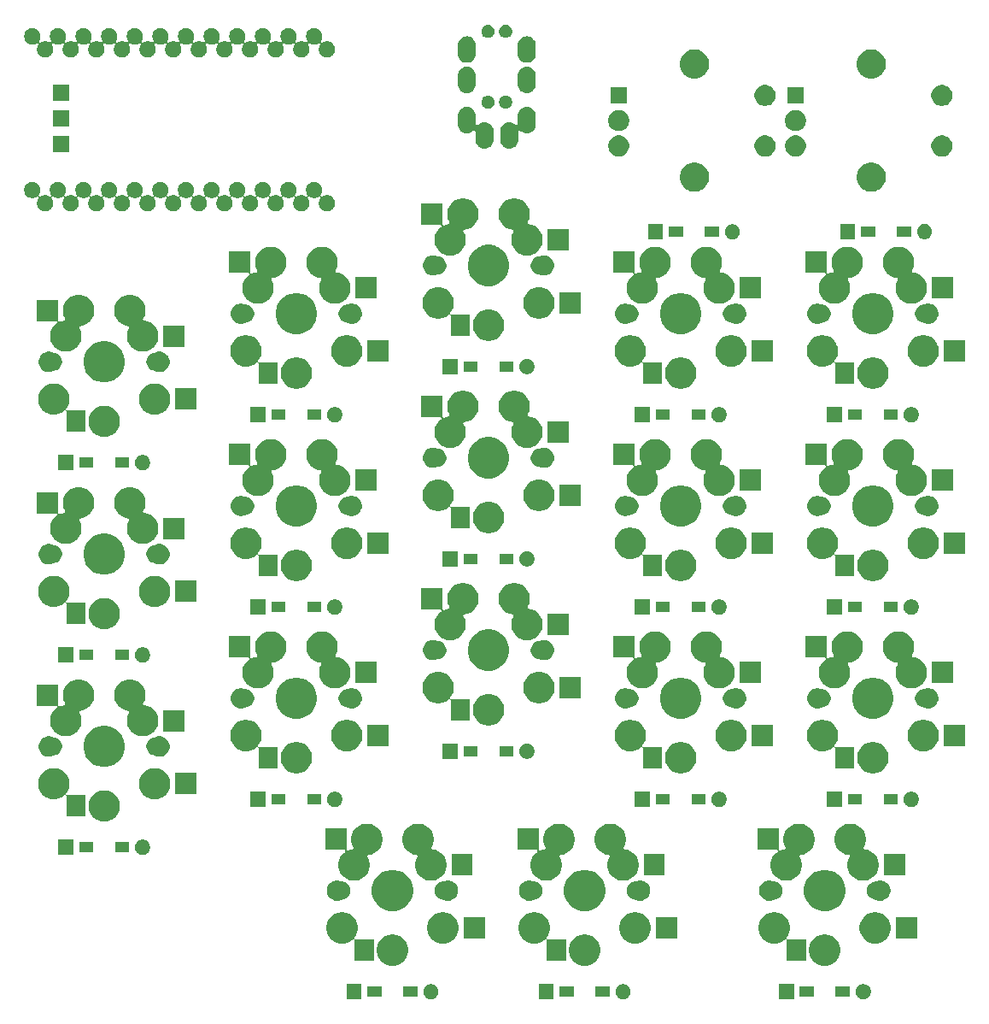
<source format=gbr>
G04 #@! TF.GenerationSoftware,KiCad,Pcbnew,(5.1.6-0-10_14)*
G04 #@! TF.CreationDate,2022-07-31T09:25:34+09:00*
G04 #@! TF.ProjectId,cool536,636f6f6c-3533-4362-9e6b-696361645f70,rev?*
G04 #@! TF.SameCoordinates,Original*
G04 #@! TF.FileFunction,Soldermask,Top*
G04 #@! TF.FilePolarity,Negative*
%FSLAX46Y46*%
G04 Gerber Fmt 4.6, Leading zero omitted, Abs format (unit mm)*
G04 Created by KiCad (PCBNEW (5.1.6-0-10_14)) date 2022-07-31 09:25:34*
%MOMM*%
%LPD*%
G01*
G04 APERTURE LIST*
%ADD10C,0.100000*%
G04 APERTURE END LIST*
D10*
G36*
X124892425Y-129937099D02*
G01*
X125016621Y-129961802D01*
X125153022Y-130018301D01*
X125275779Y-130100325D01*
X125380175Y-130204721D01*
X125462199Y-130327478D01*
X125518698Y-130463879D01*
X125547500Y-130608681D01*
X125547500Y-130756319D01*
X125518698Y-130901121D01*
X125462199Y-131037522D01*
X125380175Y-131160279D01*
X125275779Y-131264675D01*
X125153022Y-131346699D01*
X125016621Y-131403198D01*
X124892425Y-131427901D01*
X124871820Y-131432000D01*
X124724180Y-131432000D01*
X124703575Y-131427901D01*
X124579379Y-131403198D01*
X124442978Y-131346699D01*
X124320221Y-131264675D01*
X124215825Y-131160279D01*
X124133801Y-131037522D01*
X124077302Y-130901121D01*
X124048500Y-130756319D01*
X124048500Y-130608681D01*
X124077302Y-130463879D01*
X124133801Y-130327478D01*
X124215825Y-130204721D01*
X124320221Y-130100325D01*
X124442978Y-130018301D01*
X124579379Y-129961802D01*
X124703575Y-129937099D01*
X124724180Y-129933000D01*
X124871820Y-129933000D01*
X124892425Y-129937099D01*
G37*
G36*
X117927500Y-131432000D02*
G01*
X116428500Y-131432000D01*
X116428500Y-129933000D01*
X117927500Y-129933000D01*
X117927500Y-131432000D01*
G37*
G36*
X101079425Y-129937099D02*
G01*
X101203621Y-129961802D01*
X101340022Y-130018301D01*
X101462779Y-130100325D01*
X101567175Y-130204721D01*
X101649199Y-130327478D01*
X101705698Y-130463879D01*
X101734500Y-130608681D01*
X101734500Y-130756319D01*
X101705698Y-130901121D01*
X101649199Y-131037522D01*
X101567175Y-131160279D01*
X101462779Y-131264675D01*
X101340022Y-131346699D01*
X101203621Y-131403198D01*
X101079425Y-131427901D01*
X101058820Y-131432000D01*
X100911180Y-131432000D01*
X100890575Y-131427901D01*
X100766379Y-131403198D01*
X100629978Y-131346699D01*
X100507221Y-131264675D01*
X100402825Y-131160279D01*
X100320801Y-131037522D01*
X100264302Y-130901121D01*
X100235500Y-130756319D01*
X100235500Y-130608681D01*
X100264302Y-130463879D01*
X100320801Y-130327478D01*
X100402825Y-130204721D01*
X100507221Y-130100325D01*
X100629978Y-130018301D01*
X100766379Y-129961802D01*
X100890575Y-129937099D01*
X100911180Y-129933000D01*
X101058820Y-129933000D01*
X101079425Y-129937099D01*
G37*
G36*
X94114500Y-131432000D02*
G01*
X92615500Y-131432000D01*
X92615500Y-129933000D01*
X94114500Y-129933000D01*
X94114500Y-131432000D01*
G37*
G36*
X82029425Y-129937099D02*
G01*
X82153621Y-129961802D01*
X82290022Y-130018301D01*
X82412779Y-130100325D01*
X82517175Y-130204721D01*
X82599199Y-130327478D01*
X82655698Y-130463879D01*
X82684500Y-130608681D01*
X82684500Y-130756319D01*
X82655698Y-130901121D01*
X82599199Y-131037522D01*
X82517175Y-131160279D01*
X82412779Y-131264675D01*
X82290022Y-131346699D01*
X82153621Y-131403198D01*
X82029425Y-131427901D01*
X82008820Y-131432000D01*
X81861180Y-131432000D01*
X81840575Y-131427901D01*
X81716379Y-131403198D01*
X81579978Y-131346699D01*
X81457221Y-131264675D01*
X81352825Y-131160279D01*
X81270801Y-131037522D01*
X81214302Y-130901121D01*
X81185500Y-130756319D01*
X81185500Y-130608681D01*
X81214302Y-130463879D01*
X81270801Y-130327478D01*
X81352825Y-130204721D01*
X81457221Y-130100325D01*
X81579978Y-130018301D01*
X81716379Y-129961802D01*
X81840575Y-129937099D01*
X81861180Y-129933000D01*
X82008820Y-129933000D01*
X82029425Y-129937099D01*
G37*
G36*
X75064500Y-131432000D02*
G01*
X73565500Y-131432000D01*
X73565500Y-129933000D01*
X75064500Y-129933000D01*
X75064500Y-131432000D01*
G37*
G36*
X123464000Y-131208500D02*
G01*
X122062000Y-131208500D01*
X122062000Y-130156500D01*
X123464000Y-130156500D01*
X123464000Y-131208500D01*
G37*
G36*
X119914000Y-131208500D02*
G01*
X118512000Y-131208500D01*
X118512000Y-130156500D01*
X119914000Y-130156500D01*
X119914000Y-131208500D01*
G37*
G36*
X99651000Y-131208500D02*
G01*
X98249000Y-131208500D01*
X98249000Y-130156500D01*
X99651000Y-130156500D01*
X99651000Y-131208500D01*
G37*
G36*
X96101000Y-131208500D02*
G01*
X94699000Y-131208500D01*
X94699000Y-130156500D01*
X96101000Y-130156500D01*
X96101000Y-131208500D01*
G37*
G36*
X80601000Y-131208500D02*
G01*
X79199000Y-131208500D01*
X79199000Y-130156500D01*
X80601000Y-130156500D01*
X80601000Y-131208500D01*
G37*
G36*
X77051000Y-131208500D02*
G01*
X75649000Y-131208500D01*
X75649000Y-130156500D01*
X77051000Y-130156500D01*
X77051000Y-131208500D01*
G37*
G36*
X121290585Y-125061302D02*
G01*
X121440410Y-125091104D01*
X121722674Y-125208021D01*
X121976705Y-125377759D01*
X122192741Y-125593795D01*
X122362479Y-125847826D01*
X122479396Y-126130090D01*
X122539000Y-126429740D01*
X122539000Y-126735260D01*
X122479396Y-127034910D01*
X122362479Y-127317174D01*
X122192741Y-127571205D01*
X121976705Y-127787241D01*
X121722674Y-127956979D01*
X121440410Y-128073896D01*
X121290585Y-128103698D01*
X121140761Y-128133500D01*
X120835239Y-128133500D01*
X120685415Y-128103698D01*
X120535590Y-128073896D01*
X120253326Y-127956979D01*
X119999295Y-127787241D01*
X119783259Y-127571205D01*
X119613521Y-127317174D01*
X119496604Y-127034910D01*
X119437000Y-126735260D01*
X119437000Y-126429740D01*
X119496604Y-126130090D01*
X119613521Y-125847826D01*
X119783259Y-125593795D01*
X119999295Y-125377759D01*
X120253326Y-125208021D01*
X120535590Y-125091104D01*
X120685415Y-125061302D01*
X120835239Y-125031500D01*
X121140761Y-125031500D01*
X121290585Y-125061302D01*
G37*
G36*
X78427585Y-125061302D02*
G01*
X78577410Y-125091104D01*
X78859674Y-125208021D01*
X79113705Y-125377759D01*
X79329741Y-125593795D01*
X79499479Y-125847826D01*
X79616396Y-126130090D01*
X79676000Y-126429740D01*
X79676000Y-126735260D01*
X79616396Y-127034910D01*
X79499479Y-127317174D01*
X79329741Y-127571205D01*
X79113705Y-127787241D01*
X78859674Y-127956979D01*
X78577410Y-128073896D01*
X78427585Y-128103698D01*
X78277761Y-128133500D01*
X77972239Y-128133500D01*
X77822415Y-128103698D01*
X77672590Y-128073896D01*
X77390326Y-127956979D01*
X77136295Y-127787241D01*
X76920259Y-127571205D01*
X76750521Y-127317174D01*
X76633604Y-127034910D01*
X76574000Y-126735260D01*
X76574000Y-126429740D01*
X76633604Y-126130090D01*
X76750521Y-125847826D01*
X76920259Y-125593795D01*
X77136295Y-125377759D01*
X77390326Y-125208021D01*
X77672590Y-125091104D01*
X77822415Y-125061302D01*
X77972239Y-125031500D01*
X78277761Y-125031500D01*
X78427585Y-125061302D01*
G37*
G36*
X97477585Y-125061302D02*
G01*
X97627410Y-125091104D01*
X97909674Y-125208021D01*
X98163705Y-125377759D01*
X98379741Y-125593795D01*
X98549479Y-125847826D01*
X98666396Y-126130090D01*
X98726000Y-126429740D01*
X98726000Y-126735260D01*
X98666396Y-127034910D01*
X98549479Y-127317174D01*
X98379741Y-127571205D01*
X98163705Y-127787241D01*
X97909674Y-127956979D01*
X97627410Y-128073896D01*
X97477585Y-128103698D01*
X97327761Y-128133500D01*
X97022239Y-128133500D01*
X96872415Y-128103698D01*
X96722590Y-128073896D01*
X96440326Y-127956979D01*
X96186295Y-127787241D01*
X95970259Y-127571205D01*
X95800521Y-127317174D01*
X95683604Y-127034910D01*
X95624000Y-126735260D01*
X95624000Y-126429740D01*
X95683604Y-126130090D01*
X95800521Y-125847826D01*
X95970259Y-125593795D01*
X96186295Y-125377759D01*
X96440326Y-125208021D01*
X96722590Y-125091104D01*
X96872415Y-125061302D01*
X97022239Y-125031500D01*
X97327761Y-125031500D01*
X97477585Y-125061302D01*
G37*
G36*
X73427585Y-122861302D02*
G01*
X73577410Y-122891104D01*
X73859674Y-123008021D01*
X74113705Y-123177759D01*
X74329741Y-123393795D01*
X74499479Y-123647826D01*
X74616396Y-123930090D01*
X74676000Y-124229740D01*
X74676000Y-124535260D01*
X74616396Y-124834910D01*
X74499479Y-125117174D01*
X74352553Y-125337065D01*
X74341007Y-125358666D01*
X74333894Y-125382115D01*
X74331492Y-125406501D01*
X74333894Y-125430887D01*
X74341007Y-125454336D01*
X74352558Y-125475947D01*
X74368103Y-125494889D01*
X74387045Y-125510434D01*
X74408656Y-125521985D01*
X74432105Y-125529098D01*
X74456491Y-125531500D01*
X76276000Y-125531500D01*
X76276000Y-127633500D01*
X74374000Y-127633500D01*
X74374000Y-125628719D01*
X74371598Y-125604333D01*
X74364485Y-125580884D01*
X74352934Y-125559273D01*
X74337389Y-125540331D01*
X74318447Y-125524786D01*
X74296836Y-125513235D01*
X74273387Y-125506122D01*
X74249001Y-125503720D01*
X74224615Y-125506122D01*
X74201166Y-125513235D01*
X74179555Y-125524786D01*
X74160624Y-125540322D01*
X74113705Y-125587241D01*
X73859674Y-125756979D01*
X73577410Y-125873896D01*
X73427585Y-125903698D01*
X73277761Y-125933500D01*
X72972239Y-125933500D01*
X72822415Y-125903698D01*
X72672590Y-125873896D01*
X72390326Y-125756979D01*
X72136295Y-125587241D01*
X71920259Y-125371205D01*
X71750521Y-125117174D01*
X71633604Y-124834910D01*
X71574000Y-124535260D01*
X71574000Y-124229740D01*
X71633604Y-123930090D01*
X71750521Y-123647826D01*
X71920259Y-123393795D01*
X72136295Y-123177759D01*
X72390326Y-123008021D01*
X72672590Y-122891104D01*
X72822415Y-122861302D01*
X72972239Y-122831500D01*
X73277761Y-122831500D01*
X73427585Y-122861302D01*
G37*
G36*
X92477585Y-122861302D02*
G01*
X92627410Y-122891104D01*
X92909674Y-123008021D01*
X93163705Y-123177759D01*
X93379741Y-123393795D01*
X93549479Y-123647826D01*
X93666396Y-123930090D01*
X93726000Y-124229740D01*
X93726000Y-124535260D01*
X93666396Y-124834910D01*
X93549479Y-125117174D01*
X93402553Y-125337065D01*
X93391007Y-125358666D01*
X93383894Y-125382115D01*
X93381492Y-125406501D01*
X93383894Y-125430887D01*
X93391007Y-125454336D01*
X93402558Y-125475947D01*
X93418103Y-125494889D01*
X93437045Y-125510434D01*
X93458656Y-125521985D01*
X93482105Y-125529098D01*
X93506491Y-125531500D01*
X95326000Y-125531500D01*
X95326000Y-127633500D01*
X93424000Y-127633500D01*
X93424000Y-125628719D01*
X93421598Y-125604333D01*
X93414485Y-125580884D01*
X93402934Y-125559273D01*
X93387389Y-125540331D01*
X93368447Y-125524786D01*
X93346836Y-125513235D01*
X93323387Y-125506122D01*
X93299001Y-125503720D01*
X93274615Y-125506122D01*
X93251166Y-125513235D01*
X93229555Y-125524786D01*
X93210624Y-125540322D01*
X93163705Y-125587241D01*
X92909674Y-125756979D01*
X92627410Y-125873896D01*
X92477585Y-125903698D01*
X92327761Y-125933500D01*
X92022239Y-125933500D01*
X91872415Y-125903698D01*
X91722590Y-125873896D01*
X91440326Y-125756979D01*
X91186295Y-125587241D01*
X90970259Y-125371205D01*
X90800521Y-125117174D01*
X90683604Y-124834910D01*
X90624000Y-124535260D01*
X90624000Y-124229740D01*
X90683604Y-123930090D01*
X90800521Y-123647826D01*
X90970259Y-123393795D01*
X91186295Y-123177759D01*
X91440326Y-123008021D01*
X91722590Y-122891104D01*
X91872415Y-122861302D01*
X92022239Y-122831500D01*
X92327761Y-122831500D01*
X92477585Y-122861302D01*
G37*
G36*
X116290585Y-122861302D02*
G01*
X116440410Y-122891104D01*
X116722674Y-123008021D01*
X116976705Y-123177759D01*
X117192741Y-123393795D01*
X117362479Y-123647826D01*
X117479396Y-123930090D01*
X117539000Y-124229740D01*
X117539000Y-124535260D01*
X117479396Y-124834910D01*
X117362479Y-125117174D01*
X117215553Y-125337065D01*
X117204007Y-125358666D01*
X117196894Y-125382115D01*
X117194492Y-125406501D01*
X117196894Y-125430887D01*
X117204007Y-125454336D01*
X117215558Y-125475947D01*
X117231103Y-125494889D01*
X117250045Y-125510434D01*
X117271656Y-125521985D01*
X117295105Y-125529098D01*
X117319491Y-125531500D01*
X119139000Y-125531500D01*
X119139000Y-127633500D01*
X117237000Y-127633500D01*
X117237000Y-125628719D01*
X117234598Y-125604333D01*
X117227485Y-125580884D01*
X117215934Y-125559273D01*
X117200389Y-125540331D01*
X117181447Y-125524786D01*
X117159836Y-125513235D01*
X117136387Y-125506122D01*
X117112001Y-125503720D01*
X117087615Y-125506122D01*
X117064166Y-125513235D01*
X117042555Y-125524786D01*
X117023624Y-125540322D01*
X116976705Y-125587241D01*
X116722674Y-125756979D01*
X116440410Y-125873896D01*
X116290585Y-125903698D01*
X116140761Y-125933500D01*
X115835239Y-125933500D01*
X115685415Y-125903698D01*
X115535590Y-125873896D01*
X115253326Y-125756979D01*
X114999295Y-125587241D01*
X114783259Y-125371205D01*
X114613521Y-125117174D01*
X114496604Y-124834910D01*
X114437000Y-124535260D01*
X114437000Y-124229740D01*
X114496604Y-123930090D01*
X114613521Y-123647826D01*
X114783259Y-123393795D01*
X114999295Y-123177759D01*
X115253326Y-123008021D01*
X115535590Y-122891104D01*
X115685415Y-122861302D01*
X115835239Y-122831500D01*
X116140761Y-122831500D01*
X116290585Y-122861302D01*
G37*
G36*
X102477585Y-122861302D02*
G01*
X102627410Y-122891104D01*
X102909674Y-123008021D01*
X103163705Y-123177759D01*
X103379741Y-123393795D01*
X103549479Y-123647826D01*
X103666396Y-123930090D01*
X103726000Y-124229740D01*
X103726000Y-124535260D01*
X103666396Y-124834910D01*
X103549479Y-125117174D01*
X103379741Y-125371205D01*
X103163705Y-125587241D01*
X102909674Y-125756979D01*
X102627410Y-125873896D01*
X102477585Y-125903698D01*
X102327761Y-125933500D01*
X102022239Y-125933500D01*
X101872415Y-125903698D01*
X101722590Y-125873896D01*
X101440326Y-125756979D01*
X101186295Y-125587241D01*
X100970259Y-125371205D01*
X100800521Y-125117174D01*
X100683604Y-124834910D01*
X100624000Y-124535260D01*
X100624000Y-124229740D01*
X100683604Y-123930090D01*
X100800521Y-123647826D01*
X100970259Y-123393795D01*
X101186295Y-123177759D01*
X101440326Y-123008021D01*
X101722590Y-122891104D01*
X101872415Y-122861302D01*
X102022239Y-122831500D01*
X102327761Y-122831500D01*
X102477585Y-122861302D01*
G37*
G36*
X126290585Y-122861302D02*
G01*
X126440410Y-122891104D01*
X126722674Y-123008021D01*
X126976705Y-123177759D01*
X127192741Y-123393795D01*
X127362479Y-123647826D01*
X127479396Y-123930090D01*
X127539000Y-124229740D01*
X127539000Y-124535260D01*
X127479396Y-124834910D01*
X127362479Y-125117174D01*
X127192741Y-125371205D01*
X126976705Y-125587241D01*
X126722674Y-125756979D01*
X126440410Y-125873896D01*
X126290585Y-125903698D01*
X126140761Y-125933500D01*
X125835239Y-125933500D01*
X125685415Y-125903698D01*
X125535590Y-125873896D01*
X125253326Y-125756979D01*
X124999295Y-125587241D01*
X124783259Y-125371205D01*
X124613521Y-125117174D01*
X124496604Y-124834910D01*
X124437000Y-124535260D01*
X124437000Y-124229740D01*
X124496604Y-123930090D01*
X124613521Y-123647826D01*
X124783259Y-123393795D01*
X124999295Y-123177759D01*
X125253326Y-123008021D01*
X125535590Y-122891104D01*
X125685415Y-122861302D01*
X125835239Y-122831500D01*
X126140761Y-122831500D01*
X126290585Y-122861302D01*
G37*
G36*
X83427585Y-122861302D02*
G01*
X83577410Y-122891104D01*
X83859674Y-123008021D01*
X84113705Y-123177759D01*
X84329741Y-123393795D01*
X84499479Y-123647826D01*
X84616396Y-123930090D01*
X84676000Y-124229740D01*
X84676000Y-124535260D01*
X84616396Y-124834910D01*
X84499479Y-125117174D01*
X84329741Y-125371205D01*
X84113705Y-125587241D01*
X83859674Y-125756979D01*
X83577410Y-125873896D01*
X83427585Y-125903698D01*
X83277761Y-125933500D01*
X82972239Y-125933500D01*
X82822415Y-125903698D01*
X82672590Y-125873896D01*
X82390326Y-125756979D01*
X82136295Y-125587241D01*
X81920259Y-125371205D01*
X81750521Y-125117174D01*
X81633604Y-124834910D01*
X81574000Y-124535260D01*
X81574000Y-124229740D01*
X81633604Y-123930090D01*
X81750521Y-123647826D01*
X81920259Y-123393795D01*
X82136295Y-123177759D01*
X82390326Y-123008021D01*
X82672590Y-122891104D01*
X82822415Y-122861302D01*
X82972239Y-122831500D01*
X83277761Y-122831500D01*
X83427585Y-122861302D01*
G37*
G36*
X106326000Y-125433500D02*
G01*
X104224000Y-125433500D01*
X104224000Y-123331500D01*
X106326000Y-123331500D01*
X106326000Y-125433500D01*
G37*
G36*
X130139000Y-125433500D02*
G01*
X128037000Y-125433500D01*
X128037000Y-123331500D01*
X130139000Y-123331500D01*
X130139000Y-125433500D01*
G37*
G36*
X87276000Y-125433500D02*
G01*
X85174000Y-125433500D01*
X85174000Y-123331500D01*
X87276000Y-123331500D01*
X87276000Y-125433500D01*
G37*
G36*
X97773254Y-118710318D02*
G01*
X98146511Y-118864926D01*
X98146513Y-118864927D01*
X98482436Y-119089384D01*
X98768116Y-119375064D01*
X98980889Y-119693500D01*
X98992574Y-119710989D01*
X99147182Y-120084246D01*
X99226000Y-120480493D01*
X99226000Y-120884507D01*
X99147182Y-121280754D01*
X99017839Y-121593015D01*
X98992573Y-121654013D01*
X98768116Y-121989936D01*
X98482436Y-122275616D01*
X98146513Y-122500073D01*
X98146512Y-122500074D01*
X98146511Y-122500074D01*
X97773254Y-122654682D01*
X97377007Y-122733500D01*
X96972993Y-122733500D01*
X96576746Y-122654682D01*
X96203489Y-122500074D01*
X96203488Y-122500074D01*
X96203487Y-122500073D01*
X95867564Y-122275616D01*
X95581884Y-121989936D01*
X95357427Y-121654013D01*
X95332161Y-121593015D01*
X95202818Y-121280754D01*
X95124000Y-120884507D01*
X95124000Y-120480493D01*
X95202818Y-120084246D01*
X95357426Y-119710989D01*
X95369112Y-119693500D01*
X95581884Y-119375064D01*
X95867564Y-119089384D01*
X96203487Y-118864927D01*
X96203489Y-118864926D01*
X96576746Y-118710318D01*
X96972993Y-118631500D01*
X97377007Y-118631500D01*
X97773254Y-118710318D01*
G37*
G36*
X121586254Y-118710318D02*
G01*
X121959511Y-118864926D01*
X121959513Y-118864927D01*
X122295436Y-119089384D01*
X122581116Y-119375064D01*
X122793889Y-119693500D01*
X122805574Y-119710989D01*
X122960182Y-120084246D01*
X123039000Y-120480493D01*
X123039000Y-120884507D01*
X122960182Y-121280754D01*
X122830839Y-121593015D01*
X122805573Y-121654013D01*
X122581116Y-121989936D01*
X122295436Y-122275616D01*
X121959513Y-122500073D01*
X121959512Y-122500074D01*
X121959511Y-122500074D01*
X121586254Y-122654682D01*
X121190007Y-122733500D01*
X120785993Y-122733500D01*
X120389746Y-122654682D01*
X120016489Y-122500074D01*
X120016488Y-122500074D01*
X120016487Y-122500073D01*
X119680564Y-122275616D01*
X119394884Y-121989936D01*
X119170427Y-121654013D01*
X119145161Y-121593015D01*
X119015818Y-121280754D01*
X118937000Y-120884507D01*
X118937000Y-120480493D01*
X119015818Y-120084246D01*
X119170426Y-119710989D01*
X119182112Y-119693500D01*
X119394884Y-119375064D01*
X119680564Y-119089384D01*
X120016487Y-118864927D01*
X120016489Y-118864926D01*
X120389746Y-118710318D01*
X120785993Y-118631500D01*
X121190007Y-118631500D01*
X121586254Y-118710318D01*
G37*
G36*
X78723254Y-118710318D02*
G01*
X79096511Y-118864926D01*
X79096513Y-118864927D01*
X79432436Y-119089384D01*
X79718116Y-119375064D01*
X79930889Y-119693500D01*
X79942574Y-119710989D01*
X80097182Y-120084246D01*
X80176000Y-120480493D01*
X80176000Y-120884507D01*
X80097182Y-121280754D01*
X79967839Y-121593015D01*
X79942573Y-121654013D01*
X79718116Y-121989936D01*
X79432436Y-122275616D01*
X79096513Y-122500073D01*
X79096512Y-122500074D01*
X79096511Y-122500074D01*
X78723254Y-122654682D01*
X78327007Y-122733500D01*
X77922993Y-122733500D01*
X77526746Y-122654682D01*
X77153489Y-122500074D01*
X77153488Y-122500074D01*
X77153487Y-122500073D01*
X76817564Y-122275616D01*
X76531884Y-121989936D01*
X76307427Y-121654013D01*
X76282161Y-121593015D01*
X76152818Y-121280754D01*
X76074000Y-120884507D01*
X76074000Y-120480493D01*
X76152818Y-120084246D01*
X76307426Y-119710989D01*
X76319112Y-119693500D01*
X76531884Y-119375064D01*
X76817564Y-119089384D01*
X77153487Y-118864927D01*
X77153489Y-118864926D01*
X77526746Y-118710318D01*
X77922993Y-118631500D01*
X78327007Y-118631500D01*
X78723254Y-118710318D01*
G37*
G36*
X72783918Y-119693500D02*
G01*
X72916981Y-119719968D01*
X73037310Y-119769811D01*
X73042560Y-119771985D01*
X73066009Y-119779098D01*
X73090395Y-119781500D01*
X73133742Y-119781500D01*
X73158512Y-119786427D01*
X73307812Y-119816124D01*
X73471784Y-119884044D01*
X73619354Y-119982647D01*
X73744853Y-120108146D01*
X73843456Y-120255716D01*
X73911376Y-120419688D01*
X73946000Y-120593759D01*
X73946000Y-120771241D01*
X73911376Y-120945312D01*
X73843456Y-121109284D01*
X73744853Y-121256854D01*
X73619354Y-121382353D01*
X73471784Y-121480956D01*
X73307812Y-121548876D01*
X73158512Y-121578573D01*
X73133742Y-121583500D01*
X73090395Y-121583500D01*
X73066009Y-121585902D01*
X73042560Y-121593015D01*
X72916981Y-121645032D01*
X72820285Y-121664266D01*
X72723591Y-121683500D01*
X72526409Y-121683500D01*
X72429715Y-121664266D01*
X72333019Y-121645032D01*
X72150849Y-121569574D01*
X71986900Y-121460027D01*
X71847473Y-121320600D01*
X71737926Y-121156651D01*
X71662468Y-120974481D01*
X71624000Y-120781090D01*
X71624000Y-120583910D01*
X71662468Y-120390519D01*
X71737926Y-120208349D01*
X71847473Y-120044400D01*
X71986900Y-119904973D01*
X72150849Y-119795426D01*
X72333019Y-119719968D01*
X72466082Y-119693500D01*
X72526409Y-119681500D01*
X72723591Y-119681500D01*
X72783918Y-119693500D01*
G37*
G36*
X115646918Y-119693500D02*
G01*
X115779981Y-119719968D01*
X115900310Y-119769811D01*
X115905560Y-119771985D01*
X115929009Y-119779098D01*
X115953395Y-119781500D01*
X115996742Y-119781500D01*
X116021512Y-119786427D01*
X116170812Y-119816124D01*
X116334784Y-119884044D01*
X116482354Y-119982647D01*
X116607853Y-120108146D01*
X116706456Y-120255716D01*
X116774376Y-120419688D01*
X116809000Y-120593759D01*
X116809000Y-120771241D01*
X116774376Y-120945312D01*
X116706456Y-121109284D01*
X116607853Y-121256854D01*
X116482354Y-121382353D01*
X116334784Y-121480956D01*
X116170812Y-121548876D01*
X116021512Y-121578573D01*
X115996742Y-121583500D01*
X115953395Y-121583500D01*
X115929009Y-121585902D01*
X115905560Y-121593015D01*
X115779981Y-121645032D01*
X115683285Y-121664266D01*
X115586591Y-121683500D01*
X115389409Y-121683500D01*
X115292715Y-121664266D01*
X115196019Y-121645032D01*
X115013849Y-121569574D01*
X114849900Y-121460027D01*
X114710473Y-121320600D01*
X114600926Y-121156651D01*
X114525468Y-120974481D01*
X114487000Y-120781090D01*
X114487000Y-120583910D01*
X114525468Y-120390519D01*
X114600926Y-120208349D01*
X114710473Y-120044400D01*
X114849900Y-119904973D01*
X115013849Y-119795426D01*
X115196019Y-119719968D01*
X115329082Y-119693500D01*
X115389409Y-119681500D01*
X115586591Y-119681500D01*
X115646918Y-119693500D01*
G37*
G36*
X83783918Y-119693500D02*
G01*
X83916981Y-119719968D01*
X84099151Y-119795426D01*
X84263100Y-119904973D01*
X84402527Y-120044400D01*
X84512074Y-120208349D01*
X84587532Y-120390519D01*
X84626000Y-120583910D01*
X84626000Y-120781090D01*
X84587532Y-120974481D01*
X84512074Y-121156651D01*
X84402527Y-121320600D01*
X84263100Y-121460027D01*
X84099151Y-121569574D01*
X83916981Y-121645032D01*
X83820285Y-121664266D01*
X83723591Y-121683500D01*
X83526409Y-121683500D01*
X83429715Y-121664266D01*
X83333019Y-121645032D01*
X83207440Y-121593015D01*
X83183991Y-121585902D01*
X83159605Y-121583500D01*
X83116258Y-121583500D01*
X83091488Y-121578573D01*
X82942188Y-121548876D01*
X82778216Y-121480956D01*
X82630646Y-121382353D01*
X82505147Y-121256854D01*
X82406544Y-121109284D01*
X82338624Y-120945312D01*
X82304000Y-120771241D01*
X82304000Y-120593759D01*
X82338624Y-120419688D01*
X82406544Y-120255716D01*
X82505147Y-120108146D01*
X82630646Y-119982647D01*
X82778216Y-119884044D01*
X82942188Y-119816124D01*
X83091488Y-119786427D01*
X83116258Y-119781500D01*
X83159605Y-119781500D01*
X83183991Y-119779098D01*
X83207440Y-119771985D01*
X83212690Y-119769811D01*
X83333019Y-119719968D01*
X83466082Y-119693500D01*
X83526409Y-119681500D01*
X83723591Y-119681500D01*
X83783918Y-119693500D01*
G37*
G36*
X102833918Y-119693500D02*
G01*
X102966981Y-119719968D01*
X103149151Y-119795426D01*
X103313100Y-119904973D01*
X103452527Y-120044400D01*
X103562074Y-120208349D01*
X103637532Y-120390519D01*
X103676000Y-120583910D01*
X103676000Y-120781090D01*
X103637532Y-120974481D01*
X103562074Y-121156651D01*
X103452527Y-121320600D01*
X103313100Y-121460027D01*
X103149151Y-121569574D01*
X102966981Y-121645032D01*
X102870285Y-121664266D01*
X102773591Y-121683500D01*
X102576409Y-121683500D01*
X102479715Y-121664266D01*
X102383019Y-121645032D01*
X102257440Y-121593015D01*
X102233991Y-121585902D01*
X102209605Y-121583500D01*
X102166258Y-121583500D01*
X102141488Y-121578573D01*
X101992188Y-121548876D01*
X101828216Y-121480956D01*
X101680646Y-121382353D01*
X101555147Y-121256854D01*
X101456544Y-121109284D01*
X101388624Y-120945312D01*
X101354000Y-120771241D01*
X101354000Y-120593759D01*
X101388624Y-120419688D01*
X101456544Y-120255716D01*
X101555147Y-120108146D01*
X101680646Y-119982647D01*
X101828216Y-119884044D01*
X101992188Y-119816124D01*
X102141488Y-119786427D01*
X102166258Y-119781500D01*
X102209605Y-119781500D01*
X102233991Y-119779098D01*
X102257440Y-119771985D01*
X102262690Y-119769811D01*
X102383019Y-119719968D01*
X102516082Y-119693500D01*
X102576409Y-119681500D01*
X102773591Y-119681500D01*
X102833918Y-119693500D01*
G37*
G36*
X91833918Y-119693500D02*
G01*
X91966981Y-119719968D01*
X92087310Y-119769811D01*
X92092560Y-119771985D01*
X92116009Y-119779098D01*
X92140395Y-119781500D01*
X92183742Y-119781500D01*
X92208512Y-119786427D01*
X92357812Y-119816124D01*
X92521784Y-119884044D01*
X92669354Y-119982647D01*
X92794853Y-120108146D01*
X92893456Y-120255716D01*
X92961376Y-120419688D01*
X92996000Y-120593759D01*
X92996000Y-120771241D01*
X92961376Y-120945312D01*
X92893456Y-121109284D01*
X92794853Y-121256854D01*
X92669354Y-121382353D01*
X92521784Y-121480956D01*
X92357812Y-121548876D01*
X92208512Y-121578573D01*
X92183742Y-121583500D01*
X92140395Y-121583500D01*
X92116009Y-121585902D01*
X92092560Y-121593015D01*
X91966981Y-121645032D01*
X91870285Y-121664266D01*
X91773591Y-121683500D01*
X91576409Y-121683500D01*
X91479715Y-121664266D01*
X91383019Y-121645032D01*
X91200849Y-121569574D01*
X91036900Y-121460027D01*
X90897473Y-121320600D01*
X90787926Y-121156651D01*
X90712468Y-120974481D01*
X90674000Y-120781090D01*
X90674000Y-120583910D01*
X90712468Y-120390519D01*
X90787926Y-120208349D01*
X90897473Y-120044400D01*
X91036900Y-119904973D01*
X91200849Y-119795426D01*
X91383019Y-119719968D01*
X91516082Y-119693500D01*
X91576409Y-119681500D01*
X91773591Y-119681500D01*
X91833918Y-119693500D01*
G37*
G36*
X126646918Y-119693500D02*
G01*
X126779981Y-119719968D01*
X126962151Y-119795426D01*
X127126100Y-119904973D01*
X127265527Y-120044400D01*
X127375074Y-120208349D01*
X127450532Y-120390519D01*
X127489000Y-120583910D01*
X127489000Y-120781090D01*
X127450532Y-120974481D01*
X127375074Y-121156651D01*
X127265527Y-121320600D01*
X127126100Y-121460027D01*
X126962151Y-121569574D01*
X126779981Y-121645032D01*
X126683285Y-121664266D01*
X126586591Y-121683500D01*
X126389409Y-121683500D01*
X126292715Y-121664266D01*
X126196019Y-121645032D01*
X126070440Y-121593015D01*
X126046991Y-121585902D01*
X126022605Y-121583500D01*
X125979258Y-121583500D01*
X125954488Y-121578573D01*
X125805188Y-121548876D01*
X125641216Y-121480956D01*
X125493646Y-121382353D01*
X125368147Y-121256854D01*
X125269544Y-121109284D01*
X125201624Y-120945312D01*
X125167000Y-120771241D01*
X125167000Y-120593759D01*
X125201624Y-120419688D01*
X125269544Y-120255716D01*
X125368147Y-120108146D01*
X125493646Y-119982647D01*
X125641216Y-119884044D01*
X125805188Y-119816124D01*
X125954488Y-119786427D01*
X125979258Y-119781500D01*
X126022605Y-119781500D01*
X126046991Y-119779098D01*
X126070440Y-119771985D01*
X126075690Y-119769811D01*
X126196019Y-119719968D01*
X126329082Y-119693500D01*
X126389409Y-119681500D01*
X126586591Y-119681500D01*
X126646918Y-119693500D01*
G37*
G36*
X118750585Y-114081302D02*
G01*
X118900410Y-114111104D01*
X119182674Y-114228021D01*
X119436705Y-114397759D01*
X119652741Y-114613795D01*
X119822479Y-114867826D01*
X119939396Y-115150090D01*
X119999000Y-115449740D01*
X119999000Y-115755260D01*
X119939396Y-116054910D01*
X119822479Y-116337174D01*
X119652741Y-116591205D01*
X119436705Y-116807241D01*
X119182674Y-116976979D01*
X118900410Y-117093896D01*
X118817338Y-117110420D01*
X118591623Y-117155318D01*
X118568174Y-117162431D01*
X118546563Y-117173982D01*
X118527621Y-117189528D01*
X118512076Y-117208469D01*
X118500525Y-117230080D01*
X118493412Y-117253529D01*
X118491010Y-117277915D01*
X118493412Y-117302301D01*
X118500525Y-117325750D01*
X118512070Y-117347349D01*
X118552479Y-117407826D01*
X118669396Y-117690090D01*
X118729000Y-117989740D01*
X118729000Y-118295260D01*
X118669396Y-118594910D01*
X118552479Y-118877174D01*
X118382741Y-119131205D01*
X118166705Y-119347241D01*
X117912674Y-119516979D01*
X117630410Y-119633896D01*
X117480585Y-119663698D01*
X117330761Y-119693500D01*
X117025239Y-119693500D01*
X116875415Y-119663698D01*
X116725590Y-119633896D01*
X116443326Y-119516979D01*
X116189295Y-119347241D01*
X115973259Y-119131205D01*
X115803521Y-118877174D01*
X115686604Y-118594910D01*
X115627000Y-118295260D01*
X115627000Y-117989740D01*
X115686604Y-117690090D01*
X115803521Y-117407826D01*
X115973259Y-117153795D01*
X116189295Y-116937759D01*
X116272110Y-116882424D01*
X116291042Y-116866887D01*
X116306587Y-116847945D01*
X116318138Y-116826334D01*
X116325251Y-116802885D01*
X116327653Y-116778499D01*
X116325251Y-116754113D01*
X116318138Y-116730664D01*
X116306587Y-116709053D01*
X116291042Y-116690111D01*
X116272100Y-116674566D01*
X116250489Y-116663015D01*
X116227040Y-116655902D01*
X116202654Y-116653500D01*
X114337000Y-116653500D01*
X114337000Y-114551500D01*
X116439000Y-114551500D01*
X116439000Y-116582739D01*
X116441402Y-116607125D01*
X116448515Y-116630574D01*
X116460066Y-116652185D01*
X116475611Y-116671127D01*
X116494553Y-116686672D01*
X116516164Y-116698223D01*
X116539613Y-116705336D01*
X116563999Y-116707738D01*
X116588385Y-116705336D01*
X116611834Y-116698223D01*
X116725590Y-116651104D01*
X117034377Y-116589682D01*
X117057826Y-116582569D01*
X117079437Y-116571018D01*
X117098379Y-116555472D01*
X117113924Y-116536531D01*
X117125475Y-116514920D01*
X117132588Y-116491471D01*
X117134990Y-116467085D01*
X117132588Y-116442699D01*
X117125475Y-116419250D01*
X117113930Y-116397651D01*
X117073521Y-116337174D01*
X116956604Y-116054910D01*
X116897000Y-115755260D01*
X116897000Y-115449740D01*
X116956604Y-115150090D01*
X117073521Y-114867826D01*
X117243259Y-114613795D01*
X117459295Y-114397759D01*
X117713326Y-114228021D01*
X117995590Y-114111104D01*
X118145415Y-114081302D01*
X118295239Y-114051500D01*
X118600761Y-114051500D01*
X118750585Y-114081302D01*
G37*
G36*
X123830585Y-114081302D02*
G01*
X123980410Y-114111104D01*
X124262674Y-114228021D01*
X124516705Y-114397759D01*
X124732741Y-114613795D01*
X124902479Y-114867826D01*
X125019396Y-115150090D01*
X125079000Y-115449740D01*
X125079000Y-115755260D01*
X125019396Y-116054910D01*
X124902479Y-116337174D01*
X124862070Y-116397651D01*
X124850525Y-116419249D01*
X124843412Y-116442698D01*
X124841010Y-116467084D01*
X124843412Y-116491471D01*
X124850525Y-116514920D01*
X124862076Y-116536530D01*
X124877621Y-116555472D01*
X124896563Y-116571018D01*
X124918173Y-116582569D01*
X124941623Y-116589682D01*
X125147199Y-116630574D01*
X125250410Y-116651104D01*
X125532674Y-116768021D01*
X125786705Y-116937759D01*
X126002741Y-117153795D01*
X126172479Y-117407826D01*
X126289396Y-117690090D01*
X126349000Y-117989740D01*
X126349000Y-118295260D01*
X126289396Y-118594910D01*
X126172479Y-118877174D01*
X126002741Y-119131205D01*
X125786705Y-119347241D01*
X125532674Y-119516979D01*
X125250410Y-119633896D01*
X125100585Y-119663698D01*
X124950761Y-119693500D01*
X124645239Y-119693500D01*
X124495415Y-119663698D01*
X124345590Y-119633896D01*
X124063326Y-119516979D01*
X123809295Y-119347241D01*
X123593259Y-119131205D01*
X123423521Y-118877174D01*
X123306604Y-118594910D01*
X123247000Y-118295260D01*
X123247000Y-117989740D01*
X123306604Y-117690090D01*
X123423521Y-117407826D01*
X123463930Y-117347349D01*
X123475475Y-117325751D01*
X123482588Y-117302302D01*
X123484990Y-117277916D01*
X123482588Y-117253529D01*
X123475475Y-117230080D01*
X123463924Y-117208470D01*
X123448379Y-117189528D01*
X123429437Y-117173982D01*
X123407827Y-117162431D01*
X123384377Y-117155318D01*
X123158662Y-117110420D01*
X123075590Y-117093896D01*
X122793326Y-116976979D01*
X122539295Y-116807241D01*
X122323259Y-116591205D01*
X122153521Y-116337174D01*
X122036604Y-116054910D01*
X121977000Y-115755260D01*
X121977000Y-115449740D01*
X122036604Y-115150090D01*
X122153521Y-114867826D01*
X122323259Y-114613795D01*
X122539295Y-114397759D01*
X122793326Y-114228021D01*
X123075590Y-114111104D01*
X123225415Y-114081302D01*
X123375239Y-114051500D01*
X123680761Y-114051500D01*
X123830585Y-114081302D01*
G37*
G36*
X80967585Y-114081302D02*
G01*
X81117410Y-114111104D01*
X81399674Y-114228021D01*
X81653705Y-114397759D01*
X81869741Y-114613795D01*
X82039479Y-114867826D01*
X82156396Y-115150090D01*
X82216000Y-115449740D01*
X82216000Y-115755260D01*
X82156396Y-116054910D01*
X82039479Y-116337174D01*
X81999070Y-116397651D01*
X81987525Y-116419249D01*
X81980412Y-116442698D01*
X81978010Y-116467084D01*
X81980412Y-116491471D01*
X81987525Y-116514920D01*
X81999076Y-116536530D01*
X82014621Y-116555472D01*
X82033563Y-116571018D01*
X82055173Y-116582569D01*
X82078623Y-116589682D01*
X82284199Y-116630574D01*
X82387410Y-116651104D01*
X82669674Y-116768021D01*
X82923705Y-116937759D01*
X83139741Y-117153795D01*
X83309479Y-117407826D01*
X83426396Y-117690090D01*
X83486000Y-117989740D01*
X83486000Y-118295260D01*
X83426396Y-118594910D01*
X83309479Y-118877174D01*
X83139741Y-119131205D01*
X82923705Y-119347241D01*
X82669674Y-119516979D01*
X82387410Y-119633896D01*
X82237585Y-119663698D01*
X82087761Y-119693500D01*
X81782239Y-119693500D01*
X81632415Y-119663698D01*
X81482590Y-119633896D01*
X81200326Y-119516979D01*
X80946295Y-119347241D01*
X80730259Y-119131205D01*
X80560521Y-118877174D01*
X80443604Y-118594910D01*
X80384000Y-118295260D01*
X80384000Y-117989740D01*
X80443604Y-117690090D01*
X80560521Y-117407826D01*
X80600930Y-117347349D01*
X80612475Y-117325751D01*
X80619588Y-117302302D01*
X80621990Y-117277916D01*
X80619588Y-117253529D01*
X80612475Y-117230080D01*
X80600924Y-117208470D01*
X80585379Y-117189528D01*
X80566437Y-117173982D01*
X80544827Y-117162431D01*
X80521377Y-117155318D01*
X80295662Y-117110420D01*
X80212590Y-117093896D01*
X79930326Y-116976979D01*
X79676295Y-116807241D01*
X79460259Y-116591205D01*
X79290521Y-116337174D01*
X79173604Y-116054910D01*
X79114000Y-115755260D01*
X79114000Y-115449740D01*
X79173604Y-115150090D01*
X79290521Y-114867826D01*
X79460259Y-114613795D01*
X79676295Y-114397759D01*
X79930326Y-114228021D01*
X80212590Y-114111104D01*
X80362415Y-114081302D01*
X80512239Y-114051500D01*
X80817761Y-114051500D01*
X80967585Y-114081302D01*
G37*
G36*
X94937585Y-114081302D02*
G01*
X95087410Y-114111104D01*
X95369674Y-114228021D01*
X95623705Y-114397759D01*
X95839741Y-114613795D01*
X96009479Y-114867826D01*
X96126396Y-115150090D01*
X96186000Y-115449740D01*
X96186000Y-115755260D01*
X96126396Y-116054910D01*
X96009479Y-116337174D01*
X95839741Y-116591205D01*
X95623705Y-116807241D01*
X95369674Y-116976979D01*
X95087410Y-117093896D01*
X95004338Y-117110420D01*
X94778623Y-117155318D01*
X94755174Y-117162431D01*
X94733563Y-117173982D01*
X94714621Y-117189528D01*
X94699076Y-117208469D01*
X94687525Y-117230080D01*
X94680412Y-117253529D01*
X94678010Y-117277915D01*
X94680412Y-117302301D01*
X94687525Y-117325750D01*
X94699070Y-117347349D01*
X94739479Y-117407826D01*
X94856396Y-117690090D01*
X94916000Y-117989740D01*
X94916000Y-118295260D01*
X94856396Y-118594910D01*
X94739479Y-118877174D01*
X94569741Y-119131205D01*
X94353705Y-119347241D01*
X94099674Y-119516979D01*
X93817410Y-119633896D01*
X93667585Y-119663698D01*
X93517761Y-119693500D01*
X93212239Y-119693500D01*
X93062415Y-119663698D01*
X92912590Y-119633896D01*
X92630326Y-119516979D01*
X92376295Y-119347241D01*
X92160259Y-119131205D01*
X91990521Y-118877174D01*
X91873604Y-118594910D01*
X91814000Y-118295260D01*
X91814000Y-117989740D01*
X91873604Y-117690090D01*
X91990521Y-117407826D01*
X92160259Y-117153795D01*
X92376295Y-116937759D01*
X92459110Y-116882424D01*
X92478042Y-116866887D01*
X92493587Y-116847945D01*
X92505138Y-116826334D01*
X92512251Y-116802885D01*
X92514653Y-116778499D01*
X92512251Y-116754113D01*
X92505138Y-116730664D01*
X92493587Y-116709053D01*
X92478042Y-116690111D01*
X92459100Y-116674566D01*
X92437489Y-116663015D01*
X92414040Y-116655902D01*
X92389654Y-116653500D01*
X90524000Y-116653500D01*
X90524000Y-114551500D01*
X92626000Y-114551500D01*
X92626000Y-116582739D01*
X92628402Y-116607125D01*
X92635515Y-116630574D01*
X92647066Y-116652185D01*
X92662611Y-116671127D01*
X92681553Y-116686672D01*
X92703164Y-116698223D01*
X92726613Y-116705336D01*
X92750999Y-116707738D01*
X92775385Y-116705336D01*
X92798834Y-116698223D01*
X92912590Y-116651104D01*
X93221377Y-116589682D01*
X93244826Y-116582569D01*
X93266437Y-116571018D01*
X93285379Y-116555472D01*
X93300924Y-116536531D01*
X93312475Y-116514920D01*
X93319588Y-116491471D01*
X93321990Y-116467085D01*
X93319588Y-116442699D01*
X93312475Y-116419250D01*
X93300930Y-116397651D01*
X93260521Y-116337174D01*
X93143604Y-116054910D01*
X93084000Y-115755260D01*
X93084000Y-115449740D01*
X93143604Y-115150090D01*
X93260521Y-114867826D01*
X93430259Y-114613795D01*
X93646295Y-114397759D01*
X93900326Y-114228021D01*
X94182590Y-114111104D01*
X94332415Y-114081302D01*
X94482239Y-114051500D01*
X94787761Y-114051500D01*
X94937585Y-114081302D01*
G37*
G36*
X75887585Y-114081302D02*
G01*
X76037410Y-114111104D01*
X76319674Y-114228021D01*
X76573705Y-114397759D01*
X76789741Y-114613795D01*
X76959479Y-114867826D01*
X77076396Y-115150090D01*
X77136000Y-115449740D01*
X77136000Y-115755260D01*
X77076396Y-116054910D01*
X76959479Y-116337174D01*
X76789741Y-116591205D01*
X76573705Y-116807241D01*
X76319674Y-116976979D01*
X76037410Y-117093896D01*
X75954338Y-117110420D01*
X75728623Y-117155318D01*
X75705174Y-117162431D01*
X75683563Y-117173982D01*
X75664621Y-117189528D01*
X75649076Y-117208469D01*
X75637525Y-117230080D01*
X75630412Y-117253529D01*
X75628010Y-117277915D01*
X75630412Y-117302301D01*
X75637525Y-117325750D01*
X75649070Y-117347349D01*
X75689479Y-117407826D01*
X75806396Y-117690090D01*
X75866000Y-117989740D01*
X75866000Y-118295260D01*
X75806396Y-118594910D01*
X75689479Y-118877174D01*
X75519741Y-119131205D01*
X75303705Y-119347241D01*
X75049674Y-119516979D01*
X74767410Y-119633896D01*
X74617585Y-119663698D01*
X74467761Y-119693500D01*
X74162239Y-119693500D01*
X74012415Y-119663698D01*
X73862590Y-119633896D01*
X73580326Y-119516979D01*
X73326295Y-119347241D01*
X73110259Y-119131205D01*
X72940521Y-118877174D01*
X72823604Y-118594910D01*
X72764000Y-118295260D01*
X72764000Y-117989740D01*
X72823604Y-117690090D01*
X72940521Y-117407826D01*
X73110259Y-117153795D01*
X73326295Y-116937759D01*
X73409110Y-116882424D01*
X73428042Y-116866887D01*
X73443587Y-116847945D01*
X73455138Y-116826334D01*
X73462251Y-116802885D01*
X73464653Y-116778499D01*
X73462251Y-116754113D01*
X73455138Y-116730664D01*
X73443587Y-116709053D01*
X73428042Y-116690111D01*
X73409100Y-116674566D01*
X73387489Y-116663015D01*
X73364040Y-116655902D01*
X73339654Y-116653500D01*
X71474000Y-116653500D01*
X71474000Y-114551500D01*
X73576000Y-114551500D01*
X73576000Y-116582739D01*
X73578402Y-116607125D01*
X73585515Y-116630574D01*
X73597066Y-116652185D01*
X73612611Y-116671127D01*
X73631553Y-116686672D01*
X73653164Y-116698223D01*
X73676613Y-116705336D01*
X73700999Y-116707738D01*
X73725385Y-116705336D01*
X73748834Y-116698223D01*
X73862590Y-116651104D01*
X74171377Y-116589682D01*
X74194826Y-116582569D01*
X74216437Y-116571018D01*
X74235379Y-116555472D01*
X74250924Y-116536531D01*
X74262475Y-116514920D01*
X74269588Y-116491471D01*
X74271990Y-116467085D01*
X74269588Y-116442699D01*
X74262475Y-116419250D01*
X74250930Y-116397651D01*
X74210521Y-116337174D01*
X74093604Y-116054910D01*
X74034000Y-115755260D01*
X74034000Y-115449740D01*
X74093604Y-115150090D01*
X74210521Y-114867826D01*
X74380259Y-114613795D01*
X74596295Y-114397759D01*
X74850326Y-114228021D01*
X75132590Y-114111104D01*
X75282415Y-114081302D01*
X75432239Y-114051500D01*
X75737761Y-114051500D01*
X75887585Y-114081302D01*
G37*
G36*
X100017585Y-114081302D02*
G01*
X100167410Y-114111104D01*
X100449674Y-114228021D01*
X100703705Y-114397759D01*
X100919741Y-114613795D01*
X101089479Y-114867826D01*
X101206396Y-115150090D01*
X101266000Y-115449740D01*
X101266000Y-115755260D01*
X101206396Y-116054910D01*
X101089479Y-116337174D01*
X101049070Y-116397651D01*
X101037525Y-116419249D01*
X101030412Y-116442698D01*
X101028010Y-116467084D01*
X101030412Y-116491471D01*
X101037525Y-116514920D01*
X101049076Y-116536530D01*
X101064621Y-116555472D01*
X101083563Y-116571018D01*
X101105173Y-116582569D01*
X101128623Y-116589682D01*
X101334199Y-116630574D01*
X101437410Y-116651104D01*
X101719674Y-116768021D01*
X101973705Y-116937759D01*
X102189741Y-117153795D01*
X102359479Y-117407826D01*
X102476396Y-117690090D01*
X102536000Y-117989740D01*
X102536000Y-118295260D01*
X102476396Y-118594910D01*
X102359479Y-118877174D01*
X102189741Y-119131205D01*
X101973705Y-119347241D01*
X101719674Y-119516979D01*
X101437410Y-119633896D01*
X101287585Y-119663698D01*
X101137761Y-119693500D01*
X100832239Y-119693500D01*
X100682415Y-119663698D01*
X100532590Y-119633896D01*
X100250326Y-119516979D01*
X99996295Y-119347241D01*
X99780259Y-119131205D01*
X99610521Y-118877174D01*
X99493604Y-118594910D01*
X99434000Y-118295260D01*
X99434000Y-117989740D01*
X99493604Y-117690090D01*
X99610521Y-117407826D01*
X99650930Y-117347349D01*
X99662475Y-117325751D01*
X99669588Y-117302302D01*
X99671990Y-117277916D01*
X99669588Y-117253529D01*
X99662475Y-117230080D01*
X99650924Y-117208470D01*
X99635379Y-117189528D01*
X99616437Y-117173982D01*
X99594827Y-117162431D01*
X99571377Y-117155318D01*
X99345662Y-117110420D01*
X99262590Y-117093896D01*
X98980326Y-116976979D01*
X98726295Y-116807241D01*
X98510259Y-116591205D01*
X98340521Y-116337174D01*
X98223604Y-116054910D01*
X98164000Y-115755260D01*
X98164000Y-115449740D01*
X98223604Y-115150090D01*
X98340521Y-114867826D01*
X98510259Y-114613795D01*
X98726295Y-114397759D01*
X98980326Y-114228021D01*
X99262590Y-114111104D01*
X99412415Y-114081302D01*
X99562239Y-114051500D01*
X99867761Y-114051500D01*
X100017585Y-114081302D01*
G37*
G36*
X128939000Y-119193500D02*
G01*
X126837000Y-119193500D01*
X126837000Y-117091500D01*
X128939000Y-117091500D01*
X128939000Y-119193500D01*
G37*
G36*
X86076000Y-119193500D02*
G01*
X83974000Y-119193500D01*
X83974000Y-117091500D01*
X86076000Y-117091500D01*
X86076000Y-119193500D01*
G37*
G36*
X105126000Y-119193500D02*
G01*
X103024000Y-119193500D01*
X103024000Y-117091500D01*
X105126000Y-117091500D01*
X105126000Y-119193500D01*
G37*
G36*
X53454425Y-115649599D02*
G01*
X53578621Y-115674302D01*
X53715022Y-115730801D01*
X53837779Y-115812825D01*
X53942175Y-115917221D01*
X54024199Y-116039978D01*
X54080698Y-116176379D01*
X54109500Y-116321181D01*
X54109500Y-116468819D01*
X54080698Y-116613621D01*
X54024199Y-116750022D01*
X53942175Y-116872779D01*
X53837779Y-116977175D01*
X53715022Y-117059199D01*
X53578621Y-117115698D01*
X53454425Y-117140401D01*
X53433820Y-117144500D01*
X53286180Y-117144500D01*
X53265575Y-117140401D01*
X53141379Y-117115698D01*
X53004978Y-117059199D01*
X52882221Y-116977175D01*
X52777825Y-116872779D01*
X52695801Y-116750022D01*
X52639302Y-116613621D01*
X52610500Y-116468819D01*
X52610500Y-116321181D01*
X52639302Y-116176379D01*
X52695801Y-116039978D01*
X52777825Y-115917221D01*
X52882221Y-115812825D01*
X53004978Y-115730801D01*
X53141379Y-115674302D01*
X53265575Y-115649599D01*
X53286180Y-115645500D01*
X53433820Y-115645500D01*
X53454425Y-115649599D01*
G37*
G36*
X46489500Y-117144500D02*
G01*
X44990500Y-117144500D01*
X44990500Y-115645500D01*
X46489500Y-115645500D01*
X46489500Y-117144500D01*
G37*
G36*
X48476000Y-116921000D02*
G01*
X47074000Y-116921000D01*
X47074000Y-115869000D01*
X48476000Y-115869000D01*
X48476000Y-116921000D01*
G37*
G36*
X52026000Y-116921000D02*
G01*
X50624000Y-116921000D01*
X50624000Y-115869000D01*
X52026000Y-115869000D01*
X52026000Y-116921000D01*
G37*
G36*
X49852585Y-110773802D02*
G01*
X50002410Y-110803604D01*
X50284674Y-110920521D01*
X50538705Y-111090259D01*
X50754741Y-111306295D01*
X50924479Y-111560326D01*
X51041396Y-111842590D01*
X51101000Y-112142240D01*
X51101000Y-112447760D01*
X51041396Y-112747410D01*
X50924479Y-113029674D01*
X50754741Y-113283705D01*
X50538705Y-113499741D01*
X50284674Y-113669479D01*
X50002410Y-113786396D01*
X49852585Y-113816198D01*
X49702761Y-113846000D01*
X49397239Y-113846000D01*
X49247415Y-113816198D01*
X49097590Y-113786396D01*
X48815326Y-113669479D01*
X48561295Y-113499741D01*
X48345259Y-113283705D01*
X48175521Y-113029674D01*
X48058604Y-112747410D01*
X47999000Y-112447760D01*
X47999000Y-112142240D01*
X48058604Y-111842590D01*
X48175521Y-111560326D01*
X48345259Y-111306295D01*
X48561295Y-111090259D01*
X48815326Y-110920521D01*
X49097590Y-110803604D01*
X49247415Y-110773802D01*
X49397239Y-110744000D01*
X49702761Y-110744000D01*
X49852585Y-110773802D01*
G37*
G36*
X44852585Y-108573802D02*
G01*
X45002410Y-108603604D01*
X45284674Y-108720521D01*
X45538705Y-108890259D01*
X45754741Y-109106295D01*
X45924479Y-109360326D01*
X46041396Y-109642590D01*
X46101000Y-109942240D01*
X46101000Y-110247760D01*
X46041396Y-110547410D01*
X45924479Y-110829674D01*
X45777553Y-111049565D01*
X45766007Y-111071166D01*
X45758894Y-111094615D01*
X45756492Y-111119001D01*
X45758894Y-111143387D01*
X45766007Y-111166836D01*
X45777558Y-111188447D01*
X45793103Y-111207389D01*
X45812045Y-111222934D01*
X45833656Y-111234485D01*
X45857105Y-111241598D01*
X45881491Y-111244000D01*
X47701000Y-111244000D01*
X47701000Y-113346000D01*
X45799000Y-113346000D01*
X45799000Y-111341219D01*
X45796598Y-111316833D01*
X45789485Y-111293384D01*
X45777934Y-111271773D01*
X45762389Y-111252831D01*
X45743447Y-111237286D01*
X45721836Y-111225735D01*
X45698387Y-111218622D01*
X45674001Y-111216220D01*
X45649615Y-111218622D01*
X45626166Y-111225735D01*
X45604555Y-111237286D01*
X45585624Y-111252822D01*
X45538705Y-111299741D01*
X45284674Y-111469479D01*
X45002410Y-111586396D01*
X44852585Y-111616198D01*
X44702761Y-111646000D01*
X44397239Y-111646000D01*
X44247415Y-111616198D01*
X44097590Y-111586396D01*
X43815326Y-111469479D01*
X43561295Y-111299741D01*
X43345259Y-111083705D01*
X43175521Y-110829674D01*
X43058604Y-110547410D01*
X42999000Y-110247760D01*
X42999000Y-109942240D01*
X43058604Y-109642590D01*
X43175521Y-109360326D01*
X43345259Y-109106295D01*
X43561295Y-108890259D01*
X43815326Y-108720521D01*
X44097590Y-108603604D01*
X44247415Y-108573802D01*
X44397239Y-108544000D01*
X44702761Y-108544000D01*
X44852585Y-108573802D01*
G37*
G36*
X122689500Y-112382000D02*
G01*
X121190500Y-112382000D01*
X121190500Y-110883000D01*
X122689500Y-110883000D01*
X122689500Y-112382000D01*
G37*
G36*
X65539500Y-112382000D02*
G01*
X64040500Y-112382000D01*
X64040500Y-110883000D01*
X65539500Y-110883000D01*
X65539500Y-112382000D01*
G37*
G36*
X110604425Y-110887099D02*
G01*
X110728621Y-110911802D01*
X110865022Y-110968301D01*
X110987779Y-111050325D01*
X111092175Y-111154721D01*
X111174199Y-111277478D01*
X111230698Y-111413879D01*
X111259500Y-111558681D01*
X111259500Y-111706319D01*
X111230698Y-111851121D01*
X111174199Y-111987522D01*
X111092175Y-112110279D01*
X110987779Y-112214675D01*
X110865022Y-112296699D01*
X110728621Y-112353198D01*
X110604425Y-112377901D01*
X110583820Y-112382000D01*
X110436180Y-112382000D01*
X110415575Y-112377901D01*
X110291379Y-112353198D01*
X110154978Y-112296699D01*
X110032221Y-112214675D01*
X109927825Y-112110279D01*
X109845801Y-111987522D01*
X109789302Y-111851121D01*
X109760500Y-111706319D01*
X109760500Y-111558681D01*
X109789302Y-111413879D01*
X109845801Y-111277478D01*
X109927825Y-111154721D01*
X110032221Y-111050325D01*
X110154978Y-110968301D01*
X110291379Y-110911802D01*
X110415575Y-110887099D01*
X110436180Y-110883000D01*
X110583820Y-110883000D01*
X110604425Y-110887099D01*
G37*
G36*
X129654425Y-110887099D02*
G01*
X129778621Y-110911802D01*
X129915022Y-110968301D01*
X130037779Y-111050325D01*
X130142175Y-111154721D01*
X130224199Y-111277478D01*
X130280698Y-111413879D01*
X130309500Y-111558681D01*
X130309500Y-111706319D01*
X130280698Y-111851121D01*
X130224199Y-111987522D01*
X130142175Y-112110279D01*
X130037779Y-112214675D01*
X129915022Y-112296699D01*
X129778621Y-112353198D01*
X129654425Y-112377901D01*
X129633820Y-112382000D01*
X129486180Y-112382000D01*
X129465575Y-112377901D01*
X129341379Y-112353198D01*
X129204978Y-112296699D01*
X129082221Y-112214675D01*
X128977825Y-112110279D01*
X128895801Y-111987522D01*
X128839302Y-111851121D01*
X128810500Y-111706319D01*
X128810500Y-111558681D01*
X128839302Y-111413879D01*
X128895801Y-111277478D01*
X128977825Y-111154721D01*
X129082221Y-111050325D01*
X129204978Y-110968301D01*
X129341379Y-110911802D01*
X129465575Y-110887099D01*
X129486180Y-110883000D01*
X129633820Y-110883000D01*
X129654425Y-110887099D01*
G37*
G36*
X103639500Y-112382000D02*
G01*
X102140500Y-112382000D01*
X102140500Y-110883000D01*
X103639500Y-110883000D01*
X103639500Y-112382000D01*
G37*
G36*
X72504425Y-110887099D02*
G01*
X72628621Y-110911802D01*
X72765022Y-110968301D01*
X72887779Y-111050325D01*
X72992175Y-111154721D01*
X73074199Y-111277478D01*
X73130698Y-111413879D01*
X73159500Y-111558681D01*
X73159500Y-111706319D01*
X73130698Y-111851121D01*
X73074199Y-111987522D01*
X72992175Y-112110279D01*
X72887779Y-112214675D01*
X72765022Y-112296699D01*
X72628621Y-112353198D01*
X72504425Y-112377901D01*
X72483820Y-112382000D01*
X72336180Y-112382000D01*
X72315575Y-112377901D01*
X72191379Y-112353198D01*
X72054978Y-112296699D01*
X71932221Y-112214675D01*
X71827825Y-112110279D01*
X71745801Y-111987522D01*
X71689302Y-111851121D01*
X71660500Y-111706319D01*
X71660500Y-111558681D01*
X71689302Y-111413879D01*
X71745801Y-111277478D01*
X71827825Y-111154721D01*
X71932221Y-111050325D01*
X72054978Y-110968301D01*
X72191379Y-110911802D01*
X72315575Y-110887099D01*
X72336180Y-110883000D01*
X72483820Y-110883000D01*
X72504425Y-110887099D01*
G37*
G36*
X71076000Y-112158500D02*
G01*
X69674000Y-112158500D01*
X69674000Y-111106500D01*
X71076000Y-111106500D01*
X71076000Y-112158500D01*
G37*
G36*
X67526000Y-112158500D02*
G01*
X66124000Y-112158500D01*
X66124000Y-111106500D01*
X67526000Y-111106500D01*
X67526000Y-112158500D01*
G37*
G36*
X109176000Y-112158500D02*
G01*
X107774000Y-112158500D01*
X107774000Y-111106500D01*
X109176000Y-111106500D01*
X109176000Y-112158500D01*
G37*
G36*
X124676000Y-112158500D02*
G01*
X123274000Y-112158500D01*
X123274000Y-111106500D01*
X124676000Y-111106500D01*
X124676000Y-112158500D01*
G37*
G36*
X128226000Y-112158500D02*
G01*
X126824000Y-112158500D01*
X126824000Y-111106500D01*
X128226000Y-111106500D01*
X128226000Y-112158500D01*
G37*
G36*
X105626000Y-112158500D02*
G01*
X104224000Y-112158500D01*
X104224000Y-111106500D01*
X105626000Y-111106500D01*
X105626000Y-112158500D01*
G37*
G36*
X54852585Y-108573802D02*
G01*
X55002410Y-108603604D01*
X55284674Y-108720521D01*
X55538705Y-108890259D01*
X55754741Y-109106295D01*
X55924479Y-109360326D01*
X56041396Y-109642590D01*
X56101000Y-109942240D01*
X56101000Y-110247760D01*
X56041396Y-110547410D01*
X55924479Y-110829674D01*
X55754741Y-111083705D01*
X55538705Y-111299741D01*
X55284674Y-111469479D01*
X55002410Y-111586396D01*
X54852585Y-111616198D01*
X54702761Y-111646000D01*
X54397239Y-111646000D01*
X54247415Y-111616198D01*
X54097590Y-111586396D01*
X53815326Y-111469479D01*
X53561295Y-111299741D01*
X53345259Y-111083705D01*
X53175521Y-110829674D01*
X53058604Y-110547410D01*
X52999000Y-110247760D01*
X52999000Y-109942240D01*
X53058604Y-109642590D01*
X53175521Y-109360326D01*
X53345259Y-109106295D01*
X53561295Y-108890259D01*
X53815326Y-108720521D01*
X54097590Y-108603604D01*
X54247415Y-108573802D01*
X54397239Y-108544000D01*
X54702761Y-108544000D01*
X54852585Y-108573802D01*
G37*
G36*
X58701000Y-111146000D02*
G01*
X56599000Y-111146000D01*
X56599000Y-109044000D01*
X58701000Y-109044000D01*
X58701000Y-111146000D01*
G37*
G36*
X126052585Y-106011302D02*
G01*
X126202410Y-106041104D01*
X126484674Y-106158021D01*
X126738705Y-106327759D01*
X126954741Y-106543795D01*
X127124479Y-106797826D01*
X127241396Y-107080090D01*
X127259783Y-107172527D01*
X127301000Y-107379739D01*
X127301000Y-107685261D01*
X127271198Y-107835085D01*
X127241396Y-107984910D01*
X127124479Y-108267174D01*
X126954741Y-108521205D01*
X126738705Y-108737241D01*
X126484674Y-108906979D01*
X126202410Y-109023896D01*
X126101340Y-109044000D01*
X125902761Y-109083500D01*
X125597239Y-109083500D01*
X125398660Y-109044000D01*
X125297590Y-109023896D01*
X125015326Y-108906979D01*
X124761295Y-108737241D01*
X124545259Y-108521205D01*
X124375521Y-108267174D01*
X124258604Y-107984910D01*
X124228802Y-107835085D01*
X124199000Y-107685261D01*
X124199000Y-107379739D01*
X124240217Y-107172527D01*
X124258604Y-107080090D01*
X124375521Y-106797826D01*
X124545259Y-106543795D01*
X124761295Y-106327759D01*
X125015326Y-106158021D01*
X125297590Y-106041104D01*
X125447415Y-106011302D01*
X125597239Y-105981500D01*
X125902761Y-105981500D01*
X126052585Y-106011302D01*
G37*
G36*
X107002585Y-106011302D02*
G01*
X107152410Y-106041104D01*
X107434674Y-106158021D01*
X107688705Y-106327759D01*
X107904741Y-106543795D01*
X108074479Y-106797826D01*
X108191396Y-107080090D01*
X108209783Y-107172527D01*
X108251000Y-107379739D01*
X108251000Y-107685261D01*
X108221198Y-107835085D01*
X108191396Y-107984910D01*
X108074479Y-108267174D01*
X107904741Y-108521205D01*
X107688705Y-108737241D01*
X107434674Y-108906979D01*
X107152410Y-109023896D01*
X107051340Y-109044000D01*
X106852761Y-109083500D01*
X106547239Y-109083500D01*
X106348660Y-109044000D01*
X106247590Y-109023896D01*
X105965326Y-108906979D01*
X105711295Y-108737241D01*
X105495259Y-108521205D01*
X105325521Y-108267174D01*
X105208604Y-107984910D01*
X105178802Y-107835085D01*
X105149000Y-107685261D01*
X105149000Y-107379739D01*
X105190217Y-107172527D01*
X105208604Y-107080090D01*
X105325521Y-106797826D01*
X105495259Y-106543795D01*
X105711295Y-106327759D01*
X105965326Y-106158021D01*
X106247590Y-106041104D01*
X106397415Y-106011302D01*
X106547239Y-105981500D01*
X106852761Y-105981500D01*
X107002585Y-106011302D01*
G37*
G36*
X68902585Y-106011302D02*
G01*
X69052410Y-106041104D01*
X69334674Y-106158021D01*
X69588705Y-106327759D01*
X69804741Y-106543795D01*
X69974479Y-106797826D01*
X70091396Y-107080090D01*
X70109783Y-107172527D01*
X70151000Y-107379739D01*
X70151000Y-107685261D01*
X70121198Y-107835085D01*
X70091396Y-107984910D01*
X69974479Y-108267174D01*
X69804741Y-108521205D01*
X69588705Y-108737241D01*
X69334674Y-108906979D01*
X69052410Y-109023896D01*
X68951340Y-109044000D01*
X68752761Y-109083500D01*
X68447239Y-109083500D01*
X68248660Y-109044000D01*
X68147590Y-109023896D01*
X67865326Y-108906979D01*
X67611295Y-108737241D01*
X67395259Y-108521205D01*
X67225521Y-108267174D01*
X67108604Y-107984910D01*
X67078802Y-107835085D01*
X67049000Y-107685261D01*
X67049000Y-107379739D01*
X67090217Y-107172527D01*
X67108604Y-107080090D01*
X67225521Y-106797826D01*
X67395259Y-106543795D01*
X67611295Y-106327759D01*
X67865326Y-106158021D01*
X68147590Y-106041104D01*
X68297415Y-106011302D01*
X68447239Y-105981500D01*
X68752761Y-105981500D01*
X68902585Y-106011302D01*
G37*
G36*
X121052585Y-103811302D02*
G01*
X121202410Y-103841104D01*
X121484674Y-103958021D01*
X121738705Y-104127759D01*
X121954741Y-104343795D01*
X122124479Y-104597826D01*
X122241396Y-104880090D01*
X122241396Y-104880091D01*
X122301000Y-105179739D01*
X122301000Y-105485261D01*
X122292374Y-105528625D01*
X122241396Y-105784910D01*
X122124479Y-106067174D01*
X121977553Y-106287065D01*
X121966007Y-106308666D01*
X121958894Y-106332115D01*
X121956492Y-106356501D01*
X121958894Y-106380887D01*
X121966007Y-106404336D01*
X121977558Y-106425947D01*
X121993103Y-106444889D01*
X122012045Y-106460434D01*
X122033656Y-106471985D01*
X122057105Y-106479098D01*
X122081491Y-106481500D01*
X123901000Y-106481500D01*
X123901000Y-108583500D01*
X121999000Y-108583500D01*
X121999000Y-106578719D01*
X121996598Y-106554333D01*
X121989485Y-106530884D01*
X121977934Y-106509273D01*
X121962389Y-106490331D01*
X121943447Y-106474786D01*
X121921836Y-106463235D01*
X121898387Y-106456122D01*
X121874001Y-106453720D01*
X121849615Y-106456122D01*
X121826166Y-106463235D01*
X121804555Y-106474786D01*
X121785624Y-106490322D01*
X121738705Y-106537241D01*
X121484674Y-106706979D01*
X121202410Y-106823896D01*
X121052585Y-106853698D01*
X120902761Y-106883500D01*
X120597239Y-106883500D01*
X120447415Y-106853698D01*
X120297590Y-106823896D01*
X120015326Y-106706979D01*
X119761295Y-106537241D01*
X119545259Y-106321205D01*
X119375521Y-106067174D01*
X119258604Y-105784910D01*
X119207626Y-105528625D01*
X119199000Y-105485261D01*
X119199000Y-105179739D01*
X119258604Y-104880091D01*
X119258604Y-104880090D01*
X119375521Y-104597826D01*
X119545259Y-104343795D01*
X119761295Y-104127759D01*
X120015326Y-103958021D01*
X120297590Y-103841104D01*
X120447415Y-103811302D01*
X120597239Y-103781500D01*
X120902761Y-103781500D01*
X121052585Y-103811302D01*
G37*
G36*
X102002585Y-103811302D02*
G01*
X102152410Y-103841104D01*
X102434674Y-103958021D01*
X102688705Y-104127759D01*
X102904741Y-104343795D01*
X103074479Y-104597826D01*
X103191396Y-104880090D01*
X103191396Y-104880091D01*
X103251000Y-105179739D01*
X103251000Y-105485261D01*
X103242374Y-105528625D01*
X103191396Y-105784910D01*
X103074479Y-106067174D01*
X102927553Y-106287065D01*
X102916007Y-106308666D01*
X102908894Y-106332115D01*
X102906492Y-106356501D01*
X102908894Y-106380887D01*
X102916007Y-106404336D01*
X102927558Y-106425947D01*
X102943103Y-106444889D01*
X102962045Y-106460434D01*
X102983656Y-106471985D01*
X103007105Y-106479098D01*
X103031491Y-106481500D01*
X104851000Y-106481500D01*
X104851000Y-108583500D01*
X102949000Y-108583500D01*
X102949000Y-106578719D01*
X102946598Y-106554333D01*
X102939485Y-106530884D01*
X102927934Y-106509273D01*
X102912389Y-106490331D01*
X102893447Y-106474786D01*
X102871836Y-106463235D01*
X102848387Y-106456122D01*
X102824001Y-106453720D01*
X102799615Y-106456122D01*
X102776166Y-106463235D01*
X102754555Y-106474786D01*
X102735624Y-106490322D01*
X102688705Y-106537241D01*
X102434674Y-106706979D01*
X102152410Y-106823896D01*
X102002585Y-106853698D01*
X101852761Y-106883500D01*
X101547239Y-106883500D01*
X101397415Y-106853698D01*
X101247590Y-106823896D01*
X100965326Y-106706979D01*
X100711295Y-106537241D01*
X100495259Y-106321205D01*
X100325521Y-106067174D01*
X100208604Y-105784910D01*
X100157626Y-105528625D01*
X100149000Y-105485261D01*
X100149000Y-105179739D01*
X100208604Y-104880091D01*
X100208604Y-104880090D01*
X100325521Y-104597826D01*
X100495259Y-104343795D01*
X100711295Y-104127759D01*
X100965326Y-103958021D01*
X101247590Y-103841104D01*
X101397415Y-103811302D01*
X101547239Y-103781500D01*
X101852761Y-103781500D01*
X102002585Y-103811302D01*
G37*
G36*
X63902585Y-103811302D02*
G01*
X64052410Y-103841104D01*
X64334674Y-103958021D01*
X64588705Y-104127759D01*
X64804741Y-104343795D01*
X64974479Y-104597826D01*
X65091396Y-104880090D01*
X65091396Y-104880091D01*
X65151000Y-105179739D01*
X65151000Y-105485261D01*
X65142374Y-105528625D01*
X65091396Y-105784910D01*
X64974479Y-106067174D01*
X64827553Y-106287065D01*
X64816007Y-106308666D01*
X64808894Y-106332115D01*
X64806492Y-106356501D01*
X64808894Y-106380887D01*
X64816007Y-106404336D01*
X64827558Y-106425947D01*
X64843103Y-106444889D01*
X64862045Y-106460434D01*
X64883656Y-106471985D01*
X64907105Y-106479098D01*
X64931491Y-106481500D01*
X66751000Y-106481500D01*
X66751000Y-108583500D01*
X64849000Y-108583500D01*
X64849000Y-106578719D01*
X64846598Y-106554333D01*
X64839485Y-106530884D01*
X64827934Y-106509273D01*
X64812389Y-106490331D01*
X64793447Y-106474786D01*
X64771836Y-106463235D01*
X64748387Y-106456122D01*
X64724001Y-106453720D01*
X64699615Y-106456122D01*
X64676166Y-106463235D01*
X64654555Y-106474786D01*
X64635624Y-106490322D01*
X64588705Y-106537241D01*
X64334674Y-106706979D01*
X64052410Y-106823896D01*
X63902585Y-106853698D01*
X63752761Y-106883500D01*
X63447239Y-106883500D01*
X63297415Y-106853698D01*
X63147590Y-106823896D01*
X62865326Y-106706979D01*
X62611295Y-106537241D01*
X62395259Y-106321205D01*
X62225521Y-106067174D01*
X62108604Y-105784910D01*
X62057626Y-105528625D01*
X62049000Y-105485261D01*
X62049000Y-105179739D01*
X62108604Y-104880091D01*
X62108604Y-104880090D01*
X62225521Y-104597826D01*
X62395259Y-104343795D01*
X62611295Y-104127759D01*
X62865326Y-103958021D01*
X63147590Y-103841104D01*
X63297415Y-103811302D01*
X63447239Y-103781500D01*
X63752761Y-103781500D01*
X63902585Y-103811302D01*
G37*
G36*
X50148254Y-104422818D02*
G01*
X50521511Y-104577426D01*
X50521513Y-104577427D01*
X50857436Y-104801884D01*
X51143116Y-105087564D01*
X51355889Y-105406000D01*
X51367574Y-105423489D01*
X51522182Y-105796746D01*
X51601000Y-106192993D01*
X51601000Y-106597007D01*
X51522182Y-106993254D01*
X51392839Y-107305515D01*
X51367573Y-107366513D01*
X51143116Y-107702436D01*
X50857436Y-107988116D01*
X50521513Y-108212573D01*
X50521512Y-108212574D01*
X50521511Y-108212574D01*
X50148254Y-108367182D01*
X49752007Y-108446000D01*
X49347993Y-108446000D01*
X48951746Y-108367182D01*
X48578489Y-108212574D01*
X48578488Y-108212574D01*
X48578487Y-108212573D01*
X48242564Y-107988116D01*
X47956884Y-107702436D01*
X47732427Y-107366513D01*
X47707161Y-107305515D01*
X47577818Y-106993254D01*
X47499000Y-106597007D01*
X47499000Y-106192993D01*
X47577818Y-105796746D01*
X47732426Y-105423489D01*
X47744112Y-105406000D01*
X47956884Y-105087564D01*
X48242564Y-104801884D01*
X48578487Y-104577427D01*
X48578489Y-104577426D01*
X48951746Y-104422818D01*
X49347993Y-104344000D01*
X49752007Y-104344000D01*
X50148254Y-104422818D01*
G37*
G36*
X91554425Y-106124599D02*
G01*
X91678621Y-106149302D01*
X91815022Y-106205801D01*
X91937779Y-106287825D01*
X92042175Y-106392221D01*
X92124199Y-106514978D01*
X92180698Y-106651379D01*
X92209500Y-106796181D01*
X92209500Y-106943819D01*
X92180698Y-107088621D01*
X92124199Y-107225022D01*
X92042175Y-107347779D01*
X91937779Y-107452175D01*
X91815022Y-107534199D01*
X91678621Y-107590698D01*
X91554425Y-107615401D01*
X91533820Y-107619500D01*
X91386180Y-107619500D01*
X91365575Y-107615401D01*
X91241379Y-107590698D01*
X91104978Y-107534199D01*
X90982221Y-107452175D01*
X90877825Y-107347779D01*
X90795801Y-107225022D01*
X90739302Y-107088621D01*
X90710500Y-106943819D01*
X90710500Y-106796181D01*
X90739302Y-106651379D01*
X90795801Y-106514978D01*
X90877825Y-106392221D01*
X90982221Y-106287825D01*
X91104978Y-106205801D01*
X91241379Y-106149302D01*
X91365575Y-106124599D01*
X91386180Y-106120500D01*
X91533820Y-106120500D01*
X91554425Y-106124599D01*
G37*
G36*
X84589500Y-107619500D02*
G01*
X83090500Y-107619500D01*
X83090500Y-106120500D01*
X84589500Y-106120500D01*
X84589500Y-107619500D01*
G37*
G36*
X44208918Y-105406000D02*
G01*
X44341981Y-105432468D01*
X44462310Y-105482311D01*
X44467560Y-105484485D01*
X44491009Y-105491598D01*
X44515395Y-105494000D01*
X44558742Y-105494000D01*
X44583512Y-105498927D01*
X44732812Y-105528624D01*
X44896784Y-105596544D01*
X45044354Y-105695147D01*
X45169853Y-105820646D01*
X45268456Y-105968216D01*
X45336376Y-106132188D01*
X45371000Y-106306259D01*
X45371000Y-106483741D01*
X45336376Y-106657812D01*
X45268456Y-106821784D01*
X45169853Y-106969354D01*
X45044354Y-107094853D01*
X44896784Y-107193456D01*
X44732812Y-107261376D01*
X44583512Y-107291073D01*
X44558742Y-107296000D01*
X44515395Y-107296000D01*
X44491009Y-107298402D01*
X44467560Y-107305515D01*
X44341981Y-107357532D01*
X44245285Y-107376766D01*
X44148591Y-107396000D01*
X43951409Y-107396000D01*
X43854715Y-107376766D01*
X43758019Y-107357532D01*
X43575849Y-107282074D01*
X43411900Y-107172527D01*
X43272473Y-107033100D01*
X43162926Y-106869151D01*
X43087468Y-106686981D01*
X43057683Y-106537241D01*
X43049000Y-106493591D01*
X43049000Y-106296409D01*
X43087468Y-106103020D01*
X43102317Y-106067172D01*
X43162926Y-105920849D01*
X43272473Y-105756900D01*
X43411900Y-105617473D01*
X43575849Y-105507926D01*
X43758019Y-105432468D01*
X43891082Y-105406000D01*
X43951409Y-105394000D01*
X44148591Y-105394000D01*
X44208918Y-105406000D01*
G37*
G36*
X55208918Y-105406000D02*
G01*
X55341981Y-105432468D01*
X55524151Y-105507926D01*
X55688100Y-105617473D01*
X55827527Y-105756900D01*
X55937074Y-105920849D01*
X55997684Y-106067172D01*
X56012532Y-106103020D01*
X56051000Y-106296409D01*
X56051000Y-106493591D01*
X56042317Y-106537241D01*
X56012532Y-106686981D01*
X55937074Y-106869151D01*
X55827527Y-107033100D01*
X55688100Y-107172527D01*
X55524151Y-107282074D01*
X55341981Y-107357532D01*
X55245285Y-107376766D01*
X55148591Y-107396000D01*
X54951409Y-107396000D01*
X54854715Y-107376766D01*
X54758019Y-107357532D01*
X54632440Y-107305515D01*
X54608991Y-107298402D01*
X54584605Y-107296000D01*
X54541258Y-107296000D01*
X54516488Y-107291073D01*
X54367188Y-107261376D01*
X54203216Y-107193456D01*
X54055646Y-107094853D01*
X53930147Y-106969354D01*
X53831544Y-106821784D01*
X53763624Y-106657812D01*
X53729000Y-106483741D01*
X53729000Y-106306259D01*
X53763624Y-106132188D01*
X53831544Y-105968216D01*
X53930147Y-105820646D01*
X54055646Y-105695147D01*
X54203216Y-105596544D01*
X54367188Y-105528624D01*
X54516488Y-105498927D01*
X54541258Y-105494000D01*
X54584605Y-105494000D01*
X54608991Y-105491598D01*
X54632440Y-105484485D01*
X54637690Y-105482311D01*
X54758019Y-105432468D01*
X54891082Y-105406000D01*
X54951409Y-105394000D01*
X55148591Y-105394000D01*
X55208918Y-105406000D01*
G37*
G36*
X90126000Y-107396000D02*
G01*
X88724000Y-107396000D01*
X88724000Y-106344000D01*
X90126000Y-106344000D01*
X90126000Y-107396000D01*
G37*
G36*
X86576000Y-107396000D02*
G01*
X85174000Y-107396000D01*
X85174000Y-106344000D01*
X86576000Y-106344000D01*
X86576000Y-107396000D01*
G37*
G36*
X112002585Y-103811302D02*
G01*
X112152410Y-103841104D01*
X112434674Y-103958021D01*
X112688705Y-104127759D01*
X112904741Y-104343795D01*
X113074479Y-104597826D01*
X113191396Y-104880090D01*
X113191396Y-104880091D01*
X113251000Y-105179739D01*
X113251000Y-105485261D01*
X113242374Y-105528625D01*
X113191396Y-105784910D01*
X113074479Y-106067174D01*
X112904741Y-106321205D01*
X112688705Y-106537241D01*
X112434674Y-106706979D01*
X112152410Y-106823896D01*
X112002585Y-106853698D01*
X111852761Y-106883500D01*
X111547239Y-106883500D01*
X111397415Y-106853698D01*
X111247590Y-106823896D01*
X110965326Y-106706979D01*
X110711295Y-106537241D01*
X110495259Y-106321205D01*
X110325521Y-106067174D01*
X110208604Y-105784910D01*
X110157626Y-105528625D01*
X110149000Y-105485261D01*
X110149000Y-105179739D01*
X110208604Y-104880091D01*
X110208604Y-104880090D01*
X110325521Y-104597826D01*
X110495259Y-104343795D01*
X110711295Y-104127759D01*
X110965326Y-103958021D01*
X111247590Y-103841104D01*
X111397415Y-103811302D01*
X111547239Y-103781500D01*
X111852761Y-103781500D01*
X112002585Y-103811302D01*
G37*
G36*
X73902585Y-103811302D02*
G01*
X74052410Y-103841104D01*
X74334674Y-103958021D01*
X74588705Y-104127759D01*
X74804741Y-104343795D01*
X74974479Y-104597826D01*
X75091396Y-104880090D01*
X75091396Y-104880091D01*
X75151000Y-105179739D01*
X75151000Y-105485261D01*
X75142374Y-105528625D01*
X75091396Y-105784910D01*
X74974479Y-106067174D01*
X74804741Y-106321205D01*
X74588705Y-106537241D01*
X74334674Y-106706979D01*
X74052410Y-106823896D01*
X73902585Y-106853698D01*
X73752761Y-106883500D01*
X73447239Y-106883500D01*
X73297415Y-106853698D01*
X73147590Y-106823896D01*
X72865326Y-106706979D01*
X72611295Y-106537241D01*
X72395259Y-106321205D01*
X72225521Y-106067174D01*
X72108604Y-105784910D01*
X72057626Y-105528625D01*
X72049000Y-105485261D01*
X72049000Y-105179739D01*
X72108604Y-104880091D01*
X72108604Y-104880090D01*
X72225521Y-104597826D01*
X72395259Y-104343795D01*
X72611295Y-104127759D01*
X72865326Y-103958021D01*
X73147590Y-103841104D01*
X73297415Y-103811302D01*
X73447239Y-103781500D01*
X73752761Y-103781500D01*
X73902585Y-103811302D01*
G37*
G36*
X131052585Y-103811302D02*
G01*
X131202410Y-103841104D01*
X131484674Y-103958021D01*
X131738705Y-104127759D01*
X131954741Y-104343795D01*
X132124479Y-104597826D01*
X132241396Y-104880090D01*
X132241396Y-104880091D01*
X132301000Y-105179739D01*
X132301000Y-105485261D01*
X132292374Y-105528625D01*
X132241396Y-105784910D01*
X132124479Y-106067174D01*
X131954741Y-106321205D01*
X131738705Y-106537241D01*
X131484674Y-106706979D01*
X131202410Y-106823896D01*
X131052585Y-106853698D01*
X130902761Y-106883500D01*
X130597239Y-106883500D01*
X130447415Y-106853698D01*
X130297590Y-106823896D01*
X130015326Y-106706979D01*
X129761295Y-106537241D01*
X129545259Y-106321205D01*
X129375521Y-106067174D01*
X129258604Y-105784910D01*
X129207626Y-105528625D01*
X129199000Y-105485261D01*
X129199000Y-105179739D01*
X129258604Y-104880091D01*
X129258604Y-104880090D01*
X129375521Y-104597826D01*
X129545259Y-104343795D01*
X129761295Y-104127759D01*
X130015326Y-103958021D01*
X130297590Y-103841104D01*
X130447415Y-103811302D01*
X130597239Y-103781500D01*
X130902761Y-103781500D01*
X131052585Y-103811302D01*
G37*
G36*
X134901000Y-106383500D02*
G01*
X132799000Y-106383500D01*
X132799000Y-104281500D01*
X134901000Y-104281500D01*
X134901000Y-106383500D01*
G37*
G36*
X115851000Y-106383500D02*
G01*
X113749000Y-106383500D01*
X113749000Y-104281500D01*
X115851000Y-104281500D01*
X115851000Y-106383500D01*
G37*
G36*
X77751000Y-106383500D02*
G01*
X75649000Y-106383500D01*
X75649000Y-104281500D01*
X77751000Y-104281500D01*
X77751000Y-106383500D01*
G37*
G36*
X52392585Y-99793802D02*
G01*
X52542410Y-99823604D01*
X52824674Y-99940521D01*
X53078705Y-100110259D01*
X53294741Y-100326295D01*
X53464479Y-100580326D01*
X53578241Y-100854973D01*
X53581396Y-100862591D01*
X53640227Y-101158351D01*
X53641000Y-101162240D01*
X53641000Y-101467760D01*
X53581396Y-101767410D01*
X53464479Y-102049674D01*
X53424070Y-102110151D01*
X53412525Y-102131749D01*
X53405412Y-102155198D01*
X53403010Y-102179584D01*
X53405412Y-102203971D01*
X53412525Y-102227420D01*
X53424076Y-102249030D01*
X53439621Y-102267972D01*
X53458563Y-102283518D01*
X53480173Y-102295069D01*
X53503623Y-102302182D01*
X53709199Y-102343074D01*
X53812410Y-102363604D01*
X54094674Y-102480521D01*
X54348705Y-102650259D01*
X54564741Y-102866295D01*
X54734479Y-103120326D01*
X54776763Y-103222410D01*
X54851396Y-103402591D01*
X54907273Y-103683500D01*
X54911000Y-103702240D01*
X54911000Y-104007760D01*
X54851396Y-104307410D01*
X54734479Y-104589674D01*
X54564741Y-104843705D01*
X54348705Y-105059741D01*
X54094674Y-105229479D01*
X53812410Y-105346396D01*
X53662585Y-105376198D01*
X53512761Y-105406000D01*
X53207239Y-105406000D01*
X53057415Y-105376198D01*
X52907590Y-105346396D01*
X52625326Y-105229479D01*
X52371295Y-105059741D01*
X52155259Y-104843705D01*
X51985521Y-104589674D01*
X51868604Y-104307410D01*
X51809000Y-104007760D01*
X51809000Y-103702240D01*
X51812728Y-103683500D01*
X51868604Y-103402591D01*
X51943237Y-103222410D01*
X51985521Y-103120326D01*
X52025930Y-103059849D01*
X52037475Y-103038251D01*
X52044588Y-103014802D01*
X52046990Y-102990416D01*
X52044588Y-102966029D01*
X52037475Y-102942580D01*
X52025924Y-102920970D01*
X52010379Y-102902028D01*
X51991437Y-102886482D01*
X51969827Y-102874931D01*
X51946377Y-102867818D01*
X51720662Y-102822920D01*
X51637590Y-102806396D01*
X51355326Y-102689479D01*
X51101295Y-102519741D01*
X50885259Y-102303705D01*
X50715521Y-102049674D01*
X50598604Y-101767410D01*
X50539000Y-101467760D01*
X50539000Y-101162240D01*
X50539774Y-101158351D01*
X50598604Y-100862591D01*
X50601759Y-100854973D01*
X50715521Y-100580326D01*
X50885259Y-100326295D01*
X51101295Y-100110259D01*
X51355326Y-99940521D01*
X51637590Y-99823604D01*
X51787415Y-99793802D01*
X51937239Y-99764000D01*
X52242761Y-99764000D01*
X52392585Y-99793802D01*
G37*
G36*
X47312585Y-99793802D02*
G01*
X47462410Y-99823604D01*
X47744674Y-99940521D01*
X47998705Y-100110259D01*
X48214741Y-100326295D01*
X48384479Y-100580326D01*
X48498241Y-100854973D01*
X48501396Y-100862591D01*
X48560227Y-101158351D01*
X48561000Y-101162240D01*
X48561000Y-101467760D01*
X48501396Y-101767410D01*
X48384479Y-102049674D01*
X48214741Y-102303705D01*
X47998705Y-102519741D01*
X47744674Y-102689479D01*
X47462410Y-102806396D01*
X47379338Y-102822920D01*
X47153623Y-102867818D01*
X47130174Y-102874931D01*
X47108563Y-102886482D01*
X47089621Y-102902028D01*
X47074076Y-102920969D01*
X47062525Y-102942580D01*
X47055412Y-102966029D01*
X47053010Y-102990415D01*
X47055412Y-103014801D01*
X47062525Y-103038250D01*
X47074070Y-103059849D01*
X47114479Y-103120326D01*
X47156763Y-103222410D01*
X47231396Y-103402591D01*
X47287273Y-103683500D01*
X47291000Y-103702240D01*
X47291000Y-104007760D01*
X47231396Y-104307410D01*
X47114479Y-104589674D01*
X46944741Y-104843705D01*
X46728705Y-105059741D01*
X46474674Y-105229479D01*
X46192410Y-105346396D01*
X46042585Y-105376198D01*
X45892761Y-105406000D01*
X45587239Y-105406000D01*
X45437415Y-105376198D01*
X45287590Y-105346396D01*
X45005326Y-105229479D01*
X44751295Y-105059741D01*
X44535259Y-104843705D01*
X44365521Y-104589674D01*
X44248604Y-104307410D01*
X44189000Y-104007760D01*
X44189000Y-103702240D01*
X44192728Y-103683500D01*
X44248604Y-103402591D01*
X44323237Y-103222410D01*
X44365521Y-103120326D01*
X44535259Y-102866295D01*
X44751295Y-102650259D01*
X44834110Y-102594924D01*
X44853042Y-102579387D01*
X44868587Y-102560445D01*
X44880138Y-102538834D01*
X44887251Y-102515385D01*
X44889653Y-102490999D01*
X44887251Y-102466613D01*
X44880138Y-102443164D01*
X44868587Y-102421553D01*
X44853042Y-102402611D01*
X44834100Y-102387066D01*
X44812489Y-102375515D01*
X44789040Y-102368402D01*
X44764654Y-102366000D01*
X42899000Y-102366000D01*
X42899000Y-100264000D01*
X45001000Y-100264000D01*
X45001000Y-102295239D01*
X45003402Y-102319625D01*
X45010515Y-102343074D01*
X45022066Y-102364685D01*
X45037611Y-102383627D01*
X45056553Y-102399172D01*
X45078164Y-102410723D01*
X45101613Y-102417836D01*
X45125999Y-102420238D01*
X45150385Y-102417836D01*
X45173834Y-102410723D01*
X45287590Y-102363604D01*
X45596377Y-102302182D01*
X45619826Y-102295069D01*
X45641437Y-102283518D01*
X45660379Y-102267972D01*
X45675924Y-102249031D01*
X45687475Y-102227420D01*
X45694588Y-102203971D01*
X45696990Y-102179585D01*
X45694588Y-102155199D01*
X45687475Y-102131750D01*
X45675930Y-102110151D01*
X45635521Y-102049674D01*
X45518604Y-101767410D01*
X45459000Y-101467760D01*
X45459000Y-101162240D01*
X45459774Y-101158351D01*
X45518604Y-100862591D01*
X45521759Y-100854973D01*
X45635521Y-100580326D01*
X45805259Y-100326295D01*
X46021295Y-100110259D01*
X46275326Y-99940521D01*
X46557590Y-99823604D01*
X46707415Y-99793802D01*
X46857239Y-99764000D01*
X47162761Y-99764000D01*
X47312585Y-99793802D01*
G37*
G36*
X57501000Y-104906000D02*
G01*
X55399000Y-104906000D01*
X55399000Y-102804000D01*
X57501000Y-102804000D01*
X57501000Y-104906000D01*
G37*
G36*
X87952585Y-101248802D02*
G01*
X88102410Y-101278604D01*
X88384674Y-101395521D01*
X88638705Y-101565259D01*
X88854741Y-101781295D01*
X89024479Y-102035326D01*
X89141396Y-102317590D01*
X89155216Y-102387066D01*
X89201000Y-102617239D01*
X89201000Y-102922761D01*
X89182692Y-103014801D01*
X89141396Y-103222410D01*
X89024479Y-103504674D01*
X88854741Y-103758705D01*
X88638705Y-103974741D01*
X88384674Y-104144479D01*
X88102410Y-104261396D01*
X88001340Y-104281500D01*
X87802761Y-104321000D01*
X87497239Y-104321000D01*
X87298660Y-104281500D01*
X87197590Y-104261396D01*
X86915326Y-104144479D01*
X86661295Y-103974741D01*
X86445259Y-103758705D01*
X86275521Y-103504674D01*
X86158604Y-103222410D01*
X86117308Y-103014801D01*
X86099000Y-102922761D01*
X86099000Y-102617239D01*
X86144784Y-102387066D01*
X86158604Y-102317590D01*
X86275521Y-102035326D01*
X86445259Y-101781295D01*
X86661295Y-101565259D01*
X86915326Y-101395521D01*
X87197590Y-101278604D01*
X87347415Y-101248802D01*
X87497239Y-101219000D01*
X87802761Y-101219000D01*
X87952585Y-101248802D01*
G37*
G36*
X82952585Y-99048802D02*
G01*
X83102410Y-99078604D01*
X83384674Y-99195521D01*
X83638705Y-99365259D01*
X83854741Y-99581295D01*
X84024479Y-99835326D01*
X84141396Y-100117590D01*
X84141396Y-100117591D01*
X84201000Y-100417239D01*
X84201000Y-100722761D01*
X84192374Y-100766125D01*
X84141396Y-101022410D01*
X84024479Y-101304674D01*
X83877553Y-101524565D01*
X83866007Y-101546166D01*
X83858894Y-101569615D01*
X83856492Y-101594001D01*
X83858894Y-101618387D01*
X83866007Y-101641836D01*
X83877558Y-101663447D01*
X83893103Y-101682389D01*
X83912045Y-101697934D01*
X83933656Y-101709485D01*
X83957105Y-101716598D01*
X83981491Y-101719000D01*
X85801000Y-101719000D01*
X85801000Y-103821000D01*
X83899000Y-103821000D01*
X83899000Y-101816219D01*
X83896598Y-101791833D01*
X83889485Y-101768384D01*
X83877934Y-101746773D01*
X83862389Y-101727831D01*
X83843447Y-101712286D01*
X83821836Y-101700735D01*
X83798387Y-101693622D01*
X83774001Y-101691220D01*
X83749615Y-101693622D01*
X83726166Y-101700735D01*
X83704555Y-101712286D01*
X83685624Y-101727822D01*
X83638705Y-101774741D01*
X83384674Y-101944479D01*
X83102410Y-102061396D01*
X82952585Y-102091198D01*
X82802761Y-102121000D01*
X82497239Y-102121000D01*
X82347415Y-102091198D01*
X82197590Y-102061396D01*
X81915326Y-101944479D01*
X81661295Y-101774741D01*
X81445259Y-101558705D01*
X81275521Y-101304674D01*
X81158604Y-101022410D01*
X81107626Y-100766125D01*
X81099000Y-100722761D01*
X81099000Y-100417239D01*
X81158604Y-100117591D01*
X81158604Y-100117590D01*
X81275521Y-99835326D01*
X81445259Y-99581295D01*
X81661295Y-99365259D01*
X81915326Y-99195521D01*
X82197590Y-99078604D01*
X82347415Y-99048802D01*
X82497239Y-99019000D01*
X82802761Y-99019000D01*
X82952585Y-99048802D01*
G37*
G36*
X69198254Y-99660318D02*
G01*
X69571511Y-99814926D01*
X69571513Y-99814927D01*
X69907436Y-100039384D01*
X70193116Y-100325064D01*
X70405889Y-100643500D01*
X70417574Y-100660989D01*
X70572182Y-101034246D01*
X70651000Y-101430493D01*
X70651000Y-101834507D01*
X70572182Y-102230754D01*
X70421293Y-102595032D01*
X70417573Y-102604013D01*
X70193116Y-102939936D01*
X69907436Y-103225616D01*
X69571513Y-103450073D01*
X69571512Y-103450074D01*
X69571511Y-103450074D01*
X69198254Y-103604682D01*
X68802007Y-103683500D01*
X68397993Y-103683500D01*
X68001746Y-103604682D01*
X67628489Y-103450074D01*
X67628488Y-103450074D01*
X67628487Y-103450073D01*
X67292564Y-103225616D01*
X67006884Y-102939936D01*
X66782427Y-102604013D01*
X66778707Y-102595032D01*
X66627818Y-102230754D01*
X66549000Y-101834507D01*
X66549000Y-101430493D01*
X66627818Y-101034246D01*
X66782426Y-100660989D01*
X66794112Y-100643500D01*
X67006884Y-100325064D01*
X67292564Y-100039384D01*
X67628487Y-99814927D01*
X67628489Y-99814926D01*
X68001746Y-99660318D01*
X68397993Y-99581500D01*
X68802007Y-99581500D01*
X69198254Y-99660318D01*
G37*
G36*
X107298254Y-99660318D02*
G01*
X107671511Y-99814926D01*
X107671513Y-99814927D01*
X108007436Y-100039384D01*
X108293116Y-100325064D01*
X108505889Y-100643500D01*
X108517574Y-100660989D01*
X108672182Y-101034246D01*
X108751000Y-101430493D01*
X108751000Y-101834507D01*
X108672182Y-102230754D01*
X108521293Y-102595032D01*
X108517573Y-102604013D01*
X108293116Y-102939936D01*
X108007436Y-103225616D01*
X107671513Y-103450073D01*
X107671512Y-103450074D01*
X107671511Y-103450074D01*
X107298254Y-103604682D01*
X106902007Y-103683500D01*
X106497993Y-103683500D01*
X106101746Y-103604682D01*
X105728489Y-103450074D01*
X105728488Y-103450074D01*
X105728487Y-103450073D01*
X105392564Y-103225616D01*
X105106884Y-102939936D01*
X104882427Y-102604013D01*
X104878707Y-102595032D01*
X104727818Y-102230754D01*
X104649000Y-101834507D01*
X104649000Y-101430493D01*
X104727818Y-101034246D01*
X104882426Y-100660989D01*
X104894112Y-100643500D01*
X105106884Y-100325064D01*
X105392564Y-100039384D01*
X105728487Y-99814927D01*
X105728489Y-99814926D01*
X106101746Y-99660318D01*
X106497993Y-99581500D01*
X106902007Y-99581500D01*
X107298254Y-99660318D01*
G37*
G36*
X126348254Y-99660318D02*
G01*
X126721511Y-99814926D01*
X126721513Y-99814927D01*
X127057436Y-100039384D01*
X127343116Y-100325064D01*
X127555889Y-100643500D01*
X127567574Y-100660989D01*
X127722182Y-101034246D01*
X127801000Y-101430493D01*
X127801000Y-101834507D01*
X127722182Y-102230754D01*
X127571293Y-102595032D01*
X127567573Y-102604013D01*
X127343116Y-102939936D01*
X127057436Y-103225616D01*
X126721513Y-103450073D01*
X126721512Y-103450074D01*
X126721511Y-103450074D01*
X126348254Y-103604682D01*
X125952007Y-103683500D01*
X125547993Y-103683500D01*
X125151746Y-103604682D01*
X124778489Y-103450074D01*
X124778488Y-103450074D01*
X124778487Y-103450073D01*
X124442564Y-103225616D01*
X124156884Y-102939936D01*
X123932427Y-102604013D01*
X123928707Y-102595032D01*
X123777818Y-102230754D01*
X123699000Y-101834507D01*
X123699000Y-101430493D01*
X123777818Y-101034246D01*
X123932426Y-100660989D01*
X123944112Y-100643500D01*
X124156884Y-100325064D01*
X124442564Y-100039384D01*
X124778487Y-99814927D01*
X124778489Y-99814926D01*
X125151746Y-99660318D01*
X125547993Y-99581500D01*
X125952007Y-99581500D01*
X126348254Y-99660318D01*
G37*
G36*
X112358918Y-100643500D02*
G01*
X112491981Y-100669968D01*
X112674151Y-100745426D01*
X112838100Y-100854973D01*
X112977527Y-100994400D01*
X113087074Y-101158349D01*
X113147684Y-101304672D01*
X113162532Y-101340520D01*
X113201000Y-101533909D01*
X113201000Y-101731091D01*
X113192317Y-101774741D01*
X113162532Y-101924481D01*
X113087074Y-102106651D01*
X112977527Y-102270600D01*
X112838100Y-102410027D01*
X112674151Y-102519574D01*
X112674150Y-102519575D01*
X112674149Y-102519575D01*
X112673748Y-102519741D01*
X112491981Y-102595032D01*
X112395285Y-102614266D01*
X112298591Y-102633500D01*
X112101409Y-102633500D01*
X112004715Y-102614266D01*
X111908019Y-102595032D01*
X111782440Y-102543015D01*
X111758991Y-102535902D01*
X111734605Y-102533500D01*
X111691258Y-102533500D01*
X111666488Y-102528573D01*
X111517188Y-102498876D01*
X111353216Y-102430956D01*
X111205646Y-102332353D01*
X111080147Y-102206854D01*
X110981544Y-102059284D01*
X110913624Y-101895312D01*
X110879000Y-101721241D01*
X110879000Y-101543759D01*
X110913624Y-101369688D01*
X110981544Y-101205716D01*
X111080147Y-101058146D01*
X111205646Y-100932647D01*
X111353216Y-100834044D01*
X111517188Y-100766124D01*
X111666488Y-100736427D01*
X111691258Y-100731500D01*
X111734605Y-100731500D01*
X111758991Y-100729098D01*
X111782440Y-100721985D01*
X111787690Y-100719811D01*
X111908019Y-100669968D01*
X112041082Y-100643500D01*
X112101409Y-100631500D01*
X112298591Y-100631500D01*
X112358918Y-100643500D01*
G37*
G36*
X120408918Y-100643500D02*
G01*
X120541981Y-100669968D01*
X120662310Y-100719811D01*
X120667560Y-100721985D01*
X120691009Y-100729098D01*
X120715395Y-100731500D01*
X120758742Y-100731500D01*
X120783512Y-100736427D01*
X120932812Y-100766124D01*
X121096784Y-100834044D01*
X121244354Y-100932647D01*
X121369853Y-101058146D01*
X121468456Y-101205716D01*
X121536376Y-101369688D01*
X121571000Y-101543759D01*
X121571000Y-101721241D01*
X121536376Y-101895312D01*
X121468456Y-102059284D01*
X121369853Y-102206854D01*
X121244354Y-102332353D01*
X121096784Y-102430956D01*
X120932812Y-102498876D01*
X120783512Y-102528573D01*
X120758742Y-102533500D01*
X120715395Y-102533500D01*
X120691009Y-102535902D01*
X120667560Y-102543015D01*
X120541981Y-102595032D01*
X120445285Y-102614266D01*
X120348591Y-102633500D01*
X120151409Y-102633500D01*
X120054715Y-102614266D01*
X119958019Y-102595032D01*
X119776252Y-102519741D01*
X119775851Y-102519575D01*
X119775850Y-102519575D01*
X119775849Y-102519574D01*
X119611900Y-102410027D01*
X119472473Y-102270600D01*
X119362926Y-102106651D01*
X119287468Y-101924481D01*
X119257683Y-101774741D01*
X119249000Y-101731091D01*
X119249000Y-101533909D01*
X119287468Y-101340520D01*
X119302317Y-101304672D01*
X119362926Y-101158349D01*
X119472473Y-100994400D01*
X119611900Y-100854973D01*
X119775849Y-100745426D01*
X119958019Y-100669968D01*
X120091082Y-100643500D01*
X120151409Y-100631500D01*
X120348591Y-100631500D01*
X120408918Y-100643500D01*
G37*
G36*
X74258918Y-100643500D02*
G01*
X74391981Y-100669968D01*
X74574151Y-100745426D01*
X74738100Y-100854973D01*
X74877527Y-100994400D01*
X74987074Y-101158349D01*
X75047684Y-101304672D01*
X75062532Y-101340520D01*
X75101000Y-101533909D01*
X75101000Y-101731091D01*
X75092317Y-101774741D01*
X75062532Y-101924481D01*
X74987074Y-102106651D01*
X74877527Y-102270600D01*
X74738100Y-102410027D01*
X74574151Y-102519574D01*
X74574150Y-102519575D01*
X74574149Y-102519575D01*
X74573748Y-102519741D01*
X74391981Y-102595032D01*
X74295285Y-102614266D01*
X74198591Y-102633500D01*
X74001409Y-102633500D01*
X73904715Y-102614266D01*
X73808019Y-102595032D01*
X73682440Y-102543015D01*
X73658991Y-102535902D01*
X73634605Y-102533500D01*
X73591258Y-102533500D01*
X73566488Y-102528573D01*
X73417188Y-102498876D01*
X73253216Y-102430956D01*
X73105646Y-102332353D01*
X72980147Y-102206854D01*
X72881544Y-102059284D01*
X72813624Y-101895312D01*
X72779000Y-101721241D01*
X72779000Y-101543759D01*
X72813624Y-101369688D01*
X72881544Y-101205716D01*
X72980147Y-101058146D01*
X73105646Y-100932647D01*
X73253216Y-100834044D01*
X73417188Y-100766124D01*
X73566488Y-100736427D01*
X73591258Y-100731500D01*
X73634605Y-100731500D01*
X73658991Y-100729098D01*
X73682440Y-100721985D01*
X73687690Y-100719811D01*
X73808019Y-100669968D01*
X73941082Y-100643500D01*
X74001409Y-100631500D01*
X74198591Y-100631500D01*
X74258918Y-100643500D01*
G37*
G36*
X63258918Y-100643500D02*
G01*
X63391981Y-100669968D01*
X63512310Y-100719811D01*
X63517560Y-100721985D01*
X63541009Y-100729098D01*
X63565395Y-100731500D01*
X63608742Y-100731500D01*
X63633512Y-100736427D01*
X63782812Y-100766124D01*
X63946784Y-100834044D01*
X64094354Y-100932647D01*
X64219853Y-101058146D01*
X64318456Y-101205716D01*
X64386376Y-101369688D01*
X64421000Y-101543759D01*
X64421000Y-101721241D01*
X64386376Y-101895312D01*
X64318456Y-102059284D01*
X64219853Y-102206854D01*
X64094354Y-102332353D01*
X63946784Y-102430956D01*
X63782812Y-102498876D01*
X63633512Y-102528573D01*
X63608742Y-102533500D01*
X63565395Y-102533500D01*
X63541009Y-102535902D01*
X63517560Y-102543015D01*
X63391981Y-102595032D01*
X63295285Y-102614266D01*
X63198591Y-102633500D01*
X63001409Y-102633500D01*
X62904715Y-102614266D01*
X62808019Y-102595032D01*
X62626252Y-102519741D01*
X62625851Y-102519575D01*
X62625850Y-102519575D01*
X62625849Y-102519574D01*
X62461900Y-102410027D01*
X62322473Y-102270600D01*
X62212926Y-102106651D01*
X62137468Y-101924481D01*
X62107683Y-101774741D01*
X62099000Y-101731091D01*
X62099000Y-101533909D01*
X62137468Y-101340520D01*
X62152317Y-101304672D01*
X62212926Y-101158349D01*
X62322473Y-100994400D01*
X62461900Y-100854973D01*
X62625849Y-100745426D01*
X62808019Y-100669968D01*
X62941082Y-100643500D01*
X63001409Y-100631500D01*
X63198591Y-100631500D01*
X63258918Y-100643500D01*
G37*
G36*
X101358918Y-100643500D02*
G01*
X101491981Y-100669968D01*
X101612310Y-100719811D01*
X101617560Y-100721985D01*
X101641009Y-100729098D01*
X101665395Y-100731500D01*
X101708742Y-100731500D01*
X101733512Y-100736427D01*
X101882812Y-100766124D01*
X102046784Y-100834044D01*
X102194354Y-100932647D01*
X102319853Y-101058146D01*
X102418456Y-101205716D01*
X102486376Y-101369688D01*
X102521000Y-101543759D01*
X102521000Y-101721241D01*
X102486376Y-101895312D01*
X102418456Y-102059284D01*
X102319853Y-102206854D01*
X102194354Y-102332353D01*
X102046784Y-102430956D01*
X101882812Y-102498876D01*
X101733512Y-102528573D01*
X101708742Y-102533500D01*
X101665395Y-102533500D01*
X101641009Y-102535902D01*
X101617560Y-102543015D01*
X101491981Y-102595032D01*
X101395285Y-102614266D01*
X101298591Y-102633500D01*
X101101409Y-102633500D01*
X101004715Y-102614266D01*
X100908019Y-102595032D01*
X100726252Y-102519741D01*
X100725851Y-102519575D01*
X100725850Y-102519575D01*
X100725849Y-102519574D01*
X100561900Y-102410027D01*
X100422473Y-102270600D01*
X100312926Y-102106651D01*
X100237468Y-101924481D01*
X100207683Y-101774741D01*
X100199000Y-101731091D01*
X100199000Y-101533909D01*
X100237468Y-101340520D01*
X100252317Y-101304672D01*
X100312926Y-101158349D01*
X100422473Y-100994400D01*
X100561900Y-100854973D01*
X100725849Y-100745426D01*
X100908019Y-100669968D01*
X101041082Y-100643500D01*
X101101409Y-100631500D01*
X101298591Y-100631500D01*
X101358918Y-100643500D01*
G37*
G36*
X131408918Y-100643500D02*
G01*
X131541981Y-100669968D01*
X131724151Y-100745426D01*
X131888100Y-100854973D01*
X132027527Y-100994400D01*
X132137074Y-101158349D01*
X132197684Y-101304672D01*
X132212532Y-101340520D01*
X132251000Y-101533909D01*
X132251000Y-101731091D01*
X132242317Y-101774741D01*
X132212532Y-101924481D01*
X132137074Y-102106651D01*
X132027527Y-102270600D01*
X131888100Y-102410027D01*
X131724151Y-102519574D01*
X131724150Y-102519575D01*
X131724149Y-102519575D01*
X131723748Y-102519741D01*
X131541981Y-102595032D01*
X131445285Y-102614266D01*
X131348591Y-102633500D01*
X131151409Y-102633500D01*
X131054715Y-102614266D01*
X130958019Y-102595032D01*
X130832440Y-102543015D01*
X130808991Y-102535902D01*
X130784605Y-102533500D01*
X130741258Y-102533500D01*
X130716488Y-102528573D01*
X130567188Y-102498876D01*
X130403216Y-102430956D01*
X130255646Y-102332353D01*
X130130147Y-102206854D01*
X130031544Y-102059284D01*
X129963624Y-101895312D01*
X129929000Y-101721241D01*
X129929000Y-101543759D01*
X129963624Y-101369688D01*
X130031544Y-101205716D01*
X130130147Y-101058146D01*
X130255646Y-100932647D01*
X130403216Y-100834044D01*
X130567188Y-100766124D01*
X130716488Y-100736427D01*
X130741258Y-100731500D01*
X130784605Y-100731500D01*
X130808991Y-100729098D01*
X130832440Y-100721985D01*
X130837690Y-100719811D01*
X130958019Y-100669968D01*
X131091082Y-100643500D01*
X131151409Y-100631500D01*
X131348591Y-100631500D01*
X131408918Y-100643500D01*
G37*
G36*
X92952585Y-99048802D02*
G01*
X93102410Y-99078604D01*
X93384674Y-99195521D01*
X93638705Y-99365259D01*
X93854741Y-99581295D01*
X94024479Y-99835326D01*
X94141396Y-100117590D01*
X94141396Y-100117591D01*
X94201000Y-100417239D01*
X94201000Y-100722761D01*
X94192374Y-100766125D01*
X94141396Y-101022410D01*
X94024479Y-101304674D01*
X93854741Y-101558705D01*
X93638705Y-101774741D01*
X93384674Y-101944479D01*
X93102410Y-102061396D01*
X92952585Y-102091198D01*
X92802761Y-102121000D01*
X92497239Y-102121000D01*
X92347415Y-102091198D01*
X92197590Y-102061396D01*
X91915326Y-101944479D01*
X91661295Y-101774741D01*
X91445259Y-101558705D01*
X91275521Y-101304674D01*
X91158604Y-101022410D01*
X91107626Y-100766125D01*
X91099000Y-100722761D01*
X91099000Y-100417239D01*
X91158604Y-100117591D01*
X91158604Y-100117590D01*
X91275521Y-99835326D01*
X91445259Y-99581295D01*
X91661295Y-99365259D01*
X91915326Y-99195521D01*
X92197590Y-99078604D01*
X92347415Y-99048802D01*
X92497239Y-99019000D01*
X92802761Y-99019000D01*
X92952585Y-99048802D01*
G37*
G36*
X96801000Y-101621000D02*
G01*
X94699000Y-101621000D01*
X94699000Y-99519000D01*
X96801000Y-99519000D01*
X96801000Y-101621000D01*
G37*
G36*
X104462585Y-95031302D02*
G01*
X104612410Y-95061104D01*
X104894674Y-95178021D01*
X105148705Y-95347759D01*
X105364741Y-95563795D01*
X105534479Y-95817826D01*
X105648241Y-96092473D01*
X105651396Y-96100091D01*
X105710227Y-96395851D01*
X105711000Y-96399740D01*
X105711000Y-96705260D01*
X105651396Y-97004910D01*
X105534479Y-97287174D01*
X105364741Y-97541205D01*
X105148705Y-97757241D01*
X104894674Y-97926979D01*
X104612410Y-98043896D01*
X104529338Y-98060420D01*
X104303623Y-98105318D01*
X104280174Y-98112431D01*
X104258563Y-98123982D01*
X104239621Y-98139528D01*
X104224076Y-98158469D01*
X104212525Y-98180080D01*
X104205412Y-98203529D01*
X104203010Y-98227915D01*
X104205412Y-98252301D01*
X104212525Y-98275750D01*
X104224070Y-98297349D01*
X104264479Y-98357826D01*
X104308091Y-98463116D01*
X104381396Y-98640091D01*
X104437273Y-98921000D01*
X104441000Y-98939740D01*
X104441000Y-99245260D01*
X104381396Y-99544910D01*
X104264479Y-99827174D01*
X104094741Y-100081205D01*
X103878705Y-100297241D01*
X103624674Y-100466979D01*
X103342410Y-100583896D01*
X103192585Y-100613698D01*
X103042761Y-100643500D01*
X102737239Y-100643500D01*
X102587415Y-100613698D01*
X102437590Y-100583896D01*
X102155326Y-100466979D01*
X101901295Y-100297241D01*
X101685259Y-100081205D01*
X101515521Y-99827174D01*
X101398604Y-99544910D01*
X101339000Y-99245260D01*
X101339000Y-98939740D01*
X101342728Y-98921000D01*
X101398604Y-98640091D01*
X101471909Y-98463116D01*
X101515521Y-98357826D01*
X101685259Y-98103795D01*
X101901295Y-97887759D01*
X101984110Y-97832424D01*
X102003042Y-97816887D01*
X102018587Y-97797945D01*
X102030138Y-97776334D01*
X102037251Y-97752885D01*
X102039653Y-97728499D01*
X102037251Y-97704113D01*
X102030138Y-97680664D01*
X102018587Y-97659053D01*
X102003042Y-97640111D01*
X101984100Y-97624566D01*
X101962489Y-97613015D01*
X101939040Y-97605902D01*
X101914654Y-97603500D01*
X100049000Y-97603500D01*
X100049000Y-95501500D01*
X102151000Y-95501500D01*
X102151000Y-97532739D01*
X102153402Y-97557125D01*
X102160515Y-97580574D01*
X102172066Y-97602185D01*
X102187611Y-97621127D01*
X102206553Y-97636672D01*
X102228164Y-97648223D01*
X102251613Y-97655336D01*
X102275999Y-97657738D01*
X102300385Y-97655336D01*
X102323834Y-97648223D01*
X102437590Y-97601104D01*
X102746377Y-97539682D01*
X102769826Y-97532569D01*
X102791437Y-97521018D01*
X102810379Y-97505472D01*
X102825924Y-97486531D01*
X102837475Y-97464920D01*
X102844588Y-97441471D01*
X102846990Y-97417085D01*
X102844588Y-97392699D01*
X102837475Y-97369250D01*
X102825930Y-97347651D01*
X102785521Y-97287174D01*
X102668604Y-97004910D01*
X102609000Y-96705260D01*
X102609000Y-96399740D01*
X102609774Y-96395851D01*
X102668604Y-96100091D01*
X102671759Y-96092473D01*
X102785521Y-95817826D01*
X102955259Y-95563795D01*
X103171295Y-95347759D01*
X103425326Y-95178021D01*
X103707590Y-95061104D01*
X103857415Y-95031302D01*
X104007239Y-95001500D01*
X104312761Y-95001500D01*
X104462585Y-95031302D01*
G37*
G36*
X109542585Y-95031302D02*
G01*
X109692410Y-95061104D01*
X109974674Y-95178021D01*
X110228705Y-95347759D01*
X110444741Y-95563795D01*
X110614479Y-95817826D01*
X110728241Y-96092473D01*
X110731396Y-96100091D01*
X110790227Y-96395851D01*
X110791000Y-96399740D01*
X110791000Y-96705260D01*
X110731396Y-97004910D01*
X110614479Y-97287174D01*
X110574070Y-97347651D01*
X110562525Y-97369249D01*
X110555412Y-97392698D01*
X110553010Y-97417084D01*
X110555412Y-97441471D01*
X110562525Y-97464920D01*
X110574076Y-97486530D01*
X110589621Y-97505472D01*
X110608563Y-97521018D01*
X110630173Y-97532569D01*
X110653623Y-97539682D01*
X110859199Y-97580574D01*
X110962410Y-97601104D01*
X111244674Y-97718021D01*
X111498705Y-97887759D01*
X111714741Y-98103795D01*
X111884479Y-98357826D01*
X111928091Y-98463116D01*
X112001396Y-98640091D01*
X112057273Y-98921000D01*
X112061000Y-98939740D01*
X112061000Y-99245260D01*
X112001396Y-99544910D01*
X111884479Y-99827174D01*
X111714741Y-100081205D01*
X111498705Y-100297241D01*
X111244674Y-100466979D01*
X110962410Y-100583896D01*
X110812585Y-100613698D01*
X110662761Y-100643500D01*
X110357239Y-100643500D01*
X110207415Y-100613698D01*
X110057590Y-100583896D01*
X109775326Y-100466979D01*
X109521295Y-100297241D01*
X109305259Y-100081205D01*
X109135521Y-99827174D01*
X109018604Y-99544910D01*
X108959000Y-99245260D01*
X108959000Y-98939740D01*
X108962728Y-98921000D01*
X109018604Y-98640091D01*
X109091909Y-98463116D01*
X109135521Y-98357826D01*
X109175930Y-98297349D01*
X109187475Y-98275751D01*
X109194588Y-98252302D01*
X109196990Y-98227916D01*
X109194588Y-98203529D01*
X109187475Y-98180080D01*
X109175924Y-98158470D01*
X109160379Y-98139528D01*
X109141437Y-98123982D01*
X109119827Y-98112431D01*
X109096377Y-98105318D01*
X108870662Y-98060420D01*
X108787590Y-98043896D01*
X108505326Y-97926979D01*
X108251295Y-97757241D01*
X108035259Y-97541205D01*
X107865521Y-97287174D01*
X107748604Y-97004910D01*
X107689000Y-96705260D01*
X107689000Y-96399740D01*
X107689774Y-96395851D01*
X107748604Y-96100091D01*
X107751759Y-96092473D01*
X107865521Y-95817826D01*
X108035259Y-95563795D01*
X108251295Y-95347759D01*
X108505326Y-95178021D01*
X108787590Y-95061104D01*
X108937415Y-95031302D01*
X109087239Y-95001500D01*
X109392761Y-95001500D01*
X109542585Y-95031302D01*
G37*
G36*
X123512585Y-95031302D02*
G01*
X123662410Y-95061104D01*
X123944674Y-95178021D01*
X124198705Y-95347759D01*
X124414741Y-95563795D01*
X124584479Y-95817826D01*
X124698241Y-96092473D01*
X124701396Y-96100091D01*
X124760227Y-96395851D01*
X124761000Y-96399740D01*
X124761000Y-96705260D01*
X124701396Y-97004910D01*
X124584479Y-97287174D01*
X124414741Y-97541205D01*
X124198705Y-97757241D01*
X123944674Y-97926979D01*
X123662410Y-98043896D01*
X123579338Y-98060420D01*
X123353623Y-98105318D01*
X123330174Y-98112431D01*
X123308563Y-98123982D01*
X123289621Y-98139528D01*
X123274076Y-98158469D01*
X123262525Y-98180080D01*
X123255412Y-98203529D01*
X123253010Y-98227915D01*
X123255412Y-98252301D01*
X123262525Y-98275750D01*
X123274070Y-98297349D01*
X123314479Y-98357826D01*
X123358091Y-98463116D01*
X123431396Y-98640091D01*
X123487273Y-98921000D01*
X123491000Y-98939740D01*
X123491000Y-99245260D01*
X123431396Y-99544910D01*
X123314479Y-99827174D01*
X123144741Y-100081205D01*
X122928705Y-100297241D01*
X122674674Y-100466979D01*
X122392410Y-100583896D01*
X122242585Y-100613698D01*
X122092761Y-100643500D01*
X121787239Y-100643500D01*
X121637415Y-100613698D01*
X121487590Y-100583896D01*
X121205326Y-100466979D01*
X120951295Y-100297241D01*
X120735259Y-100081205D01*
X120565521Y-99827174D01*
X120448604Y-99544910D01*
X120389000Y-99245260D01*
X120389000Y-98939740D01*
X120392728Y-98921000D01*
X120448604Y-98640091D01*
X120521909Y-98463116D01*
X120565521Y-98357826D01*
X120735259Y-98103795D01*
X120951295Y-97887759D01*
X121034110Y-97832424D01*
X121053042Y-97816887D01*
X121068587Y-97797945D01*
X121080138Y-97776334D01*
X121087251Y-97752885D01*
X121089653Y-97728499D01*
X121087251Y-97704113D01*
X121080138Y-97680664D01*
X121068587Y-97659053D01*
X121053042Y-97640111D01*
X121034100Y-97624566D01*
X121012489Y-97613015D01*
X120989040Y-97605902D01*
X120964654Y-97603500D01*
X119099000Y-97603500D01*
X119099000Y-95501500D01*
X121201000Y-95501500D01*
X121201000Y-97532739D01*
X121203402Y-97557125D01*
X121210515Y-97580574D01*
X121222066Y-97602185D01*
X121237611Y-97621127D01*
X121256553Y-97636672D01*
X121278164Y-97648223D01*
X121301613Y-97655336D01*
X121325999Y-97657738D01*
X121350385Y-97655336D01*
X121373834Y-97648223D01*
X121487590Y-97601104D01*
X121796377Y-97539682D01*
X121819826Y-97532569D01*
X121841437Y-97521018D01*
X121860379Y-97505472D01*
X121875924Y-97486531D01*
X121887475Y-97464920D01*
X121894588Y-97441471D01*
X121896990Y-97417085D01*
X121894588Y-97392699D01*
X121887475Y-97369250D01*
X121875930Y-97347651D01*
X121835521Y-97287174D01*
X121718604Y-97004910D01*
X121659000Y-96705260D01*
X121659000Y-96399740D01*
X121659774Y-96395851D01*
X121718604Y-96100091D01*
X121721759Y-96092473D01*
X121835521Y-95817826D01*
X122005259Y-95563795D01*
X122221295Y-95347759D01*
X122475326Y-95178021D01*
X122757590Y-95061104D01*
X122907415Y-95031302D01*
X123057239Y-95001500D01*
X123362761Y-95001500D01*
X123512585Y-95031302D01*
G37*
G36*
X128592585Y-95031302D02*
G01*
X128742410Y-95061104D01*
X129024674Y-95178021D01*
X129278705Y-95347759D01*
X129494741Y-95563795D01*
X129664479Y-95817826D01*
X129778241Y-96092473D01*
X129781396Y-96100091D01*
X129840227Y-96395851D01*
X129841000Y-96399740D01*
X129841000Y-96705260D01*
X129781396Y-97004910D01*
X129664479Y-97287174D01*
X129624070Y-97347651D01*
X129612525Y-97369249D01*
X129605412Y-97392698D01*
X129603010Y-97417084D01*
X129605412Y-97441471D01*
X129612525Y-97464920D01*
X129624076Y-97486530D01*
X129639621Y-97505472D01*
X129658563Y-97521018D01*
X129680173Y-97532569D01*
X129703623Y-97539682D01*
X129909199Y-97580574D01*
X130012410Y-97601104D01*
X130294674Y-97718021D01*
X130548705Y-97887759D01*
X130764741Y-98103795D01*
X130934479Y-98357826D01*
X130978091Y-98463116D01*
X131051396Y-98640091D01*
X131107273Y-98921000D01*
X131111000Y-98939740D01*
X131111000Y-99245260D01*
X131051396Y-99544910D01*
X130934479Y-99827174D01*
X130764741Y-100081205D01*
X130548705Y-100297241D01*
X130294674Y-100466979D01*
X130012410Y-100583896D01*
X129862585Y-100613698D01*
X129712761Y-100643500D01*
X129407239Y-100643500D01*
X129257415Y-100613698D01*
X129107590Y-100583896D01*
X128825326Y-100466979D01*
X128571295Y-100297241D01*
X128355259Y-100081205D01*
X128185521Y-99827174D01*
X128068604Y-99544910D01*
X128009000Y-99245260D01*
X128009000Y-98939740D01*
X128012728Y-98921000D01*
X128068604Y-98640091D01*
X128141909Y-98463116D01*
X128185521Y-98357826D01*
X128225930Y-98297349D01*
X128237475Y-98275751D01*
X128244588Y-98252302D01*
X128246990Y-98227916D01*
X128244588Y-98203529D01*
X128237475Y-98180080D01*
X128225924Y-98158470D01*
X128210379Y-98139528D01*
X128191437Y-98123982D01*
X128169827Y-98112431D01*
X128146377Y-98105318D01*
X127920662Y-98060420D01*
X127837590Y-98043896D01*
X127555326Y-97926979D01*
X127301295Y-97757241D01*
X127085259Y-97541205D01*
X126915521Y-97287174D01*
X126798604Y-97004910D01*
X126739000Y-96705260D01*
X126739000Y-96399740D01*
X126739774Y-96395851D01*
X126798604Y-96100091D01*
X126801759Y-96092473D01*
X126915521Y-95817826D01*
X127085259Y-95563795D01*
X127301295Y-95347759D01*
X127555326Y-95178021D01*
X127837590Y-95061104D01*
X127987415Y-95031302D01*
X128137239Y-95001500D01*
X128442761Y-95001500D01*
X128592585Y-95031302D01*
G37*
G36*
X71442585Y-95031302D02*
G01*
X71592410Y-95061104D01*
X71874674Y-95178021D01*
X72128705Y-95347759D01*
X72344741Y-95563795D01*
X72514479Y-95817826D01*
X72628241Y-96092473D01*
X72631396Y-96100091D01*
X72690227Y-96395851D01*
X72691000Y-96399740D01*
X72691000Y-96705260D01*
X72631396Y-97004910D01*
X72514479Y-97287174D01*
X72474070Y-97347651D01*
X72462525Y-97369249D01*
X72455412Y-97392698D01*
X72453010Y-97417084D01*
X72455412Y-97441471D01*
X72462525Y-97464920D01*
X72474076Y-97486530D01*
X72489621Y-97505472D01*
X72508563Y-97521018D01*
X72530173Y-97532569D01*
X72553623Y-97539682D01*
X72759199Y-97580574D01*
X72862410Y-97601104D01*
X73144674Y-97718021D01*
X73398705Y-97887759D01*
X73614741Y-98103795D01*
X73784479Y-98357826D01*
X73828091Y-98463116D01*
X73901396Y-98640091D01*
X73957273Y-98921000D01*
X73961000Y-98939740D01*
X73961000Y-99245260D01*
X73901396Y-99544910D01*
X73784479Y-99827174D01*
X73614741Y-100081205D01*
X73398705Y-100297241D01*
X73144674Y-100466979D01*
X72862410Y-100583896D01*
X72712585Y-100613698D01*
X72562761Y-100643500D01*
X72257239Y-100643500D01*
X72107415Y-100613698D01*
X71957590Y-100583896D01*
X71675326Y-100466979D01*
X71421295Y-100297241D01*
X71205259Y-100081205D01*
X71035521Y-99827174D01*
X70918604Y-99544910D01*
X70859000Y-99245260D01*
X70859000Y-98939740D01*
X70862728Y-98921000D01*
X70918604Y-98640091D01*
X70991909Y-98463116D01*
X71035521Y-98357826D01*
X71075930Y-98297349D01*
X71087475Y-98275751D01*
X71094588Y-98252302D01*
X71096990Y-98227916D01*
X71094588Y-98203529D01*
X71087475Y-98180080D01*
X71075924Y-98158470D01*
X71060379Y-98139528D01*
X71041437Y-98123982D01*
X71019827Y-98112431D01*
X70996377Y-98105318D01*
X70770662Y-98060420D01*
X70687590Y-98043896D01*
X70405326Y-97926979D01*
X70151295Y-97757241D01*
X69935259Y-97541205D01*
X69765521Y-97287174D01*
X69648604Y-97004910D01*
X69589000Y-96705260D01*
X69589000Y-96399740D01*
X69589774Y-96395851D01*
X69648604Y-96100091D01*
X69651759Y-96092473D01*
X69765521Y-95817826D01*
X69935259Y-95563795D01*
X70151295Y-95347759D01*
X70405326Y-95178021D01*
X70687590Y-95061104D01*
X70837415Y-95031302D01*
X70987239Y-95001500D01*
X71292761Y-95001500D01*
X71442585Y-95031302D01*
G37*
G36*
X66362585Y-95031302D02*
G01*
X66512410Y-95061104D01*
X66794674Y-95178021D01*
X67048705Y-95347759D01*
X67264741Y-95563795D01*
X67434479Y-95817826D01*
X67548241Y-96092473D01*
X67551396Y-96100091D01*
X67610227Y-96395851D01*
X67611000Y-96399740D01*
X67611000Y-96705260D01*
X67551396Y-97004910D01*
X67434479Y-97287174D01*
X67264741Y-97541205D01*
X67048705Y-97757241D01*
X66794674Y-97926979D01*
X66512410Y-98043896D01*
X66429338Y-98060420D01*
X66203623Y-98105318D01*
X66180174Y-98112431D01*
X66158563Y-98123982D01*
X66139621Y-98139528D01*
X66124076Y-98158469D01*
X66112525Y-98180080D01*
X66105412Y-98203529D01*
X66103010Y-98227915D01*
X66105412Y-98252301D01*
X66112525Y-98275750D01*
X66124070Y-98297349D01*
X66164479Y-98357826D01*
X66208091Y-98463116D01*
X66281396Y-98640091D01*
X66337273Y-98921000D01*
X66341000Y-98939740D01*
X66341000Y-99245260D01*
X66281396Y-99544910D01*
X66164479Y-99827174D01*
X65994741Y-100081205D01*
X65778705Y-100297241D01*
X65524674Y-100466979D01*
X65242410Y-100583896D01*
X65092585Y-100613698D01*
X64942761Y-100643500D01*
X64637239Y-100643500D01*
X64487415Y-100613698D01*
X64337590Y-100583896D01*
X64055326Y-100466979D01*
X63801295Y-100297241D01*
X63585259Y-100081205D01*
X63415521Y-99827174D01*
X63298604Y-99544910D01*
X63239000Y-99245260D01*
X63239000Y-98939740D01*
X63242728Y-98921000D01*
X63298604Y-98640091D01*
X63371909Y-98463116D01*
X63415521Y-98357826D01*
X63585259Y-98103795D01*
X63801295Y-97887759D01*
X63884110Y-97832424D01*
X63903042Y-97816887D01*
X63918587Y-97797945D01*
X63930138Y-97776334D01*
X63937251Y-97752885D01*
X63939653Y-97728499D01*
X63937251Y-97704113D01*
X63930138Y-97680664D01*
X63918587Y-97659053D01*
X63903042Y-97640111D01*
X63884100Y-97624566D01*
X63862489Y-97613015D01*
X63839040Y-97605902D01*
X63814654Y-97603500D01*
X61949000Y-97603500D01*
X61949000Y-95501500D01*
X64051000Y-95501500D01*
X64051000Y-97532739D01*
X64053402Y-97557125D01*
X64060515Y-97580574D01*
X64072066Y-97602185D01*
X64087611Y-97621127D01*
X64106553Y-97636672D01*
X64128164Y-97648223D01*
X64151613Y-97655336D01*
X64175999Y-97657738D01*
X64200385Y-97655336D01*
X64223834Y-97648223D01*
X64337590Y-97601104D01*
X64646377Y-97539682D01*
X64669826Y-97532569D01*
X64691437Y-97521018D01*
X64710379Y-97505472D01*
X64725924Y-97486531D01*
X64737475Y-97464920D01*
X64744588Y-97441471D01*
X64746990Y-97417085D01*
X64744588Y-97392699D01*
X64737475Y-97369250D01*
X64725930Y-97347651D01*
X64685521Y-97287174D01*
X64568604Y-97004910D01*
X64509000Y-96705260D01*
X64509000Y-96399740D01*
X64509774Y-96395851D01*
X64568604Y-96100091D01*
X64571759Y-96092473D01*
X64685521Y-95817826D01*
X64855259Y-95563795D01*
X65071295Y-95347759D01*
X65325326Y-95178021D01*
X65607590Y-95061104D01*
X65757415Y-95031302D01*
X65907239Y-95001500D01*
X66212761Y-95001500D01*
X66362585Y-95031302D01*
G37*
G36*
X133701000Y-100143500D02*
G01*
X131599000Y-100143500D01*
X131599000Y-98041500D01*
X133701000Y-98041500D01*
X133701000Y-100143500D01*
G37*
G36*
X76551000Y-100143500D02*
G01*
X74449000Y-100143500D01*
X74449000Y-98041500D01*
X76551000Y-98041500D01*
X76551000Y-100143500D01*
G37*
G36*
X114651000Y-100143500D02*
G01*
X112549000Y-100143500D01*
X112549000Y-98041500D01*
X114651000Y-98041500D01*
X114651000Y-100143500D01*
G37*
G36*
X88248254Y-94897818D02*
G01*
X88621511Y-95052426D01*
X88621513Y-95052427D01*
X88957436Y-95276884D01*
X89243116Y-95562564D01*
X89455889Y-95881000D01*
X89467574Y-95898489D01*
X89622182Y-96271746D01*
X89701000Y-96667993D01*
X89701000Y-97072007D01*
X89622182Y-97468254D01*
X89471293Y-97832532D01*
X89467573Y-97841513D01*
X89243116Y-98177436D01*
X88957436Y-98463116D01*
X88621513Y-98687573D01*
X88621512Y-98687574D01*
X88621511Y-98687574D01*
X88248254Y-98842182D01*
X87852007Y-98921000D01*
X87447993Y-98921000D01*
X87051746Y-98842182D01*
X86678489Y-98687574D01*
X86678488Y-98687574D01*
X86678487Y-98687573D01*
X86342564Y-98463116D01*
X86056884Y-98177436D01*
X85832427Y-97841513D01*
X85828707Y-97832532D01*
X85677818Y-97468254D01*
X85599000Y-97072007D01*
X85599000Y-96667993D01*
X85677818Y-96271746D01*
X85832426Y-95898489D01*
X85844112Y-95881000D01*
X86056884Y-95562564D01*
X86342564Y-95276884D01*
X86678487Y-95052427D01*
X86678489Y-95052426D01*
X87051746Y-94897818D01*
X87447993Y-94819000D01*
X87852007Y-94819000D01*
X88248254Y-94897818D01*
G37*
G36*
X46489500Y-98094500D02*
G01*
X44990500Y-98094500D01*
X44990500Y-96595500D01*
X46489500Y-96595500D01*
X46489500Y-98094500D01*
G37*
G36*
X53454425Y-96599599D02*
G01*
X53578621Y-96624302D01*
X53715022Y-96680801D01*
X53837779Y-96762825D01*
X53942175Y-96867221D01*
X54024199Y-96989978D01*
X54080698Y-97126379D01*
X54109500Y-97271181D01*
X54109500Y-97418819D01*
X54080698Y-97563621D01*
X54024199Y-97700022D01*
X53942175Y-97822779D01*
X53837779Y-97927175D01*
X53715022Y-98009199D01*
X53578621Y-98065698D01*
X53454425Y-98090401D01*
X53433820Y-98094500D01*
X53286180Y-98094500D01*
X53265575Y-98090401D01*
X53141379Y-98065698D01*
X53004978Y-98009199D01*
X52882221Y-97927175D01*
X52777825Y-97822779D01*
X52695801Y-97700022D01*
X52639302Y-97563621D01*
X52610500Y-97418819D01*
X52610500Y-97271181D01*
X52639302Y-97126379D01*
X52695801Y-96989978D01*
X52777825Y-96867221D01*
X52882221Y-96762825D01*
X53004978Y-96680801D01*
X53141379Y-96624302D01*
X53265575Y-96599599D01*
X53286180Y-96595500D01*
X53433820Y-96595500D01*
X53454425Y-96599599D01*
G37*
G36*
X82308918Y-95881000D02*
G01*
X82441981Y-95907468D01*
X82562310Y-95957311D01*
X82567560Y-95959485D01*
X82591009Y-95966598D01*
X82615395Y-95969000D01*
X82658742Y-95969000D01*
X82683512Y-95973927D01*
X82832812Y-96003624D01*
X82996784Y-96071544D01*
X83144354Y-96170147D01*
X83269853Y-96295646D01*
X83368456Y-96443216D01*
X83436376Y-96607188D01*
X83471000Y-96781259D01*
X83471000Y-96958741D01*
X83436376Y-97132812D01*
X83368456Y-97296784D01*
X83269853Y-97444354D01*
X83144354Y-97569853D01*
X82996784Y-97668456D01*
X82832812Y-97736376D01*
X82683512Y-97766073D01*
X82658742Y-97771000D01*
X82615395Y-97771000D01*
X82591009Y-97773402D01*
X82567560Y-97780515D01*
X82441981Y-97832532D01*
X82248591Y-97871000D01*
X82051409Y-97871000D01*
X81858019Y-97832532D01*
X81676252Y-97757241D01*
X81675851Y-97757075D01*
X81675850Y-97757075D01*
X81675849Y-97757074D01*
X81511900Y-97647527D01*
X81372473Y-97508100D01*
X81262926Y-97344151D01*
X81187468Y-97161981D01*
X81149000Y-96968591D01*
X81149000Y-96771409D01*
X81187468Y-96578020D01*
X81262925Y-96395851D01*
X81329879Y-96295647D01*
X81372473Y-96231900D01*
X81511900Y-96092473D01*
X81675849Y-95982926D01*
X81858019Y-95907468D01*
X81991082Y-95881000D01*
X82051409Y-95869000D01*
X82248591Y-95869000D01*
X82308918Y-95881000D01*
G37*
G36*
X48476000Y-97871000D02*
G01*
X47074000Y-97871000D01*
X47074000Y-96819000D01*
X48476000Y-96819000D01*
X48476000Y-97871000D01*
G37*
G36*
X93308918Y-95881000D02*
G01*
X93441981Y-95907468D01*
X93624151Y-95982926D01*
X93788100Y-96092473D01*
X93927527Y-96231900D01*
X93970121Y-96295647D01*
X94037075Y-96395851D01*
X94112532Y-96578020D01*
X94151000Y-96771409D01*
X94151000Y-96968591D01*
X94112532Y-97161981D01*
X94037074Y-97344151D01*
X93927527Y-97508100D01*
X93788100Y-97647527D01*
X93624151Y-97757074D01*
X93624150Y-97757075D01*
X93624149Y-97757075D01*
X93623748Y-97757241D01*
X93441981Y-97832532D01*
X93248591Y-97871000D01*
X93051409Y-97871000D01*
X92858019Y-97832532D01*
X92732440Y-97780515D01*
X92708991Y-97773402D01*
X92684605Y-97771000D01*
X92641258Y-97771000D01*
X92616488Y-97766073D01*
X92467188Y-97736376D01*
X92303216Y-97668456D01*
X92155646Y-97569853D01*
X92030147Y-97444354D01*
X91931544Y-97296784D01*
X91863624Y-97132812D01*
X91829000Y-96958741D01*
X91829000Y-96781259D01*
X91863624Y-96607188D01*
X91931544Y-96443216D01*
X92030147Y-96295646D01*
X92155646Y-96170147D01*
X92303216Y-96071544D01*
X92467188Y-96003624D01*
X92616488Y-95973927D01*
X92641258Y-95969000D01*
X92684605Y-95969000D01*
X92708991Y-95966598D01*
X92732440Y-95959485D01*
X92737690Y-95957311D01*
X92858019Y-95907468D01*
X92991082Y-95881000D01*
X93051409Y-95869000D01*
X93248591Y-95869000D01*
X93308918Y-95881000D01*
G37*
G36*
X52026000Y-97871000D02*
G01*
X50624000Y-97871000D01*
X50624000Y-96819000D01*
X52026000Y-96819000D01*
X52026000Y-97871000D01*
G37*
G36*
X90492585Y-90268802D02*
G01*
X90642410Y-90298604D01*
X90924674Y-90415521D01*
X91178705Y-90585259D01*
X91394741Y-90801295D01*
X91564479Y-91055326D01*
X91681396Y-91337590D01*
X91741000Y-91637240D01*
X91741000Y-91942760D01*
X91681396Y-92242410D01*
X91564479Y-92524674D01*
X91524070Y-92585151D01*
X91512525Y-92606749D01*
X91505412Y-92630198D01*
X91503010Y-92654584D01*
X91505412Y-92678971D01*
X91512525Y-92702420D01*
X91524076Y-92724030D01*
X91539621Y-92742972D01*
X91558563Y-92758518D01*
X91580173Y-92770069D01*
X91603623Y-92777182D01*
X91809199Y-92818074D01*
X91912410Y-92838604D01*
X92194674Y-92955521D01*
X92448705Y-93125259D01*
X92664741Y-93341295D01*
X92834479Y-93595326D01*
X92951396Y-93877590D01*
X93011000Y-94177240D01*
X93011000Y-94482760D01*
X92951396Y-94782410D01*
X92834479Y-95064674D01*
X92664741Y-95318705D01*
X92448705Y-95534741D01*
X92194674Y-95704479D01*
X91912410Y-95821396D01*
X91762585Y-95851198D01*
X91612761Y-95881000D01*
X91307239Y-95881000D01*
X91157415Y-95851198D01*
X91007590Y-95821396D01*
X90725326Y-95704479D01*
X90471295Y-95534741D01*
X90255259Y-95318705D01*
X90085521Y-95064674D01*
X89968604Y-94782410D01*
X89909000Y-94482760D01*
X89909000Y-94177240D01*
X89968604Y-93877590D01*
X90085521Y-93595326D01*
X90125930Y-93534849D01*
X90137475Y-93513251D01*
X90144588Y-93489802D01*
X90146990Y-93465416D01*
X90144588Y-93441029D01*
X90137475Y-93417580D01*
X90125924Y-93395970D01*
X90110379Y-93377028D01*
X90091437Y-93361482D01*
X90069827Y-93349931D01*
X90046377Y-93342818D01*
X89820662Y-93297920D01*
X89737590Y-93281396D01*
X89455326Y-93164479D01*
X89201295Y-92994741D01*
X88985259Y-92778705D01*
X88815521Y-92524674D01*
X88698604Y-92242410D01*
X88639000Y-91942760D01*
X88639000Y-91637240D01*
X88698604Y-91337590D01*
X88815521Y-91055326D01*
X88985259Y-90801295D01*
X89201295Y-90585259D01*
X89455326Y-90415521D01*
X89737590Y-90298604D01*
X89887415Y-90268802D01*
X90037239Y-90239000D01*
X90342761Y-90239000D01*
X90492585Y-90268802D01*
G37*
G36*
X85412585Y-90268802D02*
G01*
X85562410Y-90298604D01*
X85844674Y-90415521D01*
X86098705Y-90585259D01*
X86314741Y-90801295D01*
X86484479Y-91055326D01*
X86601396Y-91337590D01*
X86661000Y-91637240D01*
X86661000Y-91942760D01*
X86601396Y-92242410D01*
X86484479Y-92524674D01*
X86314741Y-92778705D01*
X86098705Y-92994741D01*
X85844674Y-93164479D01*
X85562410Y-93281396D01*
X85479338Y-93297920D01*
X85253623Y-93342818D01*
X85230174Y-93349931D01*
X85208563Y-93361482D01*
X85189621Y-93377028D01*
X85174076Y-93395969D01*
X85162525Y-93417580D01*
X85155412Y-93441029D01*
X85153010Y-93465415D01*
X85155412Y-93489801D01*
X85162525Y-93513250D01*
X85174070Y-93534849D01*
X85214479Y-93595326D01*
X85331396Y-93877590D01*
X85391000Y-94177240D01*
X85391000Y-94482760D01*
X85331396Y-94782410D01*
X85214479Y-95064674D01*
X85044741Y-95318705D01*
X84828705Y-95534741D01*
X84574674Y-95704479D01*
X84292410Y-95821396D01*
X84142585Y-95851198D01*
X83992761Y-95881000D01*
X83687239Y-95881000D01*
X83537415Y-95851198D01*
X83387590Y-95821396D01*
X83105326Y-95704479D01*
X82851295Y-95534741D01*
X82635259Y-95318705D01*
X82465521Y-95064674D01*
X82348604Y-94782410D01*
X82289000Y-94482760D01*
X82289000Y-94177240D01*
X82348604Y-93877590D01*
X82465521Y-93595326D01*
X82635259Y-93341295D01*
X82851295Y-93125259D01*
X82934110Y-93069924D01*
X82953042Y-93054387D01*
X82968587Y-93035445D01*
X82980138Y-93013834D01*
X82987251Y-92990385D01*
X82989653Y-92965999D01*
X82987251Y-92941613D01*
X82980138Y-92918164D01*
X82968587Y-92896553D01*
X82953042Y-92877611D01*
X82934100Y-92862066D01*
X82912489Y-92850515D01*
X82889040Y-92843402D01*
X82864654Y-92841000D01*
X80999000Y-92841000D01*
X80999000Y-90739000D01*
X83101000Y-90739000D01*
X83101000Y-92770239D01*
X83103402Y-92794625D01*
X83110515Y-92818074D01*
X83122066Y-92839685D01*
X83137611Y-92858627D01*
X83156553Y-92874172D01*
X83178164Y-92885723D01*
X83201613Y-92892836D01*
X83225999Y-92895238D01*
X83250385Y-92892836D01*
X83273834Y-92885723D01*
X83387590Y-92838604D01*
X83696377Y-92777182D01*
X83719826Y-92770069D01*
X83741437Y-92758518D01*
X83760379Y-92742972D01*
X83775924Y-92724031D01*
X83787475Y-92702420D01*
X83794588Y-92678971D01*
X83796990Y-92654585D01*
X83794588Y-92630199D01*
X83787475Y-92606750D01*
X83775930Y-92585151D01*
X83735521Y-92524674D01*
X83618604Y-92242410D01*
X83559000Y-91942760D01*
X83559000Y-91637240D01*
X83618604Y-91337590D01*
X83735521Y-91055326D01*
X83905259Y-90801295D01*
X84121295Y-90585259D01*
X84375326Y-90415521D01*
X84657590Y-90298604D01*
X84807415Y-90268802D01*
X84957239Y-90239000D01*
X85262761Y-90239000D01*
X85412585Y-90268802D01*
G37*
G36*
X95601000Y-95381000D02*
G01*
X93499000Y-95381000D01*
X93499000Y-93279000D01*
X95601000Y-93279000D01*
X95601000Y-95381000D01*
G37*
G36*
X49852585Y-91723802D02*
G01*
X50002410Y-91753604D01*
X50284674Y-91870521D01*
X50538705Y-92040259D01*
X50754741Y-92256295D01*
X50924479Y-92510326D01*
X51041396Y-92792590D01*
X51055216Y-92862066D01*
X51101000Y-93092239D01*
X51101000Y-93397761D01*
X51082692Y-93489801D01*
X51041396Y-93697410D01*
X50924479Y-93979674D01*
X50754741Y-94233705D01*
X50538705Y-94449741D01*
X50284674Y-94619479D01*
X50002410Y-94736396D01*
X49852585Y-94766198D01*
X49702761Y-94796000D01*
X49397239Y-94796000D01*
X49247415Y-94766198D01*
X49097590Y-94736396D01*
X48815326Y-94619479D01*
X48561295Y-94449741D01*
X48345259Y-94233705D01*
X48175521Y-93979674D01*
X48058604Y-93697410D01*
X48017308Y-93489801D01*
X47999000Y-93397761D01*
X47999000Y-93092239D01*
X48044784Y-92862066D01*
X48058604Y-92792590D01*
X48175521Y-92510326D01*
X48345259Y-92256295D01*
X48561295Y-92040259D01*
X48815326Y-91870521D01*
X49097590Y-91753604D01*
X49247415Y-91723802D01*
X49397239Y-91694000D01*
X49702761Y-91694000D01*
X49852585Y-91723802D01*
G37*
G36*
X44852585Y-89523802D02*
G01*
X45002410Y-89553604D01*
X45284674Y-89670521D01*
X45538705Y-89840259D01*
X45754741Y-90056295D01*
X45924479Y-90310326D01*
X46041396Y-90592590D01*
X46101000Y-90892240D01*
X46101000Y-91197760D01*
X46041396Y-91497410D01*
X45924479Y-91779674D01*
X45777553Y-91999565D01*
X45766007Y-92021166D01*
X45758894Y-92044615D01*
X45756492Y-92069001D01*
X45758894Y-92093387D01*
X45766007Y-92116836D01*
X45777558Y-92138447D01*
X45793103Y-92157389D01*
X45812045Y-92172934D01*
X45833656Y-92184485D01*
X45857105Y-92191598D01*
X45881491Y-92194000D01*
X47701000Y-92194000D01*
X47701000Y-94296000D01*
X45799000Y-94296000D01*
X45799000Y-92291219D01*
X45796598Y-92266833D01*
X45789485Y-92243384D01*
X45777934Y-92221773D01*
X45762389Y-92202831D01*
X45743447Y-92187286D01*
X45721836Y-92175735D01*
X45698387Y-92168622D01*
X45674001Y-92166220D01*
X45649615Y-92168622D01*
X45626166Y-92175735D01*
X45604555Y-92187286D01*
X45585624Y-92202822D01*
X45538705Y-92249741D01*
X45284674Y-92419479D01*
X45002410Y-92536396D01*
X44852585Y-92566198D01*
X44702761Y-92596000D01*
X44397239Y-92596000D01*
X44247415Y-92566198D01*
X44097590Y-92536396D01*
X43815326Y-92419479D01*
X43561295Y-92249741D01*
X43345259Y-92033705D01*
X43175521Y-91779674D01*
X43058604Y-91497410D01*
X42999000Y-91197760D01*
X42999000Y-90892240D01*
X43058604Y-90592590D01*
X43175521Y-90310326D01*
X43345259Y-90056295D01*
X43561295Y-89840259D01*
X43815326Y-89670521D01*
X44097590Y-89553604D01*
X44247415Y-89523802D01*
X44397239Y-89494000D01*
X44702761Y-89494000D01*
X44852585Y-89523802D01*
G37*
G36*
X65539500Y-93332000D02*
G01*
X64040500Y-93332000D01*
X64040500Y-91833000D01*
X65539500Y-91833000D01*
X65539500Y-93332000D01*
G37*
G36*
X72504425Y-91837099D02*
G01*
X72628621Y-91861802D01*
X72765022Y-91918301D01*
X72887779Y-92000325D01*
X72992175Y-92104721D01*
X73074199Y-92227478D01*
X73130698Y-92363879D01*
X73159500Y-92508681D01*
X73159500Y-92656319D01*
X73130698Y-92801121D01*
X73074199Y-92937522D01*
X72992175Y-93060279D01*
X72887779Y-93164675D01*
X72765022Y-93246699D01*
X72628621Y-93303198D01*
X72504425Y-93327901D01*
X72483820Y-93332000D01*
X72336180Y-93332000D01*
X72315575Y-93327901D01*
X72191379Y-93303198D01*
X72054978Y-93246699D01*
X71932221Y-93164675D01*
X71827825Y-93060279D01*
X71745801Y-92937522D01*
X71689302Y-92801121D01*
X71660500Y-92656319D01*
X71660500Y-92508681D01*
X71689302Y-92363879D01*
X71745801Y-92227478D01*
X71827825Y-92104721D01*
X71932221Y-92000325D01*
X72054978Y-91918301D01*
X72191379Y-91861802D01*
X72315575Y-91837099D01*
X72336180Y-91833000D01*
X72483820Y-91833000D01*
X72504425Y-91837099D01*
G37*
G36*
X122689500Y-93332000D02*
G01*
X121190500Y-93332000D01*
X121190500Y-91833000D01*
X122689500Y-91833000D01*
X122689500Y-93332000D01*
G37*
G36*
X129654425Y-91837099D02*
G01*
X129778621Y-91861802D01*
X129915022Y-91918301D01*
X130037779Y-92000325D01*
X130142175Y-92104721D01*
X130224199Y-92227478D01*
X130280698Y-92363879D01*
X130309500Y-92508681D01*
X130309500Y-92656319D01*
X130280698Y-92801121D01*
X130224199Y-92937522D01*
X130142175Y-93060279D01*
X130037779Y-93164675D01*
X129915022Y-93246699D01*
X129778621Y-93303198D01*
X129654425Y-93327901D01*
X129633820Y-93332000D01*
X129486180Y-93332000D01*
X129465575Y-93327901D01*
X129341379Y-93303198D01*
X129204978Y-93246699D01*
X129082221Y-93164675D01*
X128977825Y-93060279D01*
X128895801Y-92937522D01*
X128839302Y-92801121D01*
X128810500Y-92656319D01*
X128810500Y-92508681D01*
X128839302Y-92363879D01*
X128895801Y-92227478D01*
X128977825Y-92104721D01*
X129082221Y-92000325D01*
X129204978Y-91918301D01*
X129341379Y-91861802D01*
X129465575Y-91837099D01*
X129486180Y-91833000D01*
X129633820Y-91833000D01*
X129654425Y-91837099D01*
G37*
G36*
X103639500Y-93332000D02*
G01*
X102140500Y-93332000D01*
X102140500Y-91833000D01*
X103639500Y-91833000D01*
X103639500Y-93332000D01*
G37*
G36*
X110604425Y-91837099D02*
G01*
X110728621Y-91861802D01*
X110865022Y-91918301D01*
X110987779Y-92000325D01*
X111092175Y-92104721D01*
X111174199Y-92227478D01*
X111230698Y-92363879D01*
X111259500Y-92508681D01*
X111259500Y-92656319D01*
X111230698Y-92801121D01*
X111174199Y-92937522D01*
X111092175Y-93060279D01*
X110987779Y-93164675D01*
X110865022Y-93246699D01*
X110728621Y-93303198D01*
X110604425Y-93327901D01*
X110583820Y-93332000D01*
X110436180Y-93332000D01*
X110415575Y-93327901D01*
X110291379Y-93303198D01*
X110154978Y-93246699D01*
X110032221Y-93164675D01*
X109927825Y-93060279D01*
X109845801Y-92937522D01*
X109789302Y-92801121D01*
X109760500Y-92656319D01*
X109760500Y-92508681D01*
X109789302Y-92363879D01*
X109845801Y-92227478D01*
X109927825Y-92104721D01*
X110032221Y-92000325D01*
X110154978Y-91918301D01*
X110291379Y-91861802D01*
X110415575Y-91837099D01*
X110436180Y-91833000D01*
X110583820Y-91833000D01*
X110604425Y-91837099D01*
G37*
G36*
X124676000Y-93108500D02*
G01*
X123274000Y-93108500D01*
X123274000Y-92056500D01*
X124676000Y-92056500D01*
X124676000Y-93108500D01*
G37*
G36*
X67526000Y-93108500D02*
G01*
X66124000Y-93108500D01*
X66124000Y-92056500D01*
X67526000Y-92056500D01*
X67526000Y-93108500D01*
G37*
G36*
X109176000Y-93108500D02*
G01*
X107774000Y-93108500D01*
X107774000Y-92056500D01*
X109176000Y-92056500D01*
X109176000Y-93108500D01*
G37*
G36*
X128226000Y-93108500D02*
G01*
X126824000Y-93108500D01*
X126824000Y-92056500D01*
X128226000Y-92056500D01*
X128226000Y-93108500D01*
G37*
G36*
X71076000Y-93108500D02*
G01*
X69674000Y-93108500D01*
X69674000Y-92056500D01*
X71076000Y-92056500D01*
X71076000Y-93108500D01*
G37*
G36*
X105626000Y-93108500D02*
G01*
X104224000Y-93108500D01*
X104224000Y-92056500D01*
X105626000Y-92056500D01*
X105626000Y-93108500D01*
G37*
G36*
X54852585Y-89523802D02*
G01*
X55002410Y-89553604D01*
X55284674Y-89670521D01*
X55538705Y-89840259D01*
X55754741Y-90056295D01*
X55924479Y-90310326D01*
X56041396Y-90592590D01*
X56101000Y-90892240D01*
X56101000Y-91197760D01*
X56041396Y-91497410D01*
X55924479Y-91779674D01*
X55754741Y-92033705D01*
X55538705Y-92249741D01*
X55284674Y-92419479D01*
X55002410Y-92536396D01*
X54852585Y-92566198D01*
X54702761Y-92596000D01*
X54397239Y-92596000D01*
X54247415Y-92566198D01*
X54097590Y-92536396D01*
X53815326Y-92419479D01*
X53561295Y-92249741D01*
X53345259Y-92033705D01*
X53175521Y-91779674D01*
X53058604Y-91497410D01*
X52999000Y-91197760D01*
X52999000Y-90892240D01*
X53058604Y-90592590D01*
X53175521Y-90310326D01*
X53345259Y-90056295D01*
X53561295Y-89840259D01*
X53815326Y-89670521D01*
X54097590Y-89553604D01*
X54247415Y-89523802D01*
X54397239Y-89494000D01*
X54702761Y-89494000D01*
X54852585Y-89523802D01*
G37*
G36*
X58701000Y-92096000D02*
G01*
X56599000Y-92096000D01*
X56599000Y-89994000D01*
X58701000Y-89994000D01*
X58701000Y-92096000D01*
G37*
G36*
X126052585Y-86961302D02*
G01*
X126202410Y-86991104D01*
X126484674Y-87108021D01*
X126738705Y-87277759D01*
X126954741Y-87493795D01*
X127124479Y-87747826D01*
X127241396Y-88030090D01*
X127259783Y-88122527D01*
X127301000Y-88329739D01*
X127301000Y-88635261D01*
X127271198Y-88785085D01*
X127241396Y-88934910D01*
X127124479Y-89217174D01*
X126954741Y-89471205D01*
X126738705Y-89687241D01*
X126484674Y-89856979D01*
X126202410Y-89973896D01*
X126101340Y-89994000D01*
X125902761Y-90033500D01*
X125597239Y-90033500D01*
X125398660Y-89994000D01*
X125297590Y-89973896D01*
X125015326Y-89856979D01*
X124761295Y-89687241D01*
X124545259Y-89471205D01*
X124375521Y-89217174D01*
X124258604Y-88934910D01*
X124228802Y-88785085D01*
X124199000Y-88635261D01*
X124199000Y-88329739D01*
X124240217Y-88122527D01*
X124258604Y-88030090D01*
X124375521Y-87747826D01*
X124545259Y-87493795D01*
X124761295Y-87277759D01*
X125015326Y-87108021D01*
X125297590Y-86991104D01*
X125447415Y-86961302D01*
X125597239Y-86931500D01*
X125902761Y-86931500D01*
X126052585Y-86961302D01*
G37*
G36*
X68902585Y-86961302D02*
G01*
X69052410Y-86991104D01*
X69334674Y-87108021D01*
X69588705Y-87277759D01*
X69804741Y-87493795D01*
X69974479Y-87747826D01*
X70091396Y-88030090D01*
X70109783Y-88122527D01*
X70151000Y-88329739D01*
X70151000Y-88635261D01*
X70121198Y-88785085D01*
X70091396Y-88934910D01*
X69974479Y-89217174D01*
X69804741Y-89471205D01*
X69588705Y-89687241D01*
X69334674Y-89856979D01*
X69052410Y-89973896D01*
X68951340Y-89994000D01*
X68752761Y-90033500D01*
X68447239Y-90033500D01*
X68248660Y-89994000D01*
X68147590Y-89973896D01*
X67865326Y-89856979D01*
X67611295Y-89687241D01*
X67395259Y-89471205D01*
X67225521Y-89217174D01*
X67108604Y-88934910D01*
X67078802Y-88785085D01*
X67049000Y-88635261D01*
X67049000Y-88329739D01*
X67090217Y-88122527D01*
X67108604Y-88030090D01*
X67225521Y-87747826D01*
X67395259Y-87493795D01*
X67611295Y-87277759D01*
X67865326Y-87108021D01*
X68147590Y-86991104D01*
X68297415Y-86961302D01*
X68447239Y-86931500D01*
X68752761Y-86931500D01*
X68902585Y-86961302D01*
G37*
G36*
X107002585Y-86961302D02*
G01*
X107152410Y-86991104D01*
X107434674Y-87108021D01*
X107688705Y-87277759D01*
X107904741Y-87493795D01*
X108074479Y-87747826D01*
X108191396Y-88030090D01*
X108209783Y-88122527D01*
X108251000Y-88329739D01*
X108251000Y-88635261D01*
X108221198Y-88785085D01*
X108191396Y-88934910D01*
X108074479Y-89217174D01*
X107904741Y-89471205D01*
X107688705Y-89687241D01*
X107434674Y-89856979D01*
X107152410Y-89973896D01*
X107051340Y-89994000D01*
X106852761Y-90033500D01*
X106547239Y-90033500D01*
X106348660Y-89994000D01*
X106247590Y-89973896D01*
X105965326Y-89856979D01*
X105711295Y-89687241D01*
X105495259Y-89471205D01*
X105325521Y-89217174D01*
X105208604Y-88934910D01*
X105178802Y-88785085D01*
X105149000Y-88635261D01*
X105149000Y-88329739D01*
X105190217Y-88122527D01*
X105208604Y-88030090D01*
X105325521Y-87747826D01*
X105495259Y-87493795D01*
X105711295Y-87277759D01*
X105965326Y-87108021D01*
X106247590Y-86991104D01*
X106397415Y-86961302D01*
X106547239Y-86931500D01*
X106852761Y-86931500D01*
X107002585Y-86961302D01*
G37*
G36*
X63902585Y-84761302D02*
G01*
X64052410Y-84791104D01*
X64334674Y-84908021D01*
X64588705Y-85077759D01*
X64804741Y-85293795D01*
X64974479Y-85547826D01*
X65091396Y-85830090D01*
X65091396Y-85830091D01*
X65151000Y-86129739D01*
X65151000Y-86435261D01*
X65142374Y-86478625D01*
X65091396Y-86734910D01*
X64974479Y-87017174D01*
X64827553Y-87237065D01*
X64816007Y-87258666D01*
X64808894Y-87282115D01*
X64806492Y-87306501D01*
X64808894Y-87330887D01*
X64816007Y-87354336D01*
X64827558Y-87375947D01*
X64843103Y-87394889D01*
X64862045Y-87410434D01*
X64883656Y-87421985D01*
X64907105Y-87429098D01*
X64931491Y-87431500D01*
X66751000Y-87431500D01*
X66751000Y-89533500D01*
X64849000Y-89533500D01*
X64849000Y-87528719D01*
X64846598Y-87504333D01*
X64839485Y-87480884D01*
X64827934Y-87459273D01*
X64812389Y-87440331D01*
X64793447Y-87424786D01*
X64771836Y-87413235D01*
X64748387Y-87406122D01*
X64724001Y-87403720D01*
X64699615Y-87406122D01*
X64676166Y-87413235D01*
X64654555Y-87424786D01*
X64635624Y-87440322D01*
X64588705Y-87487241D01*
X64334674Y-87656979D01*
X64052410Y-87773896D01*
X63902585Y-87803698D01*
X63752761Y-87833500D01*
X63447239Y-87833500D01*
X63297415Y-87803698D01*
X63147590Y-87773896D01*
X62865326Y-87656979D01*
X62611295Y-87487241D01*
X62395259Y-87271205D01*
X62225521Y-87017174D01*
X62108604Y-86734910D01*
X62057626Y-86478625D01*
X62049000Y-86435261D01*
X62049000Y-86129739D01*
X62108604Y-85830091D01*
X62108604Y-85830090D01*
X62225521Y-85547826D01*
X62395259Y-85293795D01*
X62611295Y-85077759D01*
X62865326Y-84908021D01*
X63147590Y-84791104D01*
X63297415Y-84761302D01*
X63447239Y-84731500D01*
X63752761Y-84731500D01*
X63902585Y-84761302D01*
G37*
G36*
X121052585Y-84761302D02*
G01*
X121202410Y-84791104D01*
X121484674Y-84908021D01*
X121738705Y-85077759D01*
X121954741Y-85293795D01*
X122124479Y-85547826D01*
X122241396Y-85830090D01*
X122241396Y-85830091D01*
X122301000Y-86129739D01*
X122301000Y-86435261D01*
X122292374Y-86478625D01*
X122241396Y-86734910D01*
X122124479Y-87017174D01*
X121977553Y-87237065D01*
X121966007Y-87258666D01*
X121958894Y-87282115D01*
X121956492Y-87306501D01*
X121958894Y-87330887D01*
X121966007Y-87354336D01*
X121977558Y-87375947D01*
X121993103Y-87394889D01*
X122012045Y-87410434D01*
X122033656Y-87421985D01*
X122057105Y-87429098D01*
X122081491Y-87431500D01*
X123901000Y-87431500D01*
X123901000Y-89533500D01*
X121999000Y-89533500D01*
X121999000Y-87528719D01*
X121996598Y-87504333D01*
X121989485Y-87480884D01*
X121977934Y-87459273D01*
X121962389Y-87440331D01*
X121943447Y-87424786D01*
X121921836Y-87413235D01*
X121898387Y-87406122D01*
X121874001Y-87403720D01*
X121849615Y-87406122D01*
X121826166Y-87413235D01*
X121804555Y-87424786D01*
X121785624Y-87440322D01*
X121738705Y-87487241D01*
X121484674Y-87656979D01*
X121202410Y-87773896D01*
X121052585Y-87803698D01*
X120902761Y-87833500D01*
X120597239Y-87833500D01*
X120447415Y-87803698D01*
X120297590Y-87773896D01*
X120015326Y-87656979D01*
X119761295Y-87487241D01*
X119545259Y-87271205D01*
X119375521Y-87017174D01*
X119258604Y-86734910D01*
X119207626Y-86478625D01*
X119199000Y-86435261D01*
X119199000Y-86129739D01*
X119258604Y-85830091D01*
X119258604Y-85830090D01*
X119375521Y-85547826D01*
X119545259Y-85293795D01*
X119761295Y-85077759D01*
X120015326Y-84908021D01*
X120297590Y-84791104D01*
X120447415Y-84761302D01*
X120597239Y-84731500D01*
X120902761Y-84731500D01*
X121052585Y-84761302D01*
G37*
G36*
X102002585Y-84761302D02*
G01*
X102152410Y-84791104D01*
X102434674Y-84908021D01*
X102688705Y-85077759D01*
X102904741Y-85293795D01*
X103074479Y-85547826D01*
X103191396Y-85830090D01*
X103191396Y-85830091D01*
X103251000Y-86129739D01*
X103251000Y-86435261D01*
X103242374Y-86478625D01*
X103191396Y-86734910D01*
X103074479Y-87017174D01*
X102927553Y-87237065D01*
X102916007Y-87258666D01*
X102908894Y-87282115D01*
X102906492Y-87306501D01*
X102908894Y-87330887D01*
X102916007Y-87354336D01*
X102927558Y-87375947D01*
X102943103Y-87394889D01*
X102962045Y-87410434D01*
X102983656Y-87421985D01*
X103007105Y-87429098D01*
X103031491Y-87431500D01*
X104851000Y-87431500D01*
X104851000Y-89533500D01*
X102949000Y-89533500D01*
X102949000Y-87528719D01*
X102946598Y-87504333D01*
X102939485Y-87480884D01*
X102927934Y-87459273D01*
X102912389Y-87440331D01*
X102893447Y-87424786D01*
X102871836Y-87413235D01*
X102848387Y-87406122D01*
X102824001Y-87403720D01*
X102799615Y-87406122D01*
X102776166Y-87413235D01*
X102754555Y-87424786D01*
X102735624Y-87440322D01*
X102688705Y-87487241D01*
X102434674Y-87656979D01*
X102152410Y-87773896D01*
X102002585Y-87803698D01*
X101852761Y-87833500D01*
X101547239Y-87833500D01*
X101397415Y-87803698D01*
X101247590Y-87773896D01*
X100965326Y-87656979D01*
X100711295Y-87487241D01*
X100495259Y-87271205D01*
X100325521Y-87017174D01*
X100208604Y-86734910D01*
X100157626Y-86478625D01*
X100149000Y-86435261D01*
X100149000Y-86129739D01*
X100208604Y-85830091D01*
X100208604Y-85830090D01*
X100325521Y-85547826D01*
X100495259Y-85293795D01*
X100711295Y-85077759D01*
X100965326Y-84908021D01*
X101247590Y-84791104D01*
X101397415Y-84761302D01*
X101547239Y-84731500D01*
X101852761Y-84731500D01*
X102002585Y-84761302D01*
G37*
G36*
X50148254Y-85372818D02*
G01*
X50521511Y-85527426D01*
X50521513Y-85527427D01*
X50857436Y-85751884D01*
X51143116Y-86037564D01*
X51355889Y-86356000D01*
X51367574Y-86373489D01*
X51522182Y-86746746D01*
X51601000Y-87142993D01*
X51601000Y-87547007D01*
X51522182Y-87943254D01*
X51392839Y-88255515D01*
X51367573Y-88316513D01*
X51143116Y-88652436D01*
X50857436Y-88938116D01*
X50521513Y-89162573D01*
X50521512Y-89162574D01*
X50521511Y-89162574D01*
X50148254Y-89317182D01*
X49752007Y-89396000D01*
X49347993Y-89396000D01*
X48951746Y-89317182D01*
X48578489Y-89162574D01*
X48578488Y-89162574D01*
X48578487Y-89162573D01*
X48242564Y-88938116D01*
X47956884Y-88652436D01*
X47732427Y-88316513D01*
X47707161Y-88255515D01*
X47577818Y-87943254D01*
X47499000Y-87547007D01*
X47499000Y-87142993D01*
X47577818Y-86746746D01*
X47732426Y-86373489D01*
X47744112Y-86356000D01*
X47956884Y-86037564D01*
X48242564Y-85751884D01*
X48578487Y-85527427D01*
X48578489Y-85527426D01*
X48951746Y-85372818D01*
X49347993Y-85294000D01*
X49752007Y-85294000D01*
X50148254Y-85372818D01*
G37*
G36*
X84589500Y-88569500D02*
G01*
X83090500Y-88569500D01*
X83090500Y-87070500D01*
X84589500Y-87070500D01*
X84589500Y-88569500D01*
G37*
G36*
X91554425Y-87074599D02*
G01*
X91678621Y-87099302D01*
X91815022Y-87155801D01*
X91937779Y-87237825D01*
X92042175Y-87342221D01*
X92124199Y-87464978D01*
X92180698Y-87601379D01*
X92209500Y-87746181D01*
X92209500Y-87893819D01*
X92180698Y-88038621D01*
X92124199Y-88175022D01*
X92042175Y-88297779D01*
X91937779Y-88402175D01*
X91815022Y-88484199D01*
X91678621Y-88540698D01*
X91554425Y-88565401D01*
X91533820Y-88569500D01*
X91386180Y-88569500D01*
X91365575Y-88565401D01*
X91241379Y-88540698D01*
X91104978Y-88484199D01*
X90982221Y-88402175D01*
X90877825Y-88297779D01*
X90795801Y-88175022D01*
X90739302Y-88038621D01*
X90710500Y-87893819D01*
X90710500Y-87746181D01*
X90739302Y-87601379D01*
X90795801Y-87464978D01*
X90877825Y-87342221D01*
X90982221Y-87237825D01*
X91104978Y-87155801D01*
X91241379Y-87099302D01*
X91365575Y-87074599D01*
X91386180Y-87070500D01*
X91533820Y-87070500D01*
X91554425Y-87074599D01*
G37*
G36*
X90126000Y-88346000D02*
G01*
X88724000Y-88346000D01*
X88724000Y-87294000D01*
X90126000Y-87294000D01*
X90126000Y-88346000D01*
G37*
G36*
X86576000Y-88346000D02*
G01*
X85174000Y-88346000D01*
X85174000Y-87294000D01*
X86576000Y-87294000D01*
X86576000Y-88346000D01*
G37*
G36*
X55208918Y-86356000D02*
G01*
X55341981Y-86382468D01*
X55524151Y-86457926D01*
X55688100Y-86567473D01*
X55827527Y-86706900D01*
X55937074Y-86870849D01*
X55997684Y-87017172D01*
X56012532Y-87053020D01*
X56051000Y-87246409D01*
X56051000Y-87443591D01*
X56042317Y-87487241D01*
X56012532Y-87636981D01*
X55937074Y-87819151D01*
X55827527Y-87983100D01*
X55688100Y-88122527D01*
X55524151Y-88232074D01*
X55341981Y-88307532D01*
X55245285Y-88326766D01*
X55148591Y-88346000D01*
X54951409Y-88346000D01*
X54854715Y-88326766D01*
X54758019Y-88307532D01*
X54632440Y-88255515D01*
X54608991Y-88248402D01*
X54584605Y-88246000D01*
X54541258Y-88246000D01*
X54516488Y-88241073D01*
X54367188Y-88211376D01*
X54203216Y-88143456D01*
X54055646Y-88044853D01*
X53930147Y-87919354D01*
X53831544Y-87771784D01*
X53763624Y-87607812D01*
X53729000Y-87433741D01*
X53729000Y-87256259D01*
X53763624Y-87082188D01*
X53831544Y-86918216D01*
X53930147Y-86770646D01*
X54055646Y-86645147D01*
X54203216Y-86546544D01*
X54367188Y-86478624D01*
X54516488Y-86448927D01*
X54541258Y-86444000D01*
X54584605Y-86444000D01*
X54608991Y-86441598D01*
X54632440Y-86434485D01*
X54637690Y-86432311D01*
X54758019Y-86382468D01*
X54891082Y-86356000D01*
X54951409Y-86344000D01*
X55148591Y-86344000D01*
X55208918Y-86356000D01*
G37*
G36*
X44208918Y-86356000D02*
G01*
X44341981Y-86382468D01*
X44462310Y-86432311D01*
X44467560Y-86434485D01*
X44491009Y-86441598D01*
X44515395Y-86444000D01*
X44558742Y-86444000D01*
X44583512Y-86448927D01*
X44732812Y-86478624D01*
X44896784Y-86546544D01*
X45044354Y-86645147D01*
X45169853Y-86770646D01*
X45268456Y-86918216D01*
X45336376Y-87082188D01*
X45371000Y-87256259D01*
X45371000Y-87433741D01*
X45336376Y-87607812D01*
X45268456Y-87771784D01*
X45169853Y-87919354D01*
X45044354Y-88044853D01*
X44896784Y-88143456D01*
X44732812Y-88211376D01*
X44583512Y-88241073D01*
X44558742Y-88246000D01*
X44515395Y-88246000D01*
X44491009Y-88248402D01*
X44467560Y-88255515D01*
X44341981Y-88307532D01*
X44245285Y-88326766D01*
X44148591Y-88346000D01*
X43951409Y-88346000D01*
X43854715Y-88326766D01*
X43758019Y-88307532D01*
X43575849Y-88232074D01*
X43411900Y-88122527D01*
X43272473Y-87983100D01*
X43162926Y-87819151D01*
X43087468Y-87636981D01*
X43057683Y-87487241D01*
X43049000Y-87443591D01*
X43049000Y-87246409D01*
X43087468Y-87053020D01*
X43102317Y-87017172D01*
X43162926Y-86870849D01*
X43272473Y-86706900D01*
X43411900Y-86567473D01*
X43575849Y-86457926D01*
X43758019Y-86382468D01*
X43891082Y-86356000D01*
X43951409Y-86344000D01*
X44148591Y-86344000D01*
X44208918Y-86356000D01*
G37*
G36*
X131052585Y-84761302D02*
G01*
X131202410Y-84791104D01*
X131484674Y-84908021D01*
X131738705Y-85077759D01*
X131954741Y-85293795D01*
X132124479Y-85547826D01*
X132241396Y-85830090D01*
X132241396Y-85830091D01*
X132301000Y-86129739D01*
X132301000Y-86435261D01*
X132292374Y-86478625D01*
X132241396Y-86734910D01*
X132124479Y-87017174D01*
X131954741Y-87271205D01*
X131738705Y-87487241D01*
X131484674Y-87656979D01*
X131202410Y-87773896D01*
X131052585Y-87803698D01*
X130902761Y-87833500D01*
X130597239Y-87833500D01*
X130447415Y-87803698D01*
X130297590Y-87773896D01*
X130015326Y-87656979D01*
X129761295Y-87487241D01*
X129545259Y-87271205D01*
X129375521Y-87017174D01*
X129258604Y-86734910D01*
X129207626Y-86478625D01*
X129199000Y-86435261D01*
X129199000Y-86129739D01*
X129258604Y-85830091D01*
X129258604Y-85830090D01*
X129375521Y-85547826D01*
X129545259Y-85293795D01*
X129761295Y-85077759D01*
X130015326Y-84908021D01*
X130297590Y-84791104D01*
X130447415Y-84761302D01*
X130597239Y-84731500D01*
X130902761Y-84731500D01*
X131052585Y-84761302D01*
G37*
G36*
X112002585Y-84761302D02*
G01*
X112152410Y-84791104D01*
X112434674Y-84908021D01*
X112688705Y-85077759D01*
X112904741Y-85293795D01*
X113074479Y-85547826D01*
X113191396Y-85830090D01*
X113191396Y-85830091D01*
X113251000Y-86129739D01*
X113251000Y-86435261D01*
X113242374Y-86478625D01*
X113191396Y-86734910D01*
X113074479Y-87017174D01*
X112904741Y-87271205D01*
X112688705Y-87487241D01*
X112434674Y-87656979D01*
X112152410Y-87773896D01*
X112002585Y-87803698D01*
X111852761Y-87833500D01*
X111547239Y-87833500D01*
X111397415Y-87803698D01*
X111247590Y-87773896D01*
X110965326Y-87656979D01*
X110711295Y-87487241D01*
X110495259Y-87271205D01*
X110325521Y-87017174D01*
X110208604Y-86734910D01*
X110157626Y-86478625D01*
X110149000Y-86435261D01*
X110149000Y-86129739D01*
X110208604Y-85830091D01*
X110208604Y-85830090D01*
X110325521Y-85547826D01*
X110495259Y-85293795D01*
X110711295Y-85077759D01*
X110965326Y-84908021D01*
X111247590Y-84791104D01*
X111397415Y-84761302D01*
X111547239Y-84731500D01*
X111852761Y-84731500D01*
X112002585Y-84761302D01*
G37*
G36*
X73902585Y-84761302D02*
G01*
X74052410Y-84791104D01*
X74334674Y-84908021D01*
X74588705Y-85077759D01*
X74804741Y-85293795D01*
X74974479Y-85547826D01*
X75091396Y-85830090D01*
X75091396Y-85830091D01*
X75151000Y-86129739D01*
X75151000Y-86435261D01*
X75142374Y-86478625D01*
X75091396Y-86734910D01*
X74974479Y-87017174D01*
X74804741Y-87271205D01*
X74588705Y-87487241D01*
X74334674Y-87656979D01*
X74052410Y-87773896D01*
X73902585Y-87803698D01*
X73752761Y-87833500D01*
X73447239Y-87833500D01*
X73297415Y-87803698D01*
X73147590Y-87773896D01*
X72865326Y-87656979D01*
X72611295Y-87487241D01*
X72395259Y-87271205D01*
X72225521Y-87017174D01*
X72108604Y-86734910D01*
X72057626Y-86478625D01*
X72049000Y-86435261D01*
X72049000Y-86129739D01*
X72108604Y-85830091D01*
X72108604Y-85830090D01*
X72225521Y-85547826D01*
X72395259Y-85293795D01*
X72611295Y-85077759D01*
X72865326Y-84908021D01*
X73147590Y-84791104D01*
X73297415Y-84761302D01*
X73447239Y-84731500D01*
X73752761Y-84731500D01*
X73902585Y-84761302D01*
G37*
G36*
X115851000Y-87333500D02*
G01*
X113749000Y-87333500D01*
X113749000Y-85231500D01*
X115851000Y-85231500D01*
X115851000Y-87333500D01*
G37*
G36*
X134901000Y-87333500D02*
G01*
X132799000Y-87333500D01*
X132799000Y-85231500D01*
X134901000Y-85231500D01*
X134901000Y-87333500D01*
G37*
G36*
X77751000Y-87333500D02*
G01*
X75649000Y-87333500D01*
X75649000Y-85231500D01*
X77751000Y-85231500D01*
X77751000Y-87333500D01*
G37*
G36*
X47312585Y-80743802D02*
G01*
X47462410Y-80773604D01*
X47744674Y-80890521D01*
X47998705Y-81060259D01*
X48214741Y-81276295D01*
X48384479Y-81530326D01*
X48498241Y-81804973D01*
X48501396Y-81812591D01*
X48560227Y-82108351D01*
X48561000Y-82112240D01*
X48561000Y-82417760D01*
X48501396Y-82717410D01*
X48384479Y-82999674D01*
X48214741Y-83253705D01*
X47998705Y-83469741D01*
X47744674Y-83639479D01*
X47462410Y-83756396D01*
X47379338Y-83772920D01*
X47153623Y-83817818D01*
X47130174Y-83824931D01*
X47108563Y-83836482D01*
X47089621Y-83852028D01*
X47074076Y-83870969D01*
X47062525Y-83892580D01*
X47055412Y-83916029D01*
X47053010Y-83940415D01*
X47055412Y-83964801D01*
X47062525Y-83988250D01*
X47074070Y-84009849D01*
X47114479Y-84070326D01*
X47156763Y-84172410D01*
X47231396Y-84352591D01*
X47287273Y-84633500D01*
X47291000Y-84652240D01*
X47291000Y-84957760D01*
X47231396Y-85257410D01*
X47114479Y-85539674D01*
X46944741Y-85793705D01*
X46728705Y-86009741D01*
X46474674Y-86179479D01*
X46192410Y-86296396D01*
X46042585Y-86326198D01*
X45892761Y-86356000D01*
X45587239Y-86356000D01*
X45437415Y-86326198D01*
X45287590Y-86296396D01*
X45005326Y-86179479D01*
X44751295Y-86009741D01*
X44535259Y-85793705D01*
X44365521Y-85539674D01*
X44248604Y-85257410D01*
X44189000Y-84957760D01*
X44189000Y-84652240D01*
X44192728Y-84633500D01*
X44248604Y-84352591D01*
X44323237Y-84172410D01*
X44365521Y-84070326D01*
X44535259Y-83816295D01*
X44751295Y-83600259D01*
X44834110Y-83544924D01*
X44853042Y-83529387D01*
X44868587Y-83510445D01*
X44880138Y-83488834D01*
X44887251Y-83465385D01*
X44889653Y-83440999D01*
X44887251Y-83416613D01*
X44880138Y-83393164D01*
X44868587Y-83371553D01*
X44853042Y-83352611D01*
X44834100Y-83337066D01*
X44812489Y-83325515D01*
X44789040Y-83318402D01*
X44764654Y-83316000D01*
X42899000Y-83316000D01*
X42899000Y-81214000D01*
X45001000Y-81214000D01*
X45001000Y-83245239D01*
X45003402Y-83269625D01*
X45010515Y-83293074D01*
X45022066Y-83314685D01*
X45037611Y-83333627D01*
X45056553Y-83349172D01*
X45078164Y-83360723D01*
X45101613Y-83367836D01*
X45125999Y-83370238D01*
X45150385Y-83367836D01*
X45173834Y-83360723D01*
X45287590Y-83313604D01*
X45596377Y-83252182D01*
X45619826Y-83245069D01*
X45641437Y-83233518D01*
X45660379Y-83217972D01*
X45675924Y-83199031D01*
X45687475Y-83177420D01*
X45694588Y-83153971D01*
X45696990Y-83129585D01*
X45694588Y-83105199D01*
X45687475Y-83081750D01*
X45675930Y-83060151D01*
X45635521Y-82999674D01*
X45518604Y-82717410D01*
X45459000Y-82417760D01*
X45459000Y-82112240D01*
X45459774Y-82108351D01*
X45518604Y-81812591D01*
X45521759Y-81804973D01*
X45635521Y-81530326D01*
X45805259Y-81276295D01*
X46021295Y-81060259D01*
X46275326Y-80890521D01*
X46557590Y-80773604D01*
X46707415Y-80743802D01*
X46857239Y-80714000D01*
X47162761Y-80714000D01*
X47312585Y-80743802D01*
G37*
G36*
X52392585Y-80743802D02*
G01*
X52542410Y-80773604D01*
X52824674Y-80890521D01*
X53078705Y-81060259D01*
X53294741Y-81276295D01*
X53464479Y-81530326D01*
X53578241Y-81804973D01*
X53581396Y-81812591D01*
X53640227Y-82108351D01*
X53641000Y-82112240D01*
X53641000Y-82417760D01*
X53581396Y-82717410D01*
X53464479Y-82999674D01*
X53424070Y-83060151D01*
X53412525Y-83081749D01*
X53405412Y-83105198D01*
X53403010Y-83129584D01*
X53405412Y-83153971D01*
X53412525Y-83177420D01*
X53424076Y-83199030D01*
X53439621Y-83217972D01*
X53458563Y-83233518D01*
X53480173Y-83245069D01*
X53503623Y-83252182D01*
X53709199Y-83293074D01*
X53812410Y-83313604D01*
X54094674Y-83430521D01*
X54348705Y-83600259D01*
X54564741Y-83816295D01*
X54734479Y-84070326D01*
X54776763Y-84172410D01*
X54851396Y-84352591D01*
X54907273Y-84633500D01*
X54911000Y-84652240D01*
X54911000Y-84957760D01*
X54851396Y-85257410D01*
X54734479Y-85539674D01*
X54564741Y-85793705D01*
X54348705Y-86009741D01*
X54094674Y-86179479D01*
X53812410Y-86296396D01*
X53662585Y-86326198D01*
X53512761Y-86356000D01*
X53207239Y-86356000D01*
X53057415Y-86326198D01*
X52907590Y-86296396D01*
X52625326Y-86179479D01*
X52371295Y-86009741D01*
X52155259Y-85793705D01*
X51985521Y-85539674D01*
X51868604Y-85257410D01*
X51809000Y-84957760D01*
X51809000Y-84652240D01*
X51812728Y-84633500D01*
X51868604Y-84352591D01*
X51943237Y-84172410D01*
X51985521Y-84070326D01*
X52025930Y-84009849D01*
X52037475Y-83988251D01*
X52044588Y-83964802D01*
X52046990Y-83940416D01*
X52044588Y-83916029D01*
X52037475Y-83892580D01*
X52025924Y-83870970D01*
X52010379Y-83852028D01*
X51991437Y-83836482D01*
X51969827Y-83824931D01*
X51946377Y-83817818D01*
X51720662Y-83772920D01*
X51637590Y-83756396D01*
X51355326Y-83639479D01*
X51101295Y-83469741D01*
X50885259Y-83253705D01*
X50715521Y-82999674D01*
X50598604Y-82717410D01*
X50539000Y-82417760D01*
X50539000Y-82112240D01*
X50539774Y-82108351D01*
X50598604Y-81812591D01*
X50601759Y-81804973D01*
X50715521Y-81530326D01*
X50885259Y-81276295D01*
X51101295Y-81060259D01*
X51355326Y-80890521D01*
X51637590Y-80773604D01*
X51787415Y-80743802D01*
X51937239Y-80714000D01*
X52242761Y-80714000D01*
X52392585Y-80743802D01*
G37*
G36*
X57501000Y-85856000D02*
G01*
X55399000Y-85856000D01*
X55399000Y-83754000D01*
X57501000Y-83754000D01*
X57501000Y-85856000D01*
G37*
G36*
X87952585Y-82198802D02*
G01*
X88102410Y-82228604D01*
X88384674Y-82345521D01*
X88638705Y-82515259D01*
X88854741Y-82731295D01*
X89024479Y-82985326D01*
X89141396Y-83267590D01*
X89155216Y-83337066D01*
X89201000Y-83567239D01*
X89201000Y-83872761D01*
X89182692Y-83964801D01*
X89141396Y-84172410D01*
X89024479Y-84454674D01*
X88854741Y-84708705D01*
X88638705Y-84924741D01*
X88384674Y-85094479D01*
X88102410Y-85211396D01*
X88001340Y-85231500D01*
X87802761Y-85271000D01*
X87497239Y-85271000D01*
X87298660Y-85231500D01*
X87197590Y-85211396D01*
X86915326Y-85094479D01*
X86661295Y-84924741D01*
X86445259Y-84708705D01*
X86275521Y-84454674D01*
X86158604Y-84172410D01*
X86117308Y-83964801D01*
X86099000Y-83872761D01*
X86099000Y-83567239D01*
X86144784Y-83337066D01*
X86158604Y-83267590D01*
X86275521Y-82985326D01*
X86445259Y-82731295D01*
X86661295Y-82515259D01*
X86915326Y-82345521D01*
X87197590Y-82228604D01*
X87347415Y-82198802D01*
X87497239Y-82169000D01*
X87802761Y-82169000D01*
X87952585Y-82198802D01*
G37*
G36*
X82952585Y-79998802D02*
G01*
X83102410Y-80028604D01*
X83384674Y-80145521D01*
X83638705Y-80315259D01*
X83854741Y-80531295D01*
X84024479Y-80785326D01*
X84141396Y-81067590D01*
X84141396Y-81067591D01*
X84201000Y-81367239D01*
X84201000Y-81672761D01*
X84192374Y-81716125D01*
X84141396Y-81972410D01*
X84024479Y-82254674D01*
X83877553Y-82474565D01*
X83866007Y-82496166D01*
X83858894Y-82519615D01*
X83856492Y-82544001D01*
X83858894Y-82568387D01*
X83866007Y-82591836D01*
X83877558Y-82613447D01*
X83893103Y-82632389D01*
X83912045Y-82647934D01*
X83933656Y-82659485D01*
X83957105Y-82666598D01*
X83981491Y-82669000D01*
X85801000Y-82669000D01*
X85801000Y-84771000D01*
X83899000Y-84771000D01*
X83899000Y-82766219D01*
X83896598Y-82741833D01*
X83889485Y-82718384D01*
X83877934Y-82696773D01*
X83862389Y-82677831D01*
X83843447Y-82662286D01*
X83821836Y-82650735D01*
X83798387Y-82643622D01*
X83774001Y-82641220D01*
X83749615Y-82643622D01*
X83726166Y-82650735D01*
X83704555Y-82662286D01*
X83685624Y-82677822D01*
X83638705Y-82724741D01*
X83384674Y-82894479D01*
X83102410Y-83011396D01*
X82952585Y-83041198D01*
X82802761Y-83071000D01*
X82497239Y-83071000D01*
X82347415Y-83041198D01*
X82197590Y-83011396D01*
X81915326Y-82894479D01*
X81661295Y-82724741D01*
X81445259Y-82508705D01*
X81275521Y-82254674D01*
X81158604Y-81972410D01*
X81107626Y-81716125D01*
X81099000Y-81672761D01*
X81099000Y-81367239D01*
X81158604Y-81067591D01*
X81158604Y-81067590D01*
X81275521Y-80785326D01*
X81445259Y-80531295D01*
X81661295Y-80315259D01*
X81915326Y-80145521D01*
X82197590Y-80028604D01*
X82347415Y-79998802D01*
X82497239Y-79969000D01*
X82802761Y-79969000D01*
X82952585Y-79998802D01*
G37*
G36*
X126348254Y-80610318D02*
G01*
X126721511Y-80764926D01*
X126721513Y-80764927D01*
X127057436Y-80989384D01*
X127343116Y-81275064D01*
X127555889Y-81593500D01*
X127567574Y-81610989D01*
X127722182Y-81984246D01*
X127801000Y-82380493D01*
X127801000Y-82784507D01*
X127722182Y-83180754D01*
X127571293Y-83545032D01*
X127567573Y-83554013D01*
X127343116Y-83889936D01*
X127057436Y-84175616D01*
X126721513Y-84400073D01*
X126721512Y-84400074D01*
X126721511Y-84400074D01*
X126348254Y-84554682D01*
X125952007Y-84633500D01*
X125547993Y-84633500D01*
X125151746Y-84554682D01*
X124778489Y-84400074D01*
X124778488Y-84400074D01*
X124778487Y-84400073D01*
X124442564Y-84175616D01*
X124156884Y-83889936D01*
X123932427Y-83554013D01*
X123928707Y-83545032D01*
X123777818Y-83180754D01*
X123699000Y-82784507D01*
X123699000Y-82380493D01*
X123777818Y-81984246D01*
X123932426Y-81610989D01*
X123944112Y-81593500D01*
X124156884Y-81275064D01*
X124442564Y-80989384D01*
X124778487Y-80764927D01*
X124778489Y-80764926D01*
X125151746Y-80610318D01*
X125547993Y-80531500D01*
X125952007Y-80531500D01*
X126348254Y-80610318D01*
G37*
G36*
X69198254Y-80610318D02*
G01*
X69571511Y-80764926D01*
X69571513Y-80764927D01*
X69907436Y-80989384D01*
X70193116Y-81275064D01*
X70405889Y-81593500D01*
X70417574Y-81610989D01*
X70572182Y-81984246D01*
X70651000Y-82380493D01*
X70651000Y-82784507D01*
X70572182Y-83180754D01*
X70421293Y-83545032D01*
X70417573Y-83554013D01*
X70193116Y-83889936D01*
X69907436Y-84175616D01*
X69571513Y-84400073D01*
X69571512Y-84400074D01*
X69571511Y-84400074D01*
X69198254Y-84554682D01*
X68802007Y-84633500D01*
X68397993Y-84633500D01*
X68001746Y-84554682D01*
X67628489Y-84400074D01*
X67628488Y-84400074D01*
X67628487Y-84400073D01*
X67292564Y-84175616D01*
X67006884Y-83889936D01*
X66782427Y-83554013D01*
X66778707Y-83545032D01*
X66627818Y-83180754D01*
X66549000Y-82784507D01*
X66549000Y-82380493D01*
X66627818Y-81984246D01*
X66782426Y-81610989D01*
X66794112Y-81593500D01*
X67006884Y-81275064D01*
X67292564Y-80989384D01*
X67628487Y-80764927D01*
X67628489Y-80764926D01*
X68001746Y-80610318D01*
X68397993Y-80531500D01*
X68802007Y-80531500D01*
X69198254Y-80610318D01*
G37*
G36*
X107298254Y-80610318D02*
G01*
X107671511Y-80764926D01*
X107671513Y-80764927D01*
X108007436Y-80989384D01*
X108293116Y-81275064D01*
X108505889Y-81593500D01*
X108517574Y-81610989D01*
X108672182Y-81984246D01*
X108751000Y-82380493D01*
X108751000Y-82784507D01*
X108672182Y-83180754D01*
X108521293Y-83545032D01*
X108517573Y-83554013D01*
X108293116Y-83889936D01*
X108007436Y-84175616D01*
X107671513Y-84400073D01*
X107671512Y-84400074D01*
X107671511Y-84400074D01*
X107298254Y-84554682D01*
X106902007Y-84633500D01*
X106497993Y-84633500D01*
X106101746Y-84554682D01*
X105728489Y-84400074D01*
X105728488Y-84400074D01*
X105728487Y-84400073D01*
X105392564Y-84175616D01*
X105106884Y-83889936D01*
X104882427Y-83554013D01*
X104878707Y-83545032D01*
X104727818Y-83180754D01*
X104649000Y-82784507D01*
X104649000Y-82380493D01*
X104727818Y-81984246D01*
X104882426Y-81610989D01*
X104894112Y-81593500D01*
X105106884Y-81275064D01*
X105392564Y-80989384D01*
X105728487Y-80764927D01*
X105728489Y-80764926D01*
X106101746Y-80610318D01*
X106497993Y-80531500D01*
X106902007Y-80531500D01*
X107298254Y-80610318D01*
G37*
G36*
X131408918Y-81593500D02*
G01*
X131541981Y-81619968D01*
X131724151Y-81695426D01*
X131888100Y-81804973D01*
X132027527Y-81944400D01*
X132137074Y-82108349D01*
X132197684Y-82254672D01*
X132212532Y-82290520D01*
X132251000Y-82483909D01*
X132251000Y-82681091D01*
X132242317Y-82724741D01*
X132212532Y-82874481D01*
X132137074Y-83056651D01*
X132027527Y-83220600D01*
X131888100Y-83360027D01*
X131724151Y-83469574D01*
X131724150Y-83469575D01*
X131724149Y-83469575D01*
X131723748Y-83469741D01*
X131541981Y-83545032D01*
X131348591Y-83583500D01*
X131151409Y-83583500D01*
X130958019Y-83545032D01*
X130832440Y-83493015D01*
X130808991Y-83485902D01*
X130784605Y-83483500D01*
X130741258Y-83483500D01*
X130716488Y-83478573D01*
X130567188Y-83448876D01*
X130403216Y-83380956D01*
X130255646Y-83282353D01*
X130130147Y-83156854D01*
X130031544Y-83009284D01*
X129963624Y-82845312D01*
X129929000Y-82671241D01*
X129929000Y-82493759D01*
X129963624Y-82319688D01*
X130031544Y-82155716D01*
X130130147Y-82008146D01*
X130255646Y-81882647D01*
X130403216Y-81784044D01*
X130567188Y-81716124D01*
X130716488Y-81686427D01*
X130741258Y-81681500D01*
X130784605Y-81681500D01*
X130808991Y-81679098D01*
X130832440Y-81671985D01*
X130837690Y-81669811D01*
X130958019Y-81619968D01*
X131091082Y-81593500D01*
X131151409Y-81581500D01*
X131348591Y-81581500D01*
X131408918Y-81593500D01*
G37*
G36*
X120408918Y-81593500D02*
G01*
X120541981Y-81619968D01*
X120662310Y-81669811D01*
X120667560Y-81671985D01*
X120691009Y-81679098D01*
X120715395Y-81681500D01*
X120758742Y-81681500D01*
X120783512Y-81686427D01*
X120932812Y-81716124D01*
X121096784Y-81784044D01*
X121244354Y-81882647D01*
X121369853Y-82008146D01*
X121468456Y-82155716D01*
X121536376Y-82319688D01*
X121571000Y-82493759D01*
X121571000Y-82671241D01*
X121536376Y-82845312D01*
X121468456Y-83009284D01*
X121369853Y-83156854D01*
X121244354Y-83282353D01*
X121096784Y-83380956D01*
X120932812Y-83448876D01*
X120783512Y-83478573D01*
X120758742Y-83483500D01*
X120715395Y-83483500D01*
X120691009Y-83485902D01*
X120667560Y-83493015D01*
X120541981Y-83545032D01*
X120348591Y-83583500D01*
X120151409Y-83583500D01*
X119958019Y-83545032D01*
X119776252Y-83469741D01*
X119775851Y-83469575D01*
X119775850Y-83469575D01*
X119775849Y-83469574D01*
X119611900Y-83360027D01*
X119472473Y-83220600D01*
X119362926Y-83056651D01*
X119287468Y-82874481D01*
X119257683Y-82724741D01*
X119249000Y-82681091D01*
X119249000Y-82483909D01*
X119287468Y-82290520D01*
X119302317Y-82254672D01*
X119362926Y-82108349D01*
X119472473Y-81944400D01*
X119611900Y-81804973D01*
X119775849Y-81695426D01*
X119958019Y-81619968D01*
X120091082Y-81593500D01*
X120151409Y-81581500D01*
X120348591Y-81581500D01*
X120408918Y-81593500D01*
G37*
G36*
X112358918Y-81593500D02*
G01*
X112491981Y-81619968D01*
X112674151Y-81695426D01*
X112838100Y-81804973D01*
X112977527Y-81944400D01*
X113087074Y-82108349D01*
X113147684Y-82254672D01*
X113162532Y-82290520D01*
X113201000Y-82483909D01*
X113201000Y-82681091D01*
X113192317Y-82724741D01*
X113162532Y-82874481D01*
X113087074Y-83056651D01*
X112977527Y-83220600D01*
X112838100Y-83360027D01*
X112674151Y-83469574D01*
X112674150Y-83469575D01*
X112674149Y-83469575D01*
X112673748Y-83469741D01*
X112491981Y-83545032D01*
X112298591Y-83583500D01*
X112101409Y-83583500D01*
X111908019Y-83545032D01*
X111782440Y-83493015D01*
X111758991Y-83485902D01*
X111734605Y-83483500D01*
X111691258Y-83483500D01*
X111666488Y-83478573D01*
X111517188Y-83448876D01*
X111353216Y-83380956D01*
X111205646Y-83282353D01*
X111080147Y-83156854D01*
X110981544Y-83009284D01*
X110913624Y-82845312D01*
X110879000Y-82671241D01*
X110879000Y-82493759D01*
X110913624Y-82319688D01*
X110981544Y-82155716D01*
X111080147Y-82008146D01*
X111205646Y-81882647D01*
X111353216Y-81784044D01*
X111517188Y-81716124D01*
X111666488Y-81686427D01*
X111691258Y-81681500D01*
X111734605Y-81681500D01*
X111758991Y-81679098D01*
X111782440Y-81671985D01*
X111787690Y-81669811D01*
X111908019Y-81619968D01*
X112041082Y-81593500D01*
X112101409Y-81581500D01*
X112298591Y-81581500D01*
X112358918Y-81593500D01*
G37*
G36*
X101358918Y-81593500D02*
G01*
X101491981Y-81619968D01*
X101612310Y-81669811D01*
X101617560Y-81671985D01*
X101641009Y-81679098D01*
X101665395Y-81681500D01*
X101708742Y-81681500D01*
X101733512Y-81686427D01*
X101882812Y-81716124D01*
X102046784Y-81784044D01*
X102194354Y-81882647D01*
X102319853Y-82008146D01*
X102418456Y-82155716D01*
X102486376Y-82319688D01*
X102521000Y-82493759D01*
X102521000Y-82671241D01*
X102486376Y-82845312D01*
X102418456Y-83009284D01*
X102319853Y-83156854D01*
X102194354Y-83282353D01*
X102046784Y-83380956D01*
X101882812Y-83448876D01*
X101733512Y-83478573D01*
X101708742Y-83483500D01*
X101665395Y-83483500D01*
X101641009Y-83485902D01*
X101617560Y-83493015D01*
X101491981Y-83545032D01*
X101298591Y-83583500D01*
X101101409Y-83583500D01*
X100908019Y-83545032D01*
X100726252Y-83469741D01*
X100725851Y-83469575D01*
X100725850Y-83469575D01*
X100725849Y-83469574D01*
X100561900Y-83360027D01*
X100422473Y-83220600D01*
X100312926Y-83056651D01*
X100237468Y-82874481D01*
X100207683Y-82724741D01*
X100199000Y-82681091D01*
X100199000Y-82483909D01*
X100237468Y-82290520D01*
X100252317Y-82254672D01*
X100312926Y-82108349D01*
X100422473Y-81944400D01*
X100561900Y-81804973D01*
X100725849Y-81695426D01*
X100908019Y-81619968D01*
X101041082Y-81593500D01*
X101101409Y-81581500D01*
X101298591Y-81581500D01*
X101358918Y-81593500D01*
G37*
G36*
X63258918Y-81593500D02*
G01*
X63391981Y-81619968D01*
X63512310Y-81669811D01*
X63517560Y-81671985D01*
X63541009Y-81679098D01*
X63565395Y-81681500D01*
X63608742Y-81681500D01*
X63633512Y-81686427D01*
X63782812Y-81716124D01*
X63946784Y-81784044D01*
X64094354Y-81882647D01*
X64219853Y-82008146D01*
X64318456Y-82155716D01*
X64386376Y-82319688D01*
X64421000Y-82493759D01*
X64421000Y-82671241D01*
X64386376Y-82845312D01*
X64318456Y-83009284D01*
X64219853Y-83156854D01*
X64094354Y-83282353D01*
X63946784Y-83380956D01*
X63782812Y-83448876D01*
X63633512Y-83478573D01*
X63608742Y-83483500D01*
X63565395Y-83483500D01*
X63541009Y-83485902D01*
X63517560Y-83493015D01*
X63391981Y-83545032D01*
X63198591Y-83583500D01*
X63001409Y-83583500D01*
X62808019Y-83545032D01*
X62626252Y-83469741D01*
X62625851Y-83469575D01*
X62625850Y-83469575D01*
X62625849Y-83469574D01*
X62461900Y-83360027D01*
X62322473Y-83220600D01*
X62212926Y-83056651D01*
X62137468Y-82874481D01*
X62107683Y-82724741D01*
X62099000Y-82681091D01*
X62099000Y-82483909D01*
X62137468Y-82290520D01*
X62152317Y-82254672D01*
X62212926Y-82108349D01*
X62322473Y-81944400D01*
X62461900Y-81804973D01*
X62625849Y-81695426D01*
X62808019Y-81619968D01*
X62941082Y-81593500D01*
X63001409Y-81581500D01*
X63198591Y-81581500D01*
X63258918Y-81593500D01*
G37*
G36*
X74258918Y-81593500D02*
G01*
X74391981Y-81619968D01*
X74574151Y-81695426D01*
X74738100Y-81804973D01*
X74877527Y-81944400D01*
X74987074Y-82108349D01*
X75047684Y-82254672D01*
X75062532Y-82290520D01*
X75101000Y-82483909D01*
X75101000Y-82681091D01*
X75092317Y-82724741D01*
X75062532Y-82874481D01*
X74987074Y-83056651D01*
X74877527Y-83220600D01*
X74738100Y-83360027D01*
X74574151Y-83469574D01*
X74574150Y-83469575D01*
X74574149Y-83469575D01*
X74573748Y-83469741D01*
X74391981Y-83545032D01*
X74198591Y-83583500D01*
X74001409Y-83583500D01*
X73808019Y-83545032D01*
X73682440Y-83493015D01*
X73658991Y-83485902D01*
X73634605Y-83483500D01*
X73591258Y-83483500D01*
X73566488Y-83478573D01*
X73417188Y-83448876D01*
X73253216Y-83380956D01*
X73105646Y-83282353D01*
X72980147Y-83156854D01*
X72881544Y-83009284D01*
X72813624Y-82845312D01*
X72779000Y-82671241D01*
X72779000Y-82493759D01*
X72813624Y-82319688D01*
X72881544Y-82155716D01*
X72980147Y-82008146D01*
X73105646Y-81882647D01*
X73253216Y-81784044D01*
X73417188Y-81716124D01*
X73566488Y-81686427D01*
X73591258Y-81681500D01*
X73634605Y-81681500D01*
X73658991Y-81679098D01*
X73682440Y-81671985D01*
X73687690Y-81669811D01*
X73808019Y-81619968D01*
X73941082Y-81593500D01*
X74001409Y-81581500D01*
X74198591Y-81581500D01*
X74258918Y-81593500D01*
G37*
G36*
X92952585Y-79998802D02*
G01*
X93102410Y-80028604D01*
X93384674Y-80145521D01*
X93638705Y-80315259D01*
X93854741Y-80531295D01*
X94024479Y-80785326D01*
X94141396Y-81067590D01*
X94141396Y-81067591D01*
X94201000Y-81367239D01*
X94201000Y-81672761D01*
X94192374Y-81716125D01*
X94141396Y-81972410D01*
X94024479Y-82254674D01*
X93854741Y-82508705D01*
X93638705Y-82724741D01*
X93384674Y-82894479D01*
X93102410Y-83011396D01*
X92952585Y-83041198D01*
X92802761Y-83071000D01*
X92497239Y-83071000D01*
X92347415Y-83041198D01*
X92197590Y-83011396D01*
X91915326Y-82894479D01*
X91661295Y-82724741D01*
X91445259Y-82508705D01*
X91275521Y-82254674D01*
X91158604Y-81972410D01*
X91107626Y-81716125D01*
X91099000Y-81672761D01*
X91099000Y-81367239D01*
X91158604Y-81067591D01*
X91158604Y-81067590D01*
X91275521Y-80785326D01*
X91445259Y-80531295D01*
X91661295Y-80315259D01*
X91915326Y-80145521D01*
X92197590Y-80028604D01*
X92347415Y-79998802D01*
X92497239Y-79969000D01*
X92802761Y-79969000D01*
X92952585Y-79998802D01*
G37*
G36*
X96801000Y-82571000D02*
G01*
X94699000Y-82571000D01*
X94699000Y-80469000D01*
X96801000Y-80469000D01*
X96801000Y-82571000D01*
G37*
G36*
X71442585Y-75981302D02*
G01*
X71592410Y-76011104D01*
X71874674Y-76128021D01*
X72128705Y-76297759D01*
X72344741Y-76513795D01*
X72514479Y-76767826D01*
X72628241Y-77042473D01*
X72631396Y-77050091D01*
X72690227Y-77345851D01*
X72691000Y-77349740D01*
X72691000Y-77655260D01*
X72631396Y-77954910D01*
X72514479Y-78237174D01*
X72474070Y-78297651D01*
X72462525Y-78319249D01*
X72455412Y-78342698D01*
X72453010Y-78367084D01*
X72455412Y-78391471D01*
X72462525Y-78414920D01*
X72474076Y-78436530D01*
X72489621Y-78455472D01*
X72508563Y-78471018D01*
X72530173Y-78482569D01*
X72553623Y-78489682D01*
X72759199Y-78530574D01*
X72862410Y-78551104D01*
X73144674Y-78668021D01*
X73398705Y-78837759D01*
X73614741Y-79053795D01*
X73784479Y-79307826D01*
X73828091Y-79413116D01*
X73901396Y-79590091D01*
X73957273Y-79871000D01*
X73961000Y-79889740D01*
X73961000Y-80195260D01*
X73901396Y-80494910D01*
X73784479Y-80777174D01*
X73614741Y-81031205D01*
X73398705Y-81247241D01*
X73144674Y-81416979D01*
X72862410Y-81533896D01*
X72712585Y-81563698D01*
X72562761Y-81593500D01*
X72257239Y-81593500D01*
X72107415Y-81563698D01*
X71957590Y-81533896D01*
X71675326Y-81416979D01*
X71421295Y-81247241D01*
X71205259Y-81031205D01*
X71035521Y-80777174D01*
X70918604Y-80494910D01*
X70859000Y-80195260D01*
X70859000Y-79889740D01*
X70862728Y-79871000D01*
X70918604Y-79590091D01*
X70991909Y-79413116D01*
X71035521Y-79307826D01*
X71075930Y-79247349D01*
X71087475Y-79225751D01*
X71094588Y-79202302D01*
X71096990Y-79177916D01*
X71094588Y-79153529D01*
X71087475Y-79130080D01*
X71075924Y-79108470D01*
X71060379Y-79089528D01*
X71041437Y-79073982D01*
X71019827Y-79062431D01*
X70996377Y-79055318D01*
X70770662Y-79010420D01*
X70687590Y-78993896D01*
X70405326Y-78876979D01*
X70151295Y-78707241D01*
X69935259Y-78491205D01*
X69765521Y-78237174D01*
X69648604Y-77954910D01*
X69589000Y-77655260D01*
X69589000Y-77349740D01*
X69589774Y-77345851D01*
X69648604Y-77050091D01*
X69651759Y-77042473D01*
X69765521Y-76767826D01*
X69935259Y-76513795D01*
X70151295Y-76297759D01*
X70405326Y-76128021D01*
X70687590Y-76011104D01*
X70837415Y-75981302D01*
X70987239Y-75951500D01*
X71292761Y-75951500D01*
X71442585Y-75981302D01*
G37*
G36*
X123512585Y-75981302D02*
G01*
X123662410Y-76011104D01*
X123944674Y-76128021D01*
X124198705Y-76297759D01*
X124414741Y-76513795D01*
X124584479Y-76767826D01*
X124698241Y-77042473D01*
X124701396Y-77050091D01*
X124760227Y-77345851D01*
X124761000Y-77349740D01*
X124761000Y-77655260D01*
X124701396Y-77954910D01*
X124584479Y-78237174D01*
X124414741Y-78491205D01*
X124198705Y-78707241D01*
X123944674Y-78876979D01*
X123662410Y-78993896D01*
X123579338Y-79010420D01*
X123353623Y-79055318D01*
X123330174Y-79062431D01*
X123308563Y-79073982D01*
X123289621Y-79089528D01*
X123274076Y-79108469D01*
X123262525Y-79130080D01*
X123255412Y-79153529D01*
X123253010Y-79177915D01*
X123255412Y-79202301D01*
X123262525Y-79225750D01*
X123274070Y-79247349D01*
X123314479Y-79307826D01*
X123358091Y-79413116D01*
X123431396Y-79590091D01*
X123487273Y-79871000D01*
X123491000Y-79889740D01*
X123491000Y-80195260D01*
X123431396Y-80494910D01*
X123314479Y-80777174D01*
X123144741Y-81031205D01*
X122928705Y-81247241D01*
X122674674Y-81416979D01*
X122392410Y-81533896D01*
X122242585Y-81563698D01*
X122092761Y-81593500D01*
X121787239Y-81593500D01*
X121637415Y-81563698D01*
X121487590Y-81533896D01*
X121205326Y-81416979D01*
X120951295Y-81247241D01*
X120735259Y-81031205D01*
X120565521Y-80777174D01*
X120448604Y-80494910D01*
X120389000Y-80195260D01*
X120389000Y-79889740D01*
X120392728Y-79871000D01*
X120448604Y-79590091D01*
X120521909Y-79413116D01*
X120565521Y-79307826D01*
X120735259Y-79053795D01*
X120951295Y-78837759D01*
X121034110Y-78782424D01*
X121053042Y-78766887D01*
X121068587Y-78747945D01*
X121080138Y-78726334D01*
X121087251Y-78702885D01*
X121089653Y-78678499D01*
X121087251Y-78654113D01*
X121080138Y-78630664D01*
X121068587Y-78609053D01*
X121053042Y-78590111D01*
X121034100Y-78574566D01*
X121012489Y-78563015D01*
X120989040Y-78555902D01*
X120964654Y-78553500D01*
X119099000Y-78553500D01*
X119099000Y-76451500D01*
X121201000Y-76451500D01*
X121201000Y-78482739D01*
X121203402Y-78507125D01*
X121210515Y-78530574D01*
X121222066Y-78552185D01*
X121237611Y-78571127D01*
X121256553Y-78586672D01*
X121278164Y-78598223D01*
X121301613Y-78605336D01*
X121325999Y-78607738D01*
X121350385Y-78605336D01*
X121373834Y-78598223D01*
X121487590Y-78551104D01*
X121796377Y-78489682D01*
X121819826Y-78482569D01*
X121841437Y-78471018D01*
X121860379Y-78455472D01*
X121875924Y-78436531D01*
X121887475Y-78414920D01*
X121894588Y-78391471D01*
X121896990Y-78367085D01*
X121894588Y-78342699D01*
X121887475Y-78319250D01*
X121875930Y-78297651D01*
X121835521Y-78237174D01*
X121718604Y-77954910D01*
X121659000Y-77655260D01*
X121659000Y-77349740D01*
X121659774Y-77345851D01*
X121718604Y-77050091D01*
X121721759Y-77042473D01*
X121835521Y-76767826D01*
X122005259Y-76513795D01*
X122221295Y-76297759D01*
X122475326Y-76128021D01*
X122757590Y-76011104D01*
X122907415Y-75981302D01*
X123057239Y-75951500D01*
X123362761Y-75951500D01*
X123512585Y-75981302D01*
G37*
G36*
X109542585Y-75981302D02*
G01*
X109692410Y-76011104D01*
X109974674Y-76128021D01*
X110228705Y-76297759D01*
X110444741Y-76513795D01*
X110614479Y-76767826D01*
X110728241Y-77042473D01*
X110731396Y-77050091D01*
X110790227Y-77345851D01*
X110791000Y-77349740D01*
X110791000Y-77655260D01*
X110731396Y-77954910D01*
X110614479Y-78237174D01*
X110574070Y-78297651D01*
X110562525Y-78319249D01*
X110555412Y-78342698D01*
X110553010Y-78367084D01*
X110555412Y-78391471D01*
X110562525Y-78414920D01*
X110574076Y-78436530D01*
X110589621Y-78455472D01*
X110608563Y-78471018D01*
X110630173Y-78482569D01*
X110653623Y-78489682D01*
X110859199Y-78530574D01*
X110962410Y-78551104D01*
X111244674Y-78668021D01*
X111498705Y-78837759D01*
X111714741Y-79053795D01*
X111884479Y-79307826D01*
X111928091Y-79413116D01*
X112001396Y-79590091D01*
X112057273Y-79871000D01*
X112061000Y-79889740D01*
X112061000Y-80195260D01*
X112001396Y-80494910D01*
X111884479Y-80777174D01*
X111714741Y-81031205D01*
X111498705Y-81247241D01*
X111244674Y-81416979D01*
X110962410Y-81533896D01*
X110812585Y-81563698D01*
X110662761Y-81593500D01*
X110357239Y-81593500D01*
X110207415Y-81563698D01*
X110057590Y-81533896D01*
X109775326Y-81416979D01*
X109521295Y-81247241D01*
X109305259Y-81031205D01*
X109135521Y-80777174D01*
X109018604Y-80494910D01*
X108959000Y-80195260D01*
X108959000Y-79889740D01*
X108962728Y-79871000D01*
X109018604Y-79590091D01*
X109091909Y-79413116D01*
X109135521Y-79307826D01*
X109175930Y-79247349D01*
X109187475Y-79225751D01*
X109194588Y-79202302D01*
X109196990Y-79177916D01*
X109194588Y-79153529D01*
X109187475Y-79130080D01*
X109175924Y-79108470D01*
X109160379Y-79089528D01*
X109141437Y-79073982D01*
X109119827Y-79062431D01*
X109096377Y-79055318D01*
X108870662Y-79010420D01*
X108787590Y-78993896D01*
X108505326Y-78876979D01*
X108251295Y-78707241D01*
X108035259Y-78491205D01*
X107865521Y-78237174D01*
X107748604Y-77954910D01*
X107689000Y-77655260D01*
X107689000Y-77349740D01*
X107689774Y-77345851D01*
X107748604Y-77050091D01*
X107751759Y-77042473D01*
X107865521Y-76767826D01*
X108035259Y-76513795D01*
X108251295Y-76297759D01*
X108505326Y-76128021D01*
X108787590Y-76011104D01*
X108937415Y-75981302D01*
X109087239Y-75951500D01*
X109392761Y-75951500D01*
X109542585Y-75981302D01*
G37*
G36*
X66362585Y-75981302D02*
G01*
X66512410Y-76011104D01*
X66794674Y-76128021D01*
X67048705Y-76297759D01*
X67264741Y-76513795D01*
X67434479Y-76767826D01*
X67548241Y-77042473D01*
X67551396Y-77050091D01*
X67610227Y-77345851D01*
X67611000Y-77349740D01*
X67611000Y-77655260D01*
X67551396Y-77954910D01*
X67434479Y-78237174D01*
X67264741Y-78491205D01*
X67048705Y-78707241D01*
X66794674Y-78876979D01*
X66512410Y-78993896D01*
X66429338Y-79010420D01*
X66203623Y-79055318D01*
X66180174Y-79062431D01*
X66158563Y-79073982D01*
X66139621Y-79089528D01*
X66124076Y-79108469D01*
X66112525Y-79130080D01*
X66105412Y-79153529D01*
X66103010Y-79177915D01*
X66105412Y-79202301D01*
X66112525Y-79225750D01*
X66124070Y-79247349D01*
X66164479Y-79307826D01*
X66208091Y-79413116D01*
X66281396Y-79590091D01*
X66337273Y-79871000D01*
X66341000Y-79889740D01*
X66341000Y-80195260D01*
X66281396Y-80494910D01*
X66164479Y-80777174D01*
X65994741Y-81031205D01*
X65778705Y-81247241D01*
X65524674Y-81416979D01*
X65242410Y-81533896D01*
X65092585Y-81563698D01*
X64942761Y-81593500D01*
X64637239Y-81593500D01*
X64487415Y-81563698D01*
X64337590Y-81533896D01*
X64055326Y-81416979D01*
X63801295Y-81247241D01*
X63585259Y-81031205D01*
X63415521Y-80777174D01*
X63298604Y-80494910D01*
X63239000Y-80195260D01*
X63239000Y-79889740D01*
X63242728Y-79871000D01*
X63298604Y-79590091D01*
X63371909Y-79413116D01*
X63415521Y-79307826D01*
X63585259Y-79053795D01*
X63801295Y-78837759D01*
X63884110Y-78782424D01*
X63903042Y-78766887D01*
X63918587Y-78747945D01*
X63930138Y-78726334D01*
X63937251Y-78702885D01*
X63939653Y-78678499D01*
X63937251Y-78654113D01*
X63930138Y-78630664D01*
X63918587Y-78609053D01*
X63903042Y-78590111D01*
X63884100Y-78574566D01*
X63862489Y-78563015D01*
X63839040Y-78555902D01*
X63814654Y-78553500D01*
X61949000Y-78553500D01*
X61949000Y-76451500D01*
X64051000Y-76451500D01*
X64051000Y-78482739D01*
X64053402Y-78507125D01*
X64060515Y-78530574D01*
X64072066Y-78552185D01*
X64087611Y-78571127D01*
X64106553Y-78586672D01*
X64128164Y-78598223D01*
X64151613Y-78605336D01*
X64175999Y-78607738D01*
X64200385Y-78605336D01*
X64223834Y-78598223D01*
X64337590Y-78551104D01*
X64646377Y-78489682D01*
X64669826Y-78482569D01*
X64691437Y-78471018D01*
X64710379Y-78455472D01*
X64725924Y-78436531D01*
X64737475Y-78414920D01*
X64744588Y-78391471D01*
X64746990Y-78367085D01*
X64744588Y-78342699D01*
X64737475Y-78319250D01*
X64725930Y-78297651D01*
X64685521Y-78237174D01*
X64568604Y-77954910D01*
X64509000Y-77655260D01*
X64509000Y-77349740D01*
X64509774Y-77345851D01*
X64568604Y-77050091D01*
X64571759Y-77042473D01*
X64685521Y-76767826D01*
X64855259Y-76513795D01*
X65071295Y-76297759D01*
X65325326Y-76128021D01*
X65607590Y-76011104D01*
X65757415Y-75981302D01*
X65907239Y-75951500D01*
X66212761Y-75951500D01*
X66362585Y-75981302D01*
G37*
G36*
X128592585Y-75981302D02*
G01*
X128742410Y-76011104D01*
X129024674Y-76128021D01*
X129278705Y-76297759D01*
X129494741Y-76513795D01*
X129664479Y-76767826D01*
X129778241Y-77042473D01*
X129781396Y-77050091D01*
X129840227Y-77345851D01*
X129841000Y-77349740D01*
X129841000Y-77655260D01*
X129781396Y-77954910D01*
X129664479Y-78237174D01*
X129624070Y-78297651D01*
X129612525Y-78319249D01*
X129605412Y-78342698D01*
X129603010Y-78367084D01*
X129605412Y-78391471D01*
X129612525Y-78414920D01*
X129624076Y-78436530D01*
X129639621Y-78455472D01*
X129658563Y-78471018D01*
X129680173Y-78482569D01*
X129703623Y-78489682D01*
X129909199Y-78530574D01*
X130012410Y-78551104D01*
X130294674Y-78668021D01*
X130548705Y-78837759D01*
X130764741Y-79053795D01*
X130934479Y-79307826D01*
X130978091Y-79413116D01*
X131051396Y-79590091D01*
X131107273Y-79871000D01*
X131111000Y-79889740D01*
X131111000Y-80195260D01*
X131051396Y-80494910D01*
X130934479Y-80777174D01*
X130764741Y-81031205D01*
X130548705Y-81247241D01*
X130294674Y-81416979D01*
X130012410Y-81533896D01*
X129862585Y-81563698D01*
X129712761Y-81593500D01*
X129407239Y-81593500D01*
X129257415Y-81563698D01*
X129107590Y-81533896D01*
X128825326Y-81416979D01*
X128571295Y-81247241D01*
X128355259Y-81031205D01*
X128185521Y-80777174D01*
X128068604Y-80494910D01*
X128009000Y-80195260D01*
X128009000Y-79889740D01*
X128012728Y-79871000D01*
X128068604Y-79590091D01*
X128141909Y-79413116D01*
X128185521Y-79307826D01*
X128225930Y-79247349D01*
X128237475Y-79225751D01*
X128244588Y-79202302D01*
X128246990Y-79177916D01*
X128244588Y-79153529D01*
X128237475Y-79130080D01*
X128225924Y-79108470D01*
X128210379Y-79089528D01*
X128191437Y-79073982D01*
X128169827Y-79062431D01*
X128146377Y-79055318D01*
X127920662Y-79010420D01*
X127837590Y-78993896D01*
X127555326Y-78876979D01*
X127301295Y-78707241D01*
X127085259Y-78491205D01*
X126915521Y-78237174D01*
X126798604Y-77954910D01*
X126739000Y-77655260D01*
X126739000Y-77349740D01*
X126739774Y-77345851D01*
X126798604Y-77050091D01*
X126801759Y-77042473D01*
X126915521Y-76767826D01*
X127085259Y-76513795D01*
X127301295Y-76297759D01*
X127555326Y-76128021D01*
X127837590Y-76011104D01*
X127987415Y-75981302D01*
X128137239Y-75951500D01*
X128442761Y-75951500D01*
X128592585Y-75981302D01*
G37*
G36*
X104462585Y-75981302D02*
G01*
X104612410Y-76011104D01*
X104894674Y-76128021D01*
X105148705Y-76297759D01*
X105364741Y-76513795D01*
X105534479Y-76767826D01*
X105648241Y-77042473D01*
X105651396Y-77050091D01*
X105710227Y-77345851D01*
X105711000Y-77349740D01*
X105711000Y-77655260D01*
X105651396Y-77954910D01*
X105534479Y-78237174D01*
X105364741Y-78491205D01*
X105148705Y-78707241D01*
X104894674Y-78876979D01*
X104612410Y-78993896D01*
X104529338Y-79010420D01*
X104303623Y-79055318D01*
X104280174Y-79062431D01*
X104258563Y-79073982D01*
X104239621Y-79089528D01*
X104224076Y-79108469D01*
X104212525Y-79130080D01*
X104205412Y-79153529D01*
X104203010Y-79177915D01*
X104205412Y-79202301D01*
X104212525Y-79225750D01*
X104224070Y-79247349D01*
X104264479Y-79307826D01*
X104308091Y-79413116D01*
X104381396Y-79590091D01*
X104437273Y-79871000D01*
X104441000Y-79889740D01*
X104441000Y-80195260D01*
X104381396Y-80494910D01*
X104264479Y-80777174D01*
X104094741Y-81031205D01*
X103878705Y-81247241D01*
X103624674Y-81416979D01*
X103342410Y-81533896D01*
X103192585Y-81563698D01*
X103042761Y-81593500D01*
X102737239Y-81593500D01*
X102587415Y-81563698D01*
X102437590Y-81533896D01*
X102155326Y-81416979D01*
X101901295Y-81247241D01*
X101685259Y-81031205D01*
X101515521Y-80777174D01*
X101398604Y-80494910D01*
X101339000Y-80195260D01*
X101339000Y-79889740D01*
X101342728Y-79871000D01*
X101398604Y-79590091D01*
X101471909Y-79413116D01*
X101515521Y-79307826D01*
X101685259Y-79053795D01*
X101901295Y-78837759D01*
X101984110Y-78782424D01*
X102003042Y-78766887D01*
X102018587Y-78747945D01*
X102030138Y-78726334D01*
X102037251Y-78702885D01*
X102039653Y-78678499D01*
X102037251Y-78654113D01*
X102030138Y-78630664D01*
X102018587Y-78609053D01*
X102003042Y-78590111D01*
X101984100Y-78574566D01*
X101962489Y-78563015D01*
X101939040Y-78555902D01*
X101914654Y-78553500D01*
X100049000Y-78553500D01*
X100049000Y-76451500D01*
X102151000Y-76451500D01*
X102151000Y-78482739D01*
X102153402Y-78507125D01*
X102160515Y-78530574D01*
X102172066Y-78552185D01*
X102187611Y-78571127D01*
X102206553Y-78586672D01*
X102228164Y-78598223D01*
X102251613Y-78605336D01*
X102275999Y-78607738D01*
X102300385Y-78605336D01*
X102323834Y-78598223D01*
X102437590Y-78551104D01*
X102746377Y-78489682D01*
X102769826Y-78482569D01*
X102791437Y-78471018D01*
X102810379Y-78455472D01*
X102825924Y-78436531D01*
X102837475Y-78414920D01*
X102844588Y-78391471D01*
X102846990Y-78367085D01*
X102844588Y-78342699D01*
X102837475Y-78319250D01*
X102825930Y-78297651D01*
X102785521Y-78237174D01*
X102668604Y-77954910D01*
X102609000Y-77655260D01*
X102609000Y-77349740D01*
X102609774Y-77345851D01*
X102668604Y-77050091D01*
X102671759Y-77042473D01*
X102785521Y-76767826D01*
X102955259Y-76513795D01*
X103171295Y-76297759D01*
X103425326Y-76128021D01*
X103707590Y-76011104D01*
X103857415Y-75981302D01*
X104007239Y-75951500D01*
X104312761Y-75951500D01*
X104462585Y-75981302D01*
G37*
G36*
X133701000Y-81093500D02*
G01*
X131599000Y-81093500D01*
X131599000Y-78991500D01*
X133701000Y-78991500D01*
X133701000Y-81093500D01*
G37*
G36*
X114651000Y-81093500D02*
G01*
X112549000Y-81093500D01*
X112549000Y-78991500D01*
X114651000Y-78991500D01*
X114651000Y-81093500D01*
G37*
G36*
X76551000Y-81093500D02*
G01*
X74449000Y-81093500D01*
X74449000Y-78991500D01*
X76551000Y-78991500D01*
X76551000Y-81093500D01*
G37*
G36*
X88248254Y-75847818D02*
G01*
X88621511Y-76002426D01*
X88621513Y-76002427D01*
X88957436Y-76226884D01*
X89243116Y-76512564D01*
X89455889Y-76831000D01*
X89467574Y-76848489D01*
X89622182Y-77221746D01*
X89701000Y-77617993D01*
X89701000Y-78022007D01*
X89622182Y-78418254D01*
X89471293Y-78782532D01*
X89467573Y-78791513D01*
X89243116Y-79127436D01*
X88957436Y-79413116D01*
X88621513Y-79637573D01*
X88621512Y-79637574D01*
X88621511Y-79637574D01*
X88248254Y-79792182D01*
X87852007Y-79871000D01*
X87447993Y-79871000D01*
X87051746Y-79792182D01*
X86678489Y-79637574D01*
X86678488Y-79637574D01*
X86678487Y-79637573D01*
X86342564Y-79413116D01*
X86056884Y-79127436D01*
X85832427Y-78791513D01*
X85828707Y-78782532D01*
X85677818Y-78418254D01*
X85599000Y-78022007D01*
X85599000Y-77617993D01*
X85677818Y-77221746D01*
X85832426Y-76848489D01*
X85844112Y-76831000D01*
X86056884Y-76512564D01*
X86342564Y-76226884D01*
X86678487Y-76002427D01*
X86678489Y-76002426D01*
X87051746Y-75847818D01*
X87447993Y-75769000D01*
X87852007Y-75769000D01*
X88248254Y-75847818D01*
G37*
G36*
X53454425Y-77549599D02*
G01*
X53578621Y-77574302D01*
X53715022Y-77630801D01*
X53837779Y-77712825D01*
X53942175Y-77817221D01*
X54024199Y-77939978D01*
X54080698Y-78076379D01*
X54109500Y-78221181D01*
X54109500Y-78368819D01*
X54080698Y-78513621D01*
X54024199Y-78650022D01*
X53942175Y-78772779D01*
X53837779Y-78877175D01*
X53715022Y-78959199D01*
X53578621Y-79015698D01*
X53454425Y-79040401D01*
X53433820Y-79044500D01*
X53286180Y-79044500D01*
X53265575Y-79040401D01*
X53141379Y-79015698D01*
X53004978Y-78959199D01*
X52882221Y-78877175D01*
X52777825Y-78772779D01*
X52695801Y-78650022D01*
X52639302Y-78513621D01*
X52610500Y-78368819D01*
X52610500Y-78221181D01*
X52639302Y-78076379D01*
X52695801Y-77939978D01*
X52777825Y-77817221D01*
X52882221Y-77712825D01*
X53004978Y-77630801D01*
X53141379Y-77574302D01*
X53265575Y-77549599D01*
X53286180Y-77545500D01*
X53433820Y-77545500D01*
X53454425Y-77549599D01*
G37*
G36*
X46489500Y-79044500D02*
G01*
X44990500Y-79044500D01*
X44990500Y-77545500D01*
X46489500Y-77545500D01*
X46489500Y-79044500D01*
G37*
G36*
X82308918Y-76831000D02*
G01*
X82441981Y-76857468D01*
X82562310Y-76907311D01*
X82567560Y-76909485D01*
X82591009Y-76916598D01*
X82615395Y-76919000D01*
X82658742Y-76919000D01*
X82683512Y-76923927D01*
X82832812Y-76953624D01*
X82996784Y-77021544D01*
X83144354Y-77120147D01*
X83269853Y-77245646D01*
X83368456Y-77393216D01*
X83436376Y-77557188D01*
X83471000Y-77731259D01*
X83471000Y-77908741D01*
X83436376Y-78082812D01*
X83368456Y-78246784D01*
X83269853Y-78394354D01*
X83144354Y-78519853D01*
X82996784Y-78618456D01*
X82832812Y-78686376D01*
X82683512Y-78716073D01*
X82658742Y-78721000D01*
X82615395Y-78721000D01*
X82591009Y-78723402D01*
X82567560Y-78730515D01*
X82441981Y-78782532D01*
X82345285Y-78801766D01*
X82248591Y-78821000D01*
X82051409Y-78821000D01*
X81954715Y-78801766D01*
X81858019Y-78782532D01*
X81676252Y-78707241D01*
X81675851Y-78707075D01*
X81675850Y-78707075D01*
X81675849Y-78707074D01*
X81511900Y-78597527D01*
X81372473Y-78458100D01*
X81262926Y-78294151D01*
X81187468Y-78111981D01*
X81168234Y-78015285D01*
X81149000Y-77918591D01*
X81149000Y-77721409D01*
X81187468Y-77528020D01*
X81262925Y-77345851D01*
X81329879Y-77245647D01*
X81372473Y-77181900D01*
X81511900Y-77042473D01*
X81675849Y-76932926D01*
X81858019Y-76857468D01*
X81991082Y-76831000D01*
X82051409Y-76819000D01*
X82248591Y-76819000D01*
X82308918Y-76831000D01*
G37*
G36*
X52026000Y-78821000D02*
G01*
X50624000Y-78821000D01*
X50624000Y-77769000D01*
X52026000Y-77769000D01*
X52026000Y-78821000D01*
G37*
G36*
X93308918Y-76831000D02*
G01*
X93441981Y-76857468D01*
X93624151Y-76932926D01*
X93788100Y-77042473D01*
X93927527Y-77181900D01*
X93970121Y-77245647D01*
X94037075Y-77345851D01*
X94112532Y-77528020D01*
X94151000Y-77721409D01*
X94151000Y-77918591D01*
X94131766Y-78015285D01*
X94112532Y-78111981D01*
X94037074Y-78294151D01*
X93927527Y-78458100D01*
X93788100Y-78597527D01*
X93624151Y-78707074D01*
X93624150Y-78707075D01*
X93624149Y-78707075D01*
X93623748Y-78707241D01*
X93441981Y-78782532D01*
X93345285Y-78801766D01*
X93248591Y-78821000D01*
X93051409Y-78821000D01*
X92954715Y-78801766D01*
X92858019Y-78782532D01*
X92732440Y-78730515D01*
X92708991Y-78723402D01*
X92684605Y-78721000D01*
X92641258Y-78721000D01*
X92616488Y-78716073D01*
X92467188Y-78686376D01*
X92303216Y-78618456D01*
X92155646Y-78519853D01*
X92030147Y-78394354D01*
X91931544Y-78246784D01*
X91863624Y-78082812D01*
X91829000Y-77908741D01*
X91829000Y-77731259D01*
X91863624Y-77557188D01*
X91931544Y-77393216D01*
X92030147Y-77245646D01*
X92155646Y-77120147D01*
X92303216Y-77021544D01*
X92467188Y-76953624D01*
X92616488Y-76923927D01*
X92641258Y-76919000D01*
X92684605Y-76919000D01*
X92708991Y-76916598D01*
X92732440Y-76909485D01*
X92737690Y-76907311D01*
X92858019Y-76857468D01*
X92991082Y-76831000D01*
X93051409Y-76819000D01*
X93248591Y-76819000D01*
X93308918Y-76831000D01*
G37*
G36*
X48476000Y-78821000D02*
G01*
X47074000Y-78821000D01*
X47074000Y-77769000D01*
X48476000Y-77769000D01*
X48476000Y-78821000D01*
G37*
G36*
X90492585Y-71218802D02*
G01*
X90642410Y-71248604D01*
X90924674Y-71365521D01*
X91178705Y-71535259D01*
X91394741Y-71751295D01*
X91564479Y-72005326D01*
X91681396Y-72287590D01*
X91741000Y-72587240D01*
X91741000Y-72892760D01*
X91681396Y-73192410D01*
X91564479Y-73474674D01*
X91524070Y-73535151D01*
X91512525Y-73556749D01*
X91505412Y-73580198D01*
X91503010Y-73604584D01*
X91505412Y-73628971D01*
X91512525Y-73652420D01*
X91524076Y-73674030D01*
X91539621Y-73692972D01*
X91558563Y-73708518D01*
X91580173Y-73720069D01*
X91603623Y-73727182D01*
X91809199Y-73768074D01*
X91912410Y-73788604D01*
X92194674Y-73905521D01*
X92448705Y-74075259D01*
X92664741Y-74291295D01*
X92834479Y-74545326D01*
X92951396Y-74827590D01*
X93011000Y-75127240D01*
X93011000Y-75432760D01*
X92951396Y-75732410D01*
X92834479Y-76014674D01*
X92664741Y-76268705D01*
X92448705Y-76484741D01*
X92194674Y-76654479D01*
X91912410Y-76771396D01*
X91762585Y-76801198D01*
X91612761Y-76831000D01*
X91307239Y-76831000D01*
X91157415Y-76801198D01*
X91007590Y-76771396D01*
X90725326Y-76654479D01*
X90471295Y-76484741D01*
X90255259Y-76268705D01*
X90085521Y-76014674D01*
X89968604Y-75732410D01*
X89909000Y-75432760D01*
X89909000Y-75127240D01*
X89968604Y-74827590D01*
X90085521Y-74545326D01*
X90125930Y-74484849D01*
X90137475Y-74463251D01*
X90144588Y-74439802D01*
X90146990Y-74415416D01*
X90144588Y-74391029D01*
X90137475Y-74367580D01*
X90125924Y-74345970D01*
X90110379Y-74327028D01*
X90091437Y-74311482D01*
X90069827Y-74299931D01*
X90046377Y-74292818D01*
X89820662Y-74247920D01*
X89737590Y-74231396D01*
X89455326Y-74114479D01*
X89201295Y-73944741D01*
X88985259Y-73728705D01*
X88815521Y-73474674D01*
X88698604Y-73192410D01*
X88639000Y-72892760D01*
X88639000Y-72587240D01*
X88698604Y-72287590D01*
X88815521Y-72005326D01*
X88985259Y-71751295D01*
X89201295Y-71535259D01*
X89455326Y-71365521D01*
X89737590Y-71248604D01*
X89887415Y-71218802D01*
X90037239Y-71189000D01*
X90342761Y-71189000D01*
X90492585Y-71218802D01*
G37*
G36*
X85412585Y-71218802D02*
G01*
X85562410Y-71248604D01*
X85844674Y-71365521D01*
X86098705Y-71535259D01*
X86314741Y-71751295D01*
X86484479Y-72005326D01*
X86601396Y-72287590D01*
X86661000Y-72587240D01*
X86661000Y-72892760D01*
X86601396Y-73192410D01*
X86484479Y-73474674D01*
X86314741Y-73728705D01*
X86098705Y-73944741D01*
X85844674Y-74114479D01*
X85562410Y-74231396D01*
X85479338Y-74247920D01*
X85253623Y-74292818D01*
X85230174Y-74299931D01*
X85208563Y-74311482D01*
X85189621Y-74327028D01*
X85174076Y-74345969D01*
X85162525Y-74367580D01*
X85155412Y-74391029D01*
X85153010Y-74415415D01*
X85155412Y-74439801D01*
X85162525Y-74463250D01*
X85174070Y-74484849D01*
X85214479Y-74545326D01*
X85331396Y-74827590D01*
X85391000Y-75127240D01*
X85391000Y-75432760D01*
X85331396Y-75732410D01*
X85214479Y-76014674D01*
X85044741Y-76268705D01*
X84828705Y-76484741D01*
X84574674Y-76654479D01*
X84292410Y-76771396D01*
X84142585Y-76801198D01*
X83992761Y-76831000D01*
X83687239Y-76831000D01*
X83537415Y-76801198D01*
X83387590Y-76771396D01*
X83105326Y-76654479D01*
X82851295Y-76484741D01*
X82635259Y-76268705D01*
X82465521Y-76014674D01*
X82348604Y-75732410D01*
X82289000Y-75432760D01*
X82289000Y-75127240D01*
X82348604Y-74827590D01*
X82465521Y-74545326D01*
X82635259Y-74291295D01*
X82851295Y-74075259D01*
X82934110Y-74019924D01*
X82953042Y-74004387D01*
X82968587Y-73985445D01*
X82980138Y-73963834D01*
X82987251Y-73940385D01*
X82989653Y-73915999D01*
X82987251Y-73891613D01*
X82980138Y-73868164D01*
X82968587Y-73846553D01*
X82953042Y-73827611D01*
X82934100Y-73812066D01*
X82912489Y-73800515D01*
X82889040Y-73793402D01*
X82864654Y-73791000D01*
X80999000Y-73791000D01*
X80999000Y-71689000D01*
X83101000Y-71689000D01*
X83101000Y-73720239D01*
X83103402Y-73744625D01*
X83110515Y-73768074D01*
X83122066Y-73789685D01*
X83137611Y-73808627D01*
X83156553Y-73824172D01*
X83178164Y-73835723D01*
X83201613Y-73842836D01*
X83225999Y-73845238D01*
X83250385Y-73842836D01*
X83273834Y-73835723D01*
X83387590Y-73788604D01*
X83696377Y-73727182D01*
X83719826Y-73720069D01*
X83741437Y-73708518D01*
X83760379Y-73692972D01*
X83775924Y-73674031D01*
X83787475Y-73652420D01*
X83794588Y-73628971D01*
X83796990Y-73604585D01*
X83794588Y-73580199D01*
X83787475Y-73556750D01*
X83775930Y-73535151D01*
X83735521Y-73474674D01*
X83618604Y-73192410D01*
X83559000Y-72892760D01*
X83559000Y-72587240D01*
X83618604Y-72287590D01*
X83735521Y-72005326D01*
X83905259Y-71751295D01*
X84121295Y-71535259D01*
X84375326Y-71365521D01*
X84657590Y-71248604D01*
X84807415Y-71218802D01*
X84957239Y-71189000D01*
X85262761Y-71189000D01*
X85412585Y-71218802D01*
G37*
G36*
X95601000Y-76331000D02*
G01*
X93499000Y-76331000D01*
X93499000Y-74229000D01*
X95601000Y-74229000D01*
X95601000Y-76331000D01*
G37*
G36*
X49852585Y-72673802D02*
G01*
X50002410Y-72703604D01*
X50284674Y-72820521D01*
X50538705Y-72990259D01*
X50754741Y-73206295D01*
X50924479Y-73460326D01*
X51041396Y-73742590D01*
X51055216Y-73812066D01*
X51101000Y-74042239D01*
X51101000Y-74347761D01*
X51082692Y-74439801D01*
X51041396Y-74647410D01*
X50924479Y-74929674D01*
X50754741Y-75183705D01*
X50538705Y-75399741D01*
X50284674Y-75569479D01*
X50002410Y-75686396D01*
X49852585Y-75716198D01*
X49702761Y-75746000D01*
X49397239Y-75746000D01*
X49247415Y-75716198D01*
X49097590Y-75686396D01*
X48815326Y-75569479D01*
X48561295Y-75399741D01*
X48345259Y-75183705D01*
X48175521Y-74929674D01*
X48058604Y-74647410D01*
X48017308Y-74439801D01*
X47999000Y-74347761D01*
X47999000Y-74042239D01*
X48044784Y-73812066D01*
X48058604Y-73742590D01*
X48175521Y-73460326D01*
X48345259Y-73206295D01*
X48561295Y-72990259D01*
X48815326Y-72820521D01*
X49097590Y-72703604D01*
X49247415Y-72673802D01*
X49397239Y-72644000D01*
X49702761Y-72644000D01*
X49852585Y-72673802D01*
G37*
G36*
X44852585Y-70473802D02*
G01*
X45002410Y-70503604D01*
X45284674Y-70620521D01*
X45538705Y-70790259D01*
X45754741Y-71006295D01*
X45924479Y-71260326D01*
X46041396Y-71542590D01*
X46101000Y-71842240D01*
X46101000Y-72147760D01*
X46041396Y-72447410D01*
X45924479Y-72729674D01*
X45777553Y-72949565D01*
X45766007Y-72971166D01*
X45758894Y-72994615D01*
X45756492Y-73019001D01*
X45758894Y-73043387D01*
X45766007Y-73066836D01*
X45777558Y-73088447D01*
X45793103Y-73107389D01*
X45812045Y-73122934D01*
X45833656Y-73134485D01*
X45857105Y-73141598D01*
X45881491Y-73144000D01*
X47701000Y-73144000D01*
X47701000Y-75246000D01*
X45799000Y-75246000D01*
X45799000Y-73241219D01*
X45796598Y-73216833D01*
X45789485Y-73193384D01*
X45777934Y-73171773D01*
X45762389Y-73152831D01*
X45743447Y-73137286D01*
X45721836Y-73125735D01*
X45698387Y-73118622D01*
X45674001Y-73116220D01*
X45649615Y-73118622D01*
X45626166Y-73125735D01*
X45604555Y-73137286D01*
X45585624Y-73152822D01*
X45538705Y-73199741D01*
X45284674Y-73369479D01*
X45002410Y-73486396D01*
X44852585Y-73516198D01*
X44702761Y-73546000D01*
X44397239Y-73546000D01*
X44247415Y-73516198D01*
X44097590Y-73486396D01*
X43815326Y-73369479D01*
X43561295Y-73199741D01*
X43345259Y-72983705D01*
X43175521Y-72729674D01*
X43058604Y-72447410D01*
X42999000Y-72147760D01*
X42999000Y-71842240D01*
X43058604Y-71542590D01*
X43175521Y-71260326D01*
X43345259Y-71006295D01*
X43561295Y-70790259D01*
X43815326Y-70620521D01*
X44097590Y-70503604D01*
X44247415Y-70473802D01*
X44397239Y-70444000D01*
X44702761Y-70444000D01*
X44852585Y-70473802D01*
G37*
G36*
X122689500Y-74281999D02*
G01*
X121190500Y-74281999D01*
X121190500Y-72782999D01*
X122689500Y-72782999D01*
X122689500Y-74281999D01*
G37*
G36*
X110604425Y-72787098D02*
G01*
X110728621Y-72811801D01*
X110865022Y-72868300D01*
X110987779Y-72950324D01*
X111092175Y-73054720D01*
X111174199Y-73177477D01*
X111230698Y-73313878D01*
X111259500Y-73458680D01*
X111259500Y-73606318D01*
X111230698Y-73751120D01*
X111174199Y-73887521D01*
X111092175Y-74010278D01*
X110987779Y-74114674D01*
X110865022Y-74196698D01*
X110728621Y-74253197D01*
X110604425Y-74277900D01*
X110583820Y-74281999D01*
X110436180Y-74281999D01*
X110415575Y-74277900D01*
X110291379Y-74253197D01*
X110154978Y-74196698D01*
X110032221Y-74114674D01*
X109927825Y-74010278D01*
X109845801Y-73887521D01*
X109789302Y-73751120D01*
X109760500Y-73606318D01*
X109760500Y-73458680D01*
X109789302Y-73313878D01*
X109845801Y-73177477D01*
X109927825Y-73054720D01*
X110032221Y-72950324D01*
X110154978Y-72868300D01*
X110291379Y-72811801D01*
X110415575Y-72787098D01*
X110436180Y-72782999D01*
X110583820Y-72782999D01*
X110604425Y-72787098D01*
G37*
G36*
X65539500Y-74281999D02*
G01*
X64040500Y-74281999D01*
X64040500Y-72782999D01*
X65539500Y-72782999D01*
X65539500Y-74281999D01*
G37*
G36*
X72504425Y-72787098D02*
G01*
X72628621Y-72811801D01*
X72765022Y-72868300D01*
X72887779Y-72950324D01*
X72992175Y-73054720D01*
X73074199Y-73177477D01*
X73130698Y-73313878D01*
X73159500Y-73458680D01*
X73159500Y-73606318D01*
X73130698Y-73751120D01*
X73074199Y-73887521D01*
X72992175Y-74010278D01*
X72887779Y-74114674D01*
X72765022Y-74196698D01*
X72628621Y-74253197D01*
X72504425Y-74277900D01*
X72483820Y-74281999D01*
X72336180Y-74281999D01*
X72315575Y-74277900D01*
X72191379Y-74253197D01*
X72054978Y-74196698D01*
X71932221Y-74114674D01*
X71827825Y-74010278D01*
X71745801Y-73887521D01*
X71689302Y-73751120D01*
X71660500Y-73606318D01*
X71660500Y-73458680D01*
X71689302Y-73313878D01*
X71745801Y-73177477D01*
X71827825Y-73054720D01*
X71932221Y-72950324D01*
X72054978Y-72868300D01*
X72191379Y-72811801D01*
X72315575Y-72787098D01*
X72336180Y-72782999D01*
X72483820Y-72782999D01*
X72504425Y-72787098D01*
G37*
G36*
X103639500Y-74281999D02*
G01*
X102140500Y-74281999D01*
X102140500Y-72782999D01*
X103639500Y-72782999D01*
X103639500Y-74281999D01*
G37*
G36*
X129654425Y-72787098D02*
G01*
X129778621Y-72811801D01*
X129915022Y-72868300D01*
X130037779Y-72950324D01*
X130142175Y-73054720D01*
X130224199Y-73177477D01*
X130280698Y-73313878D01*
X130309500Y-73458680D01*
X130309500Y-73606318D01*
X130280698Y-73751120D01*
X130224199Y-73887521D01*
X130142175Y-74010278D01*
X130037779Y-74114674D01*
X129915022Y-74196698D01*
X129778621Y-74253197D01*
X129654425Y-74277900D01*
X129633820Y-74281999D01*
X129486180Y-74281999D01*
X129465575Y-74277900D01*
X129341379Y-74253197D01*
X129204978Y-74196698D01*
X129082221Y-74114674D01*
X128977825Y-74010278D01*
X128895801Y-73887521D01*
X128839302Y-73751120D01*
X128810500Y-73606318D01*
X128810500Y-73458680D01*
X128839302Y-73313878D01*
X128895801Y-73177477D01*
X128977825Y-73054720D01*
X129082221Y-72950324D01*
X129204978Y-72868300D01*
X129341379Y-72811801D01*
X129465575Y-72787098D01*
X129486180Y-72782999D01*
X129633820Y-72782999D01*
X129654425Y-72787098D01*
G37*
G36*
X105626000Y-74058499D02*
G01*
X104224000Y-74058499D01*
X104224000Y-73006499D01*
X105626000Y-73006499D01*
X105626000Y-74058499D01*
G37*
G36*
X109176000Y-74058499D02*
G01*
X107774000Y-74058499D01*
X107774000Y-73006499D01*
X109176000Y-73006499D01*
X109176000Y-74058499D01*
G37*
G36*
X67526000Y-74058499D02*
G01*
X66124000Y-74058499D01*
X66124000Y-73006499D01*
X67526000Y-73006499D01*
X67526000Y-74058499D01*
G37*
G36*
X71076000Y-74058499D02*
G01*
X69674000Y-74058499D01*
X69674000Y-73006499D01*
X71076000Y-73006499D01*
X71076000Y-74058499D01*
G37*
G36*
X124676000Y-74058499D02*
G01*
X123274000Y-74058499D01*
X123274000Y-73006499D01*
X124676000Y-73006499D01*
X124676000Y-74058499D01*
G37*
G36*
X128226000Y-74058499D02*
G01*
X126824000Y-74058499D01*
X126824000Y-73006499D01*
X128226000Y-73006499D01*
X128226000Y-74058499D01*
G37*
G36*
X54852585Y-70473802D02*
G01*
X55002410Y-70503604D01*
X55284674Y-70620521D01*
X55538705Y-70790259D01*
X55754741Y-71006295D01*
X55924479Y-71260326D01*
X56041396Y-71542590D01*
X56101000Y-71842240D01*
X56101000Y-72147760D01*
X56041396Y-72447410D01*
X55924479Y-72729674D01*
X55754741Y-72983705D01*
X55538705Y-73199741D01*
X55284674Y-73369479D01*
X55002410Y-73486396D01*
X54852585Y-73516198D01*
X54702761Y-73546000D01*
X54397239Y-73546000D01*
X54247415Y-73516198D01*
X54097590Y-73486396D01*
X53815326Y-73369479D01*
X53561295Y-73199741D01*
X53345259Y-72983705D01*
X53175521Y-72729674D01*
X53058604Y-72447410D01*
X52999000Y-72147760D01*
X52999000Y-71842240D01*
X53058604Y-71542590D01*
X53175521Y-71260326D01*
X53345259Y-71006295D01*
X53561295Y-70790259D01*
X53815326Y-70620521D01*
X54097590Y-70503604D01*
X54247415Y-70473802D01*
X54397239Y-70444000D01*
X54702761Y-70444000D01*
X54852585Y-70473802D01*
G37*
G36*
X58701000Y-73046000D02*
G01*
X56599000Y-73046000D01*
X56599000Y-70944000D01*
X58701000Y-70944000D01*
X58701000Y-73046000D01*
G37*
G36*
X126052585Y-67911301D02*
G01*
X126202410Y-67941103D01*
X126484674Y-68058020D01*
X126738705Y-68227758D01*
X126954741Y-68443794D01*
X127124479Y-68697825D01*
X127241396Y-68980089D01*
X127244333Y-68994853D01*
X127281574Y-69182075D01*
X127301000Y-69279739D01*
X127301000Y-69585259D01*
X127241396Y-69884909D01*
X127124479Y-70167173D01*
X126954741Y-70421204D01*
X126738705Y-70637240D01*
X126484674Y-70806978D01*
X126202410Y-70923895D01*
X126101335Y-70944000D01*
X125902761Y-70983499D01*
X125597239Y-70983499D01*
X125398665Y-70944000D01*
X125297590Y-70923895D01*
X125015326Y-70806978D01*
X124761295Y-70637240D01*
X124545259Y-70421204D01*
X124375521Y-70167173D01*
X124258604Y-69884909D01*
X124199000Y-69585259D01*
X124199000Y-69279739D01*
X124218427Y-69182075D01*
X124255667Y-68994853D01*
X124258604Y-68980089D01*
X124375521Y-68697825D01*
X124545259Y-68443794D01*
X124761295Y-68227758D01*
X125015326Y-68058020D01*
X125297590Y-67941103D01*
X125447415Y-67911301D01*
X125597239Y-67881499D01*
X125902761Y-67881499D01*
X126052585Y-67911301D01*
G37*
G36*
X107002585Y-67911301D02*
G01*
X107152410Y-67941103D01*
X107434674Y-68058020D01*
X107688705Y-68227758D01*
X107904741Y-68443794D01*
X108074479Y-68697825D01*
X108191396Y-68980089D01*
X108194333Y-68994853D01*
X108231574Y-69182075D01*
X108251000Y-69279739D01*
X108251000Y-69585259D01*
X108191396Y-69884909D01*
X108074479Y-70167173D01*
X107904741Y-70421204D01*
X107688705Y-70637240D01*
X107434674Y-70806978D01*
X107152410Y-70923895D01*
X107051335Y-70944000D01*
X106852761Y-70983499D01*
X106547239Y-70983499D01*
X106348665Y-70944000D01*
X106247590Y-70923895D01*
X105965326Y-70806978D01*
X105711295Y-70637240D01*
X105495259Y-70421204D01*
X105325521Y-70167173D01*
X105208604Y-69884909D01*
X105149000Y-69585259D01*
X105149000Y-69279739D01*
X105168427Y-69182075D01*
X105205667Y-68994853D01*
X105208604Y-68980089D01*
X105325521Y-68697825D01*
X105495259Y-68443794D01*
X105711295Y-68227758D01*
X105965326Y-68058020D01*
X106247590Y-67941103D01*
X106397415Y-67911301D01*
X106547239Y-67881499D01*
X106852761Y-67881499D01*
X107002585Y-67911301D01*
G37*
G36*
X68902585Y-67911301D02*
G01*
X69052410Y-67941103D01*
X69334674Y-68058020D01*
X69588705Y-68227758D01*
X69804741Y-68443794D01*
X69974479Y-68697825D01*
X70091396Y-68980089D01*
X70094333Y-68994853D01*
X70131574Y-69182075D01*
X70151000Y-69279739D01*
X70151000Y-69585259D01*
X70091396Y-69884909D01*
X69974479Y-70167173D01*
X69804741Y-70421204D01*
X69588705Y-70637240D01*
X69334674Y-70806978D01*
X69052410Y-70923895D01*
X68951335Y-70944000D01*
X68752761Y-70983499D01*
X68447239Y-70983499D01*
X68248665Y-70944000D01*
X68147590Y-70923895D01*
X67865326Y-70806978D01*
X67611295Y-70637240D01*
X67395259Y-70421204D01*
X67225521Y-70167173D01*
X67108604Y-69884909D01*
X67049000Y-69585259D01*
X67049000Y-69279739D01*
X67068427Y-69182075D01*
X67105667Y-68994853D01*
X67108604Y-68980089D01*
X67225521Y-68697825D01*
X67395259Y-68443794D01*
X67611295Y-68227758D01*
X67865326Y-68058020D01*
X68147590Y-67941103D01*
X68297415Y-67911301D01*
X68447239Y-67881499D01*
X68752761Y-67881499D01*
X68902585Y-67911301D01*
G37*
G36*
X102002585Y-65711301D02*
G01*
X102152410Y-65741103D01*
X102434674Y-65858020D01*
X102688705Y-66027758D01*
X102904741Y-66243794D01*
X103074479Y-66497825D01*
X103176325Y-66743705D01*
X103191396Y-66780090D01*
X103251000Y-67079738D01*
X103251000Y-67385260D01*
X103246491Y-67407926D01*
X103191396Y-67684909D01*
X103074479Y-67967173D01*
X102927553Y-68187064D01*
X102916007Y-68208665D01*
X102908894Y-68232114D01*
X102906492Y-68256500D01*
X102908894Y-68280886D01*
X102916007Y-68304335D01*
X102927558Y-68325946D01*
X102943103Y-68344888D01*
X102962045Y-68360433D01*
X102983656Y-68371984D01*
X103007105Y-68379097D01*
X103031491Y-68381499D01*
X104851000Y-68381499D01*
X104851000Y-70483499D01*
X102949000Y-70483499D01*
X102949000Y-68478718D01*
X102946598Y-68454332D01*
X102939485Y-68430883D01*
X102927934Y-68409272D01*
X102912389Y-68390330D01*
X102893447Y-68374785D01*
X102871836Y-68363234D01*
X102848387Y-68356121D01*
X102824001Y-68353719D01*
X102799615Y-68356121D01*
X102776166Y-68363234D01*
X102754555Y-68374785D01*
X102735624Y-68390321D01*
X102688705Y-68437240D01*
X102434674Y-68606978D01*
X102152410Y-68723895D01*
X102002585Y-68753697D01*
X101852761Y-68783499D01*
X101547239Y-68783499D01*
X101397415Y-68753697D01*
X101247590Y-68723895D01*
X100965326Y-68606978D01*
X100711295Y-68437240D01*
X100495259Y-68221204D01*
X100325521Y-67967173D01*
X100208604Y-67684909D01*
X100153509Y-67407926D01*
X100149000Y-67385260D01*
X100149000Y-67079738D01*
X100208604Y-66780090D01*
X100223675Y-66743705D01*
X100325521Y-66497825D01*
X100495259Y-66243794D01*
X100711295Y-66027758D01*
X100965326Y-65858020D01*
X101247590Y-65741103D01*
X101397415Y-65711301D01*
X101547239Y-65681499D01*
X101852761Y-65681499D01*
X102002585Y-65711301D01*
G37*
G36*
X121052585Y-65711301D02*
G01*
X121202410Y-65741103D01*
X121484674Y-65858020D01*
X121738705Y-66027758D01*
X121954741Y-66243794D01*
X122124479Y-66497825D01*
X122226325Y-66743705D01*
X122241396Y-66780090D01*
X122301000Y-67079738D01*
X122301000Y-67385260D01*
X122296491Y-67407926D01*
X122241396Y-67684909D01*
X122124479Y-67967173D01*
X121977553Y-68187064D01*
X121966007Y-68208665D01*
X121958894Y-68232114D01*
X121956492Y-68256500D01*
X121958894Y-68280886D01*
X121966007Y-68304335D01*
X121977558Y-68325946D01*
X121993103Y-68344888D01*
X122012045Y-68360433D01*
X122033656Y-68371984D01*
X122057105Y-68379097D01*
X122081491Y-68381499D01*
X123901000Y-68381499D01*
X123901000Y-70483499D01*
X121999000Y-70483499D01*
X121999000Y-68478718D01*
X121996598Y-68454332D01*
X121989485Y-68430883D01*
X121977934Y-68409272D01*
X121962389Y-68390330D01*
X121943447Y-68374785D01*
X121921836Y-68363234D01*
X121898387Y-68356121D01*
X121874001Y-68353719D01*
X121849615Y-68356121D01*
X121826166Y-68363234D01*
X121804555Y-68374785D01*
X121785624Y-68390321D01*
X121738705Y-68437240D01*
X121484674Y-68606978D01*
X121202410Y-68723895D01*
X121052585Y-68753697D01*
X120902761Y-68783499D01*
X120597239Y-68783499D01*
X120447415Y-68753697D01*
X120297590Y-68723895D01*
X120015326Y-68606978D01*
X119761295Y-68437240D01*
X119545259Y-68221204D01*
X119375521Y-67967173D01*
X119258604Y-67684909D01*
X119203509Y-67407926D01*
X119199000Y-67385260D01*
X119199000Y-67079738D01*
X119258604Y-66780090D01*
X119273675Y-66743705D01*
X119375521Y-66497825D01*
X119545259Y-66243794D01*
X119761295Y-66027758D01*
X120015326Y-65858020D01*
X120297590Y-65741103D01*
X120447415Y-65711301D01*
X120597239Y-65681499D01*
X120902761Y-65681499D01*
X121052585Y-65711301D01*
G37*
G36*
X63902585Y-65711301D02*
G01*
X64052410Y-65741103D01*
X64334674Y-65858020D01*
X64588705Y-66027758D01*
X64804741Y-66243794D01*
X64974479Y-66497825D01*
X65076325Y-66743705D01*
X65091396Y-66780090D01*
X65151000Y-67079738D01*
X65151000Y-67385260D01*
X65146491Y-67407926D01*
X65091396Y-67684909D01*
X64974479Y-67967173D01*
X64827553Y-68187064D01*
X64816007Y-68208665D01*
X64808894Y-68232114D01*
X64806492Y-68256500D01*
X64808894Y-68280886D01*
X64816007Y-68304335D01*
X64827558Y-68325946D01*
X64843103Y-68344888D01*
X64862045Y-68360433D01*
X64883656Y-68371984D01*
X64907105Y-68379097D01*
X64931491Y-68381499D01*
X66751000Y-68381499D01*
X66751000Y-70483499D01*
X64849000Y-70483499D01*
X64849000Y-68478718D01*
X64846598Y-68454332D01*
X64839485Y-68430883D01*
X64827934Y-68409272D01*
X64812389Y-68390330D01*
X64793447Y-68374785D01*
X64771836Y-68363234D01*
X64748387Y-68356121D01*
X64724001Y-68353719D01*
X64699615Y-68356121D01*
X64676166Y-68363234D01*
X64654555Y-68374785D01*
X64635624Y-68390321D01*
X64588705Y-68437240D01*
X64334674Y-68606978D01*
X64052410Y-68723895D01*
X63902585Y-68753697D01*
X63752761Y-68783499D01*
X63447239Y-68783499D01*
X63297415Y-68753697D01*
X63147590Y-68723895D01*
X62865326Y-68606978D01*
X62611295Y-68437240D01*
X62395259Y-68221204D01*
X62225521Y-67967173D01*
X62108604Y-67684909D01*
X62053509Y-67407926D01*
X62049000Y-67385260D01*
X62049000Y-67079738D01*
X62108604Y-66780090D01*
X62123675Y-66743705D01*
X62225521Y-66497825D01*
X62395259Y-66243794D01*
X62611295Y-66027758D01*
X62865326Y-65858020D01*
X63147590Y-65741103D01*
X63297415Y-65711301D01*
X63447239Y-65681499D01*
X63752761Y-65681499D01*
X63902585Y-65711301D01*
G37*
G36*
X50148254Y-66322818D02*
G01*
X50521511Y-66477426D01*
X50521513Y-66477427D01*
X50857436Y-66701884D01*
X51143116Y-66987564D01*
X51355889Y-67306000D01*
X51367574Y-67323489D01*
X51522182Y-67696746D01*
X51601000Y-68092993D01*
X51601000Y-68497007D01*
X51522182Y-68893254D01*
X51392839Y-69205515D01*
X51367573Y-69266513D01*
X51143116Y-69602436D01*
X50857436Y-69888116D01*
X50521513Y-70112573D01*
X50521512Y-70112574D01*
X50521
... [145805 chars truncated]
</source>
